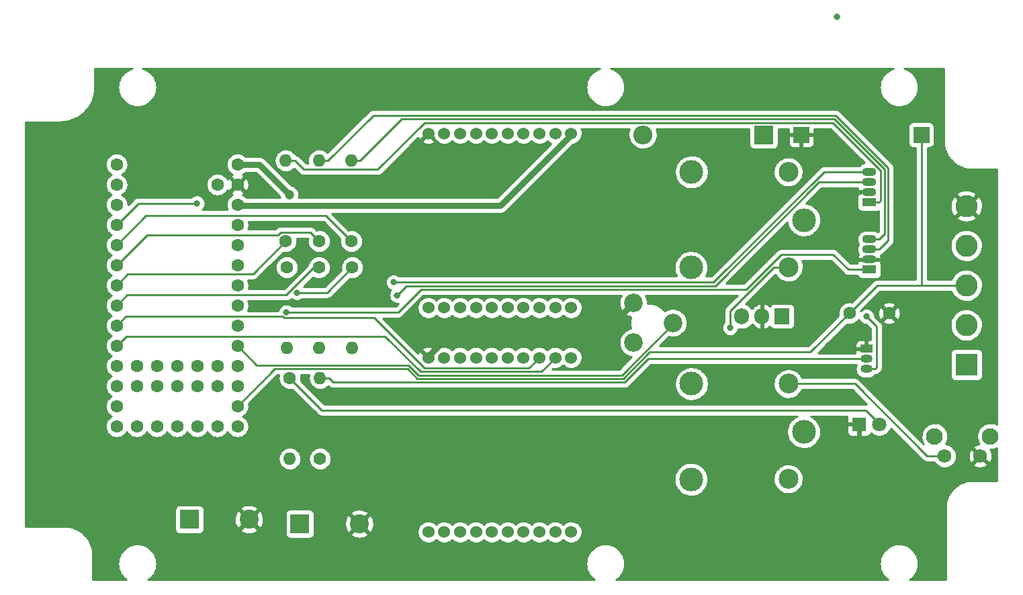
<source format=gbr>
G04 #@! TF.GenerationSoftware,KiCad,Pcbnew,5.99.0-unknown-50e22de3ba~95~ubuntu20.04.1*
G04 #@! TF.CreationDate,2021-01-21T20:42:24+09:00*
G04 #@! TF.ProjectId,Hyperwiper 2020 production prototype,48797065-7277-4697-9065-722032303230,rev?*
G04 #@! TF.SameCoordinates,Original*
G04 #@! TF.FileFunction,Copper,L1,Top*
G04 #@! TF.FilePolarity,Positive*
%FSLAX46Y46*%
G04 Gerber Fmt 4.6, Leading zero omitted, Abs format (unit mm)*
G04 Created by KiCad (PCBNEW 5.99.0-unknown-50e22de3ba~95~ubuntu20.04.1) date 2021-01-21 20:42:24*
%MOMM*%
%LPD*%
G01*
G04 APERTURE LIST*
G04 #@! TA.AperFunction,ComponentPad*
%ADD10R,1.800000X1.070000*%
G04 #@! TD*
G04 #@! TA.AperFunction,ComponentPad*
%ADD11O,1.800000X1.070000*%
G04 #@! TD*
G04 #@! TA.AperFunction,ComponentPad*
%ADD12C,1.600000*%
G04 #@! TD*
G04 #@! TA.AperFunction,ComponentPad*
%ADD13O,1.600000X1.600000*%
G04 #@! TD*
G04 #@! TA.AperFunction,ComponentPad*
%ADD14R,1.500000X1.050000*%
G04 #@! TD*
G04 #@! TA.AperFunction,ComponentPad*
%ADD15O,1.500000X1.050000*%
G04 #@! TD*
G04 #@! TA.AperFunction,ComponentPad*
%ADD16R,2.800000X2.800000*%
G04 #@! TD*
G04 #@! TA.AperFunction,ComponentPad*
%ADD17C,2.800000*%
G04 #@! TD*
G04 #@! TA.AperFunction,SMDPad,CuDef*
%ADD18R,2.000000X2.000000*%
G04 #@! TD*
G04 #@! TA.AperFunction,ComponentPad*
%ADD19C,3.000000*%
G04 #@! TD*
G04 #@! TA.AperFunction,ComponentPad*
%ADD20C,2.500000*%
G04 #@! TD*
G04 #@! TA.AperFunction,ComponentPad*
%ADD21R,2.400000X2.400000*%
G04 #@! TD*
G04 #@! TA.AperFunction,ComponentPad*
%ADD22C,2.400000*%
G04 #@! TD*
G04 #@! TA.AperFunction,ComponentPad*
%ADD23C,1.524000*%
G04 #@! TD*
G04 #@! TA.AperFunction,ComponentPad*
%ADD24O,2.400000X2.400000*%
G04 #@! TD*
G04 #@! TA.AperFunction,ComponentPad*
%ADD25R,1.905000X2.000000*%
G04 #@! TD*
G04 #@! TA.AperFunction,ComponentPad*
%ADD26O,1.905000X2.000000*%
G04 #@! TD*
G04 #@! TA.AperFunction,ComponentPad*
%ADD27C,2.100000*%
G04 #@! TD*
G04 #@! TA.AperFunction,ComponentPad*
%ADD28C,1.750000*%
G04 #@! TD*
G04 #@! TA.AperFunction,ComponentPad*
%ADD29R,1.800000X1.800000*%
G04 #@! TD*
G04 #@! TA.AperFunction,ComponentPad*
%ADD30C,1.800000*%
G04 #@! TD*
G04 #@! TA.AperFunction,ComponentPad*
%ADD31C,2.340000*%
G04 #@! TD*
G04 #@! TA.AperFunction,ViaPad*
%ADD32C,0.800000*%
G04 #@! TD*
G04 #@! TA.AperFunction,ViaPad*
%ADD33C,1.200000*%
G04 #@! TD*
G04 #@! TA.AperFunction,Conductor*
%ADD34C,0.750000*%
G04 #@! TD*
G04 #@! TA.AperFunction,Conductor*
%ADD35C,0.250000*%
G04 #@! TD*
G04 #@! TA.AperFunction,Conductor*
%ADD36C,0.254000*%
G04 #@! TD*
G04 APERTURE END LIST*
D10*
G04 #@! TO.P,D2,1,RA*
G04 #@! TO.N,Net-(D2-Pad1)*
X182000000Y-78250000D03*
D11*
G04 #@! TO.P,D2,2,K*
G04 #@! TO.N,GND*
X182000000Y-76980000D03*
G04 #@! TO.P,D2,3,BA*
G04 #@! TO.N,Net-(D2-Pad3)*
X182000000Y-75710000D03*
G04 #@! TO.P,D2,4,GA*
G04 #@! TO.N,Net-(D2-Pad4)*
X182000000Y-74440000D03*
G04 #@! TD*
D12*
G04 #@! TO.P,R5,1*
G04 #@! TO.N,/M_LED_g*
X112635000Y-77978000D03*
D13*
G04 #@! TO.P,R5,2*
G04 #@! TO.N,Net-(D1-Pad4)*
X112635000Y-88138000D03*
G04 #@! TD*
D12*
G04 #@! TO.P,R3,1*
G04 #@! TO.N,Net-(D3-Pad2)*
X108966000Y-91948000D03*
D13*
G04 #@! TO.P,R3,2*
G04 #@! TO.N,/5V*
X108966000Y-102108000D03*
G04 #@! TD*
D12*
G04 #@! TO.P,R4,1*
G04 #@! TO.N,/M_LED_b*
X116840000Y-77978000D03*
D13*
G04 #@! TO.P,R4,2*
G04 #@! TO.N,Net-(D1-Pad3)*
X116840000Y-88138000D03*
G04 #@! TD*
D14*
G04 #@! TO.P,Q1,1,E*
G04 #@! TO.N,GND*
X181640000Y-88250000D03*
D15*
G04 #@! TO.P,Q1,2,B*
G04 #@! TO.N,Net-(Q1-Pad2)*
X181640000Y-89520000D03*
G04 #@! TO.P,Q1,3,C*
G04 #@! TO.N,Net-(K2-Pad2)*
X181640000Y-90790000D03*
G04 #@! TD*
D16*
G04 #@! TO.P,J1,1,Pin_1*
G04 #@! TO.N,Net-(J1-Pad1)*
X194250000Y-90250000D03*
D17*
G04 #@! TO.P,J1,2,Pin_2*
G04 #@! TO.N,Net-(J1-Pad2)*
X194250000Y-85250000D03*
G04 #@! TO.P,J1,3,Pin_3*
G04 #@! TO.N,/reed*
X194250000Y-80250000D03*
G04 #@! TO.P,J1,4,Pin_4*
G04 #@! TO.N,Net-(J1-Pad4)*
X194250000Y-75250000D03*
G04 #@! TO.P,J1,5,Pin_5*
G04 #@! TO.N,GND*
X194250000Y-70250000D03*
G04 #@! TD*
D18*
G04 #@! TO.P,SW2,1,1*
G04 #@! TO.N,/reed*
X188560000Y-61250000D03*
G04 #@! TO.P,SW2,2,2*
G04 #@! TO.N,GND*
X173440000Y-61250000D03*
G04 #@! TD*
D19*
G04 #@! TO.P,K2,1*
G04 #@! TO.N,Net-(J1-Pad1)*
X173750000Y-72000000D03*
D20*
G04 #@! TO.P,K2,2*
G04 #@! TO.N,Net-(K2-Pad2)*
X171800000Y-65950000D03*
D19*
G04 #@! TO.P,K2,3*
G04 #@! TO.N,Net-(J1-Pad2)*
X159600000Y-65950000D03*
G04 #@! TO.P,K2,4*
G04 #@! TO.N,Net-(K2-Pad4)*
X159550000Y-78000000D03*
D20*
G04 #@! TO.P,K2,5*
G04 #@! TO.N,Net-(D4-Pad1)*
X171800000Y-77950000D03*
G04 #@! TD*
D12*
G04 #@! TO.P,C1,1*
G04 #@! TO.N,/reed*
X179500000Y-83750000D03*
G04 #@! TO.P,C1,2*
G04 #@! TO.N,GND*
X184500000Y-83750000D03*
G04 #@! TD*
D19*
G04 #@! TO.P,K1,1*
G04 #@! TO.N,Net-(J1-Pad1)*
X173750000Y-98700000D03*
D20*
G04 #@! TO.P,K1,2*
G04 #@! TO.N,Net-(K1-Pad2)*
X171800000Y-92650000D03*
D19*
G04 #@! TO.P,K1,3*
G04 #@! TO.N,Net-(D4-Pad1)*
X159600000Y-92650000D03*
G04 #@! TO.P,K1,4*
G04 #@! TO.N,Net-(J1-Pad2)*
X159550000Y-104700000D03*
D20*
G04 #@! TO.P,K1,5*
G04 #@! TO.N,Net-(J1-Pad1)*
X171800000Y-104650000D03*
G04 #@! TD*
D21*
G04 #@! TO.P,C2,1*
G04 #@! TO.N,+3V3*
X96325000Y-109750000D03*
D22*
G04 #@! TO.P,C2,2*
G04 #@! TO.N,GND*
X103825000Y-109750000D03*
G04 #@! TD*
D12*
G04 #@! TO.P,R7,1*
G04 #@! TO.N,/B_LED_b*
X112663000Y-74676000D03*
D13*
G04 #@! TO.P,R7,2*
G04 #@! TO.N,Net-(D2-Pad3)*
X112663000Y-64516000D03*
G04 #@! TD*
D12*
G04 #@! TO.P,R9,1*
G04 #@! TO.N,/B_LED_r*
X108585000Y-77978000D03*
D13*
G04 #@! TO.P,R9,2*
G04 #@! TO.N,Net-(D2-Pad1)*
X108585000Y-88138000D03*
G04 #@! TD*
D12*
G04 #@! TO.P,R8,1*
G04 #@! TO.N,/B_LED_g*
X116713000Y-74676000D03*
D13*
G04 #@! TO.P,R8,2*
G04 #@! TO.N,Net-(D2-Pad4)*
X116713000Y-64516000D03*
G04 #@! TD*
D12*
G04 #@! TO.P,U1,1,GND*
G04 #@! TO.N,Net-(U1-Pad1)*
X87130000Y-64990000D03*
G04 #@! TO.P,U1,2,0_RX1_CRX2_CS1*
G04 #@! TO.N,Net-(U1-Pad2)*
X87130000Y-67530000D03*
G04 #@! TO.P,U1,3,1_TX1_CTX2_MISO1*
G04 #@! TO.N,Net-(U1-Pad3)*
X87130000Y-70070000D03*
G04 #@! TO.P,U1,4,2_OUT2*
G04 #@! TO.N,/B_LED_r*
X87130000Y-72610000D03*
G04 #@! TO.P,U1,5,3_LRCLK2*
G04 #@! TO.N,/B_LED_g*
X87130000Y-75150000D03*
G04 #@! TO.P,U1,6,4_BCLK2*
G04 #@! TO.N,/B_LED_b*
X87130000Y-77690000D03*
G04 #@! TO.P,U1,7,5_IN2*
G04 #@! TO.N,/M_LED_r*
X87130000Y-80230000D03*
G04 #@! TO.P,U1,8,6_OUT1D*
G04 #@! TO.N,/M_LED_g*
X87130000Y-82770000D03*
G04 #@! TO.P,U1,9,7_RX2_OUT1A*
G04 #@! TO.N,RX-2*
X87130000Y-85310000D03*
G04 #@! TO.P,U1,10,8_TX2_IN1*
G04 #@! TO.N,TX-2*
X87130000Y-87850000D03*
G04 #@! TO.P,U1,11,9_OUT1C*
G04 #@! TO.N,/M_LED_b*
X87130000Y-90390000D03*
G04 #@! TO.P,U1,12,10_CS_MQSR*
G04 #@! TO.N,Net-(U1-Pad12)*
X87130000Y-92930000D03*
G04 #@! TO.P,U1,13,11_MOSI_CTX1*
G04 #@! TO.N,Net-(U1-Pad13)*
X87130000Y-95470000D03*
G04 #@! TO.P,U1,14,12_MISO_MQSL*
G04 #@! TO.N,Net-(U1-Pad14)*
X87130000Y-98010000D03*
G04 #@! TO.P,U1,15,VBAT*
G04 #@! TO.N,Net-(U1-Pad15)*
X89670000Y-98010000D03*
G04 #@! TO.P,U1,16,3V3*
G04 #@! TO.N,Net-(U1-Pad16)*
X92210000Y-98010000D03*
G04 #@! TO.P,U1,17,GND*
G04 #@! TO.N,Net-(U1-Pad17)*
X94750000Y-98010000D03*
G04 #@! TO.P,U1,18,PROGRAM*
G04 #@! TO.N,Net-(U1-Pad18)*
X97290000Y-98010000D03*
G04 #@! TO.P,U1,19,ON_OFF*
G04 #@! TO.N,Net-(U1-Pad19)*
X99830000Y-98010000D03*
G04 #@! TO.P,U1,20,13_SCK_CRX1_LED*
G04 #@! TO.N,Net-(U1-Pad20)*
X102370000Y-98010000D03*
G04 #@! TO.P,U1,21,14_A0_TX3_SPDIF_OUT*
G04 #@! TO.N,/reed*
X102370000Y-95470000D03*
G04 #@! TO.P,U1,22,15_A1_RX3_SPDIF_IN*
G04 #@! TO.N,Net-(U1-Pad22)*
X102370000Y-92930000D03*
G04 #@! TO.P,U1,23,16_A2_RX4_SCL1*
G04 #@! TO.N,/motor_start*
X102370000Y-90390000D03*
G04 #@! TO.P,U1,24,17_A3_TX4_SDA1*
G04 #@! TO.N,/Pot*
X102370000Y-87850000D03*
G04 #@! TO.P,U1,25,18_A4_SDA0*
G04 #@! TO.N,Net-(U1-Pad25)*
X102370000Y-85310000D03*
G04 #@! TO.P,U1,26,19_A5_SCL0*
G04 #@! TO.N,Net-(U1-Pad26)*
X102370000Y-82770000D03*
G04 #@! TO.P,U1,27,20_A6_TX5_LRCLK1*
G04 #@! TO.N,Net-(U1-Pad27)*
X102370000Y-80230000D03*
G04 #@! TO.P,U1,28,21_A7_RX5_BCLK1*
G04 #@! TO.N,Net-(U1-Pad28)*
X102370000Y-77690000D03*
G04 #@! TO.P,U1,29,22_A8_CTX1*
G04 #@! TO.N,Net-(U1-Pad29)*
X102370000Y-75150000D03*
G04 #@! TO.P,U1,30,23_A9_CRX1_MCLK1*
G04 #@! TO.N,Net-(U1-Pad30)*
X102370000Y-72610000D03*
G04 #@! TO.P,U1,31,3V3*
G04 #@! TO.N,+3V3*
X102370000Y-70070000D03*
G04 #@! TO.P,U1,32,GND*
G04 #@! TO.N,GND*
X102370000Y-67530000D03*
G04 #@! TO.P,U1,33,VIN*
G04 #@! TO.N,/5V*
X102370000Y-64990000D03*
G04 #@! TO.P,U1,34,VUSB*
G04 #@! TO.N,Net-(U1-Pad34)*
X99830000Y-67530000D03*
G04 #@! TO.P,U1,35,24_A10_TX6_SCL2*
G04 #@! TO.N,Net-(U1-Pad35)*
X99830000Y-92930000D03*
G04 #@! TO.P,U1,36,25_A11_RX6_SDA2*
G04 #@! TO.N,Net-(U1-Pad36)*
X99830000Y-90390000D03*
G04 #@! TO.P,U1,37,26_A12_MOSI1*
G04 #@! TO.N,Net-(U1-Pad37)*
X97290000Y-92930000D03*
G04 #@! TO.P,U1,38,27_A13_SCK1*
G04 #@! TO.N,Net-(U1-Pad38)*
X97290000Y-90390000D03*
G04 #@! TO.P,U1,39,28_RX7*
G04 #@! TO.N,TX-1*
X94750000Y-92930000D03*
G04 #@! TO.P,U1,40,29_TX7*
G04 #@! TO.N,RX-1*
X94750000Y-90390000D03*
G04 #@! TO.P,U1,41,30_CRX3*
G04 #@! TO.N,Net-(U1-Pad41)*
X92210000Y-92930000D03*
G04 #@! TO.P,U1,42,31_CTX3*
G04 #@! TO.N,Net-(U1-Pad42)*
X92210000Y-90390000D03*
G04 #@! TO.P,U1,43,32_OUT1B*
G04 #@! TO.N,Net-(U1-Pad43)*
X89670000Y-92930000D03*
G04 #@! TO.P,U1,44,33_MCLK2*
G04 #@! TO.N,Net-(U1-Pad44)*
X89670000Y-90390000D03*
G04 #@! TD*
D23*
G04 #@! TO.P,JP1,1,VDD*
G04 #@! TO.N,+3V3*
X144424960Y-61076800D03*
G04 #@! TO.P,JP1,2,DOUT*
G04 #@! TO.N,TX-1*
X142423440Y-61076800D03*
G04 #@! TO.P,JP1,3,DIN*
G04 #@! TO.N,RX-1*
X140424460Y-61076800D03*
G04 #@! TO.P,JP1,4,DIO12*
G04 #@! TO.N,Net-(JP1-Pad4)*
X138422940Y-61076800D03*
G04 #@! TO.P,JP1,5,RESET*
G04 #@! TO.N,Net-(JP1-Pad5)*
X136423960Y-61076800D03*
G04 #@! TO.P,JP1,6,RSSI*
G04 #@! TO.N,Net-(JP1-Pad6)*
X134424980Y-61076800D03*
G04 #@! TO.P,JP1,7,DIO11*
G04 #@! TO.N,Net-(JP1-Pad7)*
X132423460Y-61076800D03*
G04 #@! TO.P,JP1,8,RES*
G04 #@! TO.N,Net-(JP1-Pad8)*
X130424480Y-61076800D03*
G04 #@! TO.P,JP1,9,DTR*
G04 #@! TO.N,Net-(JP1-Pad9)*
X128422960Y-61076800D03*
G04 #@! TO.P,JP1,10,GND*
G04 #@! TO.N,GND*
X126423980Y-61076800D03*
G04 #@! TO.P,JP1,11,DIO4*
G04 #@! TO.N,Net-(JP1-Pad11)*
X126423980Y-83073200D03*
G04 #@! TO.P,JP1,12,CTS*
G04 #@! TO.N,Net-(JP1-Pad12)*
X128422960Y-83073200D03*
G04 #@! TO.P,JP1,13,DIO9*
G04 #@! TO.N,Net-(JP1-Pad13)*
X130424480Y-83073200D03*
G04 #@! TO.P,JP1,14,RES*
G04 #@! TO.N,Net-(JP1-Pad14)*
X132423460Y-83073200D03*
G04 #@! TO.P,JP1,15,DIO5*
G04 #@! TO.N,Net-(JP1-Pad15)*
X134424980Y-83073200D03*
G04 #@! TO.P,JP1,16,RTS*
G04 #@! TO.N,Net-(JP1-Pad16)*
X136423960Y-83073200D03*
G04 #@! TO.P,JP1,17,DIO3*
G04 #@! TO.N,Net-(JP1-Pad17)*
X138422940Y-83073200D03*
G04 #@! TO.P,JP1,18,DIO2*
G04 #@! TO.N,Net-(JP1-Pad18)*
X140424460Y-83073200D03*
G04 #@! TO.P,JP1,19,DIO1*
G04 #@! TO.N,Net-(JP1-Pad19)*
X142423440Y-83073200D03*
G04 #@! TO.P,JP1,20,DIO0*
G04 #@! TO.N,Net-(JP1-Pad20)*
X144424960Y-83073200D03*
G04 #@! TD*
D21*
G04 #@! TO.P,D4,1,K*
G04 #@! TO.N,Net-(D4-Pad1)*
X168700000Y-61250000D03*
D24*
G04 #@! TO.P,D4,2,A*
G04 #@! TO.N,Net-(D4-Pad2)*
X153460000Y-61250000D03*
G04 #@! TD*
D12*
G04 #@! TO.P,R6,1*
G04 #@! TO.N,/M_LED_r*
X108458000Y-74676000D03*
D13*
G04 #@! TO.P,R6,2*
G04 #@! TO.N,Net-(D1-Pad1)*
X108458000Y-64516000D03*
G04 #@! TD*
D25*
G04 #@! TO.P,U3,1,IN*
G04 #@! TO.N,Net-(D4-Pad2)*
X171025000Y-84150000D03*
D26*
G04 #@! TO.P,U3,2,GND*
G04 #@! TO.N,GND*
X168485000Y-84150000D03*
G04 #@! TO.P,U3,3,OUT*
G04 #@! TO.N,/5V*
X165945000Y-84150000D03*
G04 #@! TD*
D21*
G04 #@! TO.P,C3,1*
G04 #@! TO.N,/5V*
X110225000Y-110300000D03*
D22*
G04 #@! TO.P,C3,2*
G04 #@! TO.N,GND*
X117725000Y-110300000D03*
G04 #@! TD*
D12*
G04 #@! TO.P,R1,1*
G04 #@! TO.N,/motor_start*
X112776000Y-102108000D03*
D13*
G04 #@! TO.P,R1,2*
G04 #@! TO.N,Net-(Q1-Pad2)*
X112776000Y-91948000D03*
G04 #@! TD*
D27*
G04 #@! TO.P,SW1,*
G04 #@! TO.N,*
X197250000Y-99260000D03*
X190240000Y-99260000D03*
D28*
G04 #@! TO.P,SW1,1,A*
G04 #@! TO.N,GND*
X196000000Y-101750000D03*
G04 #@! TO.P,SW1,2,B*
G04 #@! TO.N,Net-(K1-Pad2)*
X191500000Y-101750000D03*
G04 #@! TD*
D29*
G04 #@! TO.P,D3,1,K*
G04 #@! TO.N,GND*
X180725000Y-97750000D03*
D30*
G04 #@! TO.P,D3,2,A*
G04 #@! TO.N,Net-(D3-Pad2)*
X183265000Y-97750000D03*
G04 #@! TD*
D10*
G04 #@! TO.P,D1,1,RA*
G04 #@! TO.N,Net-(D1-Pad1)*
X182000000Y-69750000D03*
D11*
G04 #@! TO.P,D1,2,K*
G04 #@! TO.N,GND*
X182000000Y-68480000D03*
G04 #@! TO.P,D1,3,BA*
G04 #@! TO.N,Net-(D1-Pad3)*
X182000000Y-67210000D03*
G04 #@! TO.P,D1,4,GA*
G04 #@! TO.N,Net-(D1-Pad4)*
X182000000Y-65940000D03*
G04 #@! TD*
D23*
G04 #@! TO.P,JP2,1,VDD*
G04 #@! TO.N,+3V3*
X144424960Y-89351800D03*
G04 #@! TO.P,JP2,2,DOUT*
G04 #@! TO.N,TX-2*
X142423440Y-89351800D03*
G04 #@! TO.P,JP2,3,DIN*
G04 #@! TO.N,RX-2*
X140424460Y-89351800D03*
G04 #@! TO.P,JP2,4,DIO12*
G04 #@! TO.N,Net-(JP2-Pad4)*
X138422940Y-89351800D03*
G04 #@! TO.P,JP2,5,RESET*
G04 #@! TO.N,Net-(JP2-Pad5)*
X136423960Y-89351800D03*
G04 #@! TO.P,JP2,6,RSSI*
G04 #@! TO.N,Net-(JP2-Pad6)*
X134424980Y-89351800D03*
G04 #@! TO.P,JP2,7,DIO11*
G04 #@! TO.N,Net-(JP2-Pad7)*
X132423460Y-89351800D03*
G04 #@! TO.P,JP2,8,RES*
G04 #@! TO.N,Net-(JP2-Pad8)*
X130424480Y-89351800D03*
G04 #@! TO.P,JP2,9,DTR*
G04 #@! TO.N,Net-(JP2-Pad9)*
X128422960Y-89351800D03*
G04 #@! TO.P,JP2,10,GND*
G04 #@! TO.N,GND*
X126423980Y-89351800D03*
G04 #@! TO.P,JP2,11,DIO4*
G04 #@! TO.N,Net-(JP2-Pad11)*
X126423980Y-111348200D03*
G04 #@! TO.P,JP2,12,CTS*
G04 #@! TO.N,Net-(JP2-Pad12)*
X128422960Y-111348200D03*
G04 #@! TO.P,JP2,13,DIO9*
G04 #@! TO.N,Net-(JP2-Pad13)*
X130424480Y-111348200D03*
G04 #@! TO.P,JP2,14,RES*
G04 #@! TO.N,Net-(JP2-Pad14)*
X132423460Y-111348200D03*
G04 #@! TO.P,JP2,15,DIO5*
G04 #@! TO.N,Net-(JP2-Pad15)*
X134424980Y-111348200D03*
G04 #@! TO.P,JP2,16,RTS*
G04 #@! TO.N,Net-(JP2-Pad16)*
X136423960Y-111348200D03*
G04 #@! TO.P,JP2,17,DIO3*
G04 #@! TO.N,Net-(JP2-Pad17)*
X138422940Y-111348200D03*
G04 #@! TO.P,JP2,18,DIO2*
G04 #@! TO.N,Net-(JP2-Pad18)*
X140424460Y-111348200D03*
G04 #@! TO.P,JP2,19,DIO1*
G04 #@! TO.N,Net-(JP2-Pad19)*
X142423440Y-111348200D03*
G04 #@! TO.P,JP2,20,DIO0*
G04 #@! TO.N,Net-(JP2-Pad20)*
X144424960Y-111348200D03*
G04 #@! TD*
D31*
G04 #@! TO.P,RV1,1,1*
G04 #@! TO.N,GND*
X152268000Y-82460000D03*
G04 #@! TO.P,RV1,2,2*
G04 #@! TO.N,/Pot*
X157268000Y-84960000D03*
G04 #@! TO.P,RV1,3,3*
G04 #@! TO.N,+3V3*
X152268000Y-87460000D03*
G04 #@! TD*
D32*
G04 #@! TO.N,*
X177925000Y-46400000D03*
D33*
G04 #@! TO.N,/5V*
X108886400Y-68800000D03*
D32*
G04 #@! TO.N,Net-(D4-Pad1)*
X164458800Y-85595500D03*
G04 #@! TO.N,Net-(K2-Pad2)*
X181656600Y-84162000D03*
G04 #@! TO.N,GND*
X165775000Y-61350000D03*
G04 #@! TO.N,Net-(D1-Pad4)*
X122043200Y-79855100D03*
G04 #@! TO.N,Net-(D1-Pad3)*
X122514400Y-81481100D03*
G04 #@! TO.N,Net-(D2-Pad1)*
X108542200Y-83622000D03*
G04 #@! TO.N,/M_LED_b*
X109863100Y-81149500D03*
G04 #@! TO.N,/B_LED_r*
X97270400Y-69890600D03*
G04 #@! TD*
D34*
G04 #@! TO.N,/5V*
X102370000Y-64990000D02*
X105076400Y-64990000D01*
X105076400Y-64990000D02*
X108886400Y-68800000D01*
D35*
G04 #@! TO.N,Net-(D4-Pad1)*
X164458800Y-83492800D02*
X164458800Y-85595500D01*
X170001600Y-77950000D02*
X164458800Y-83492800D01*
X171800000Y-77950000D02*
X170001600Y-77950000D01*
G04 #@! TO.N,Net-(K2-Pad2)*
X181640000Y-90790000D02*
X182715300Y-90790000D01*
X182915400Y-90589900D02*
X182715300Y-90790000D01*
X181656600Y-84162000D02*
X182915400Y-85420800D01*
X182915400Y-85420800D02*
X182915400Y-90589900D01*
D34*
G04 #@! TO.N,GND*
X129385100Y-86212500D02*
X148515500Y-86212500D01*
X126424000Y-89173600D02*
X129385100Y-86212500D01*
X126424000Y-89351800D02*
X126424000Y-89173600D01*
X148515500Y-86212500D02*
X152268000Y-82460000D01*
D35*
G04 #@! TO.N,Net-(Q1-Pad2)*
X154135800Y-89520000D02*
X181640000Y-89520000D01*
X151179300Y-92476500D02*
X154135800Y-89520000D01*
X114429800Y-92476500D02*
X151179300Y-92476500D01*
X112776000Y-91948000D02*
X113901300Y-91948000D01*
X113901300Y-91948000D02*
X114429800Y-92476500D01*
G04 #@! TO.N,Net-(D1-Pad4)*
X176308800Y-65940000D02*
X162393700Y-79855100D01*
X162393700Y-79855100D02*
X122043200Y-79855100D01*
X182000000Y-65940000D02*
X176308800Y-65940000D01*
G04 #@! TO.N,Net-(D1-Pad3)*
X123690100Y-80305400D02*
X122514400Y-81481100D01*
X162580300Y-80305400D02*
X123690100Y-80305400D01*
X175675700Y-67210000D02*
X162580300Y-80305400D01*
X182000000Y-67210000D02*
X175675700Y-67210000D01*
G04 #@! TO.N,Net-(D2-Pad4)*
X183913800Y-73751500D02*
X183913800Y-65607900D01*
X183913800Y-65607900D02*
X177577300Y-59271400D01*
X182000000Y-74440000D02*
X183225300Y-74440000D01*
X123082900Y-59271400D02*
X117838300Y-64516000D01*
X116713000Y-64516000D02*
X117838300Y-64516000D01*
X183225300Y-74440000D02*
X183913800Y-73751500D01*
X177577300Y-59271400D02*
X123082900Y-59271400D01*
G04 #@! TO.N,Net-(D2-Pad3)*
X119483200Y-58821100D02*
X113788300Y-64516000D01*
X177763900Y-58821100D02*
X119483200Y-58821100D01*
X184364100Y-74571200D02*
X184364100Y-65421300D01*
X182000000Y-75710000D02*
X183225300Y-75710000D01*
X183225300Y-75710000D02*
X184364100Y-74571200D01*
X184364100Y-65421300D02*
X177763900Y-58821100D01*
X112663000Y-64516000D02*
X113788300Y-64516000D01*
G04 #@! TO.N,Net-(D2-Pad1)*
X179351300Y-78250000D02*
X182000000Y-78250000D01*
X166513000Y-80755800D02*
X170910400Y-76358400D01*
X122622700Y-83622000D02*
X125488900Y-80755800D01*
X108542200Y-83622000D02*
X122622700Y-83622000D01*
X170910400Y-76358400D02*
X177459700Y-76358400D01*
X177459700Y-76358400D02*
X179351300Y-78250000D01*
X125488900Y-80755800D02*
X166513000Y-80755800D01*
G04 #@! TO.N,Net-(D3-Pad2)*
X183265000Y-97660600D02*
X183265000Y-97750000D01*
X108966000Y-91948000D02*
X112994500Y-95976500D01*
X112994500Y-95976500D02*
X181580900Y-95976500D01*
X181580900Y-95976500D02*
X183265000Y-97660600D01*
G04 #@! TO.N,/reed*
X154349400Y-88669500D02*
X174580500Y-88669500D01*
X188560000Y-61250000D02*
X188560000Y-80250000D01*
X183000000Y-80250000D02*
X188560000Y-80250000D01*
X150992700Y-92026200D02*
X154349400Y-88669500D01*
X174580500Y-88669500D02*
X179500000Y-83750000D01*
X123788800Y-90787800D02*
X125027200Y-92026200D01*
X102370000Y-95470000D02*
X107052200Y-90787800D01*
X125027200Y-92026200D02*
X150992700Y-92026200D01*
X107052200Y-90787800D02*
X123788800Y-90787800D01*
X179500000Y-83750000D02*
X183000000Y-80250000D01*
X188560000Y-80250000D02*
X194250000Y-80250000D01*
G04 #@! TO.N,Net-(K1-Pad2)*
X191500000Y-101750000D02*
X189299700Y-101750000D01*
X189299700Y-101750000D02*
X180199700Y-92650000D01*
X180199700Y-92650000D02*
X171800000Y-92650000D01*
G04 #@! TO.N,/M_LED_b*
X109863100Y-81149500D02*
X113668500Y-81149500D01*
X113668500Y-81149500D02*
X116840000Y-77978000D01*
G04 #@! TO.N,/M_LED_g*
X112635000Y-77978000D02*
X112008900Y-77978000D01*
X112008900Y-77978000D02*
X108524300Y-81462600D01*
X108524300Y-81462600D02*
X88437400Y-81462600D01*
X88437400Y-81462600D02*
X87130000Y-82770000D01*
G04 #@! TO.N,/M_LED_r*
X108458000Y-74676000D02*
X104318600Y-78815400D01*
X104318600Y-78815400D02*
X88544600Y-78815400D01*
X88544600Y-78815400D02*
X87130000Y-80230000D01*
G04 #@! TO.N,/B_LED_b*
X87130000Y-77690000D02*
X90940000Y-73880000D01*
X107453800Y-73880000D02*
X107791300Y-73542500D01*
X107791300Y-73542500D02*
X111529500Y-73542500D01*
X111529500Y-73542500D02*
X112663000Y-74676000D01*
X90940000Y-73880000D02*
X107453800Y-73880000D01*
G04 #@! TO.N,/B_LED_g*
X90798600Y-71481400D02*
X113518400Y-71481400D01*
X113518400Y-71481400D02*
X116713000Y-74676000D01*
X87130000Y-75150000D02*
X90798600Y-71481400D01*
G04 #@! TO.N,/B_LED_r*
X87130000Y-72610000D02*
X89849400Y-69890600D01*
X89849400Y-69890600D02*
X97270400Y-69890600D01*
G04 #@! TO.N,/Pot*
X150806100Y-91575900D02*
X157268000Y-85114000D01*
X104810800Y-90290800D02*
X123928700Y-90290800D01*
X123928700Y-90290800D02*
X125213800Y-91575900D01*
X102370000Y-87850000D02*
X104810800Y-90290800D01*
X125213800Y-91575900D02*
X150806100Y-91575900D01*
X157268000Y-85114000D02*
X157268000Y-84960000D01*
G04 #@! TO.N,TX-2*
X125454800Y-91125600D02*
X140649600Y-91125600D01*
X120988600Y-86659400D02*
X125454800Y-91125600D01*
X88320600Y-86659400D02*
X120988600Y-86659400D01*
X140649600Y-91125600D02*
X142423400Y-89351800D01*
X87130000Y-87850000D02*
X88320600Y-86659400D01*
G04 #@! TO.N,RX-2*
X108079100Y-84184600D02*
X108241800Y-84347300D01*
X88255400Y-84184600D02*
X108079100Y-84184600D01*
X125905400Y-90675300D02*
X139101000Y-90675300D01*
X139101000Y-90675300D02*
X140424500Y-89351800D01*
X108241800Y-84347300D02*
X119577400Y-84347300D01*
X87130000Y-85310000D02*
X88255400Y-84184600D01*
X119577400Y-84347300D02*
X125905400Y-90675300D01*
G04 #@! TO.N,Net-(D1-Pad1)*
X120012600Y-65641300D02*
X110708600Y-65641300D01*
X177390700Y-59721700D02*
X125932200Y-59721700D01*
X183463500Y-69511800D02*
X183463500Y-65794500D01*
X182000000Y-69750000D02*
X183225300Y-69750000D01*
X110708600Y-65641300D02*
X109583300Y-64516000D01*
X183463500Y-65794500D02*
X177390700Y-59721700D01*
X108458000Y-64516000D02*
X109583300Y-64516000D01*
X183225300Y-69750000D02*
X183463500Y-69511800D01*
X125932200Y-59721700D02*
X120012600Y-65641300D01*
D34*
G04 #@! TO.N,+3V3*
X144425000Y-61274200D02*
X144425000Y-61076800D01*
X102475300Y-70175300D02*
X135523900Y-70175300D01*
X102370000Y-70070000D02*
X102475300Y-70175300D01*
X135523900Y-70175300D02*
X144425000Y-61274200D01*
G04 #@! TD*
G04 #@! TO.N,GND*
D36*
X88816688Y-52975251D02*
X88801461Y-52981558D01*
X88527759Y-53116533D01*
X88513485Y-53124774D01*
X88259741Y-53294320D01*
X88246665Y-53304353D01*
X88017223Y-53505569D01*
X88005569Y-53517223D01*
X87804353Y-53746665D01*
X87794320Y-53759741D01*
X87624774Y-54013485D01*
X87616533Y-54027759D01*
X87481558Y-54301461D01*
X87475251Y-54316688D01*
X87377156Y-54605667D01*
X87372890Y-54621586D01*
X87313353Y-54920897D01*
X87311202Y-54937238D01*
X87291243Y-55241759D01*
X87291243Y-55258241D01*
X87311202Y-55562762D01*
X87313353Y-55579103D01*
X87372890Y-55878414D01*
X87377156Y-55894333D01*
X87475251Y-56183312D01*
X87481558Y-56198539D01*
X87616533Y-56472241D01*
X87624774Y-56486515D01*
X87794320Y-56740259D01*
X87804353Y-56753335D01*
X88005569Y-56982777D01*
X88017223Y-56994431D01*
X88246665Y-57195647D01*
X88259741Y-57205680D01*
X88513484Y-57375226D01*
X88527758Y-57383467D01*
X88801461Y-57518442D01*
X88816688Y-57524749D01*
X89105667Y-57622844D01*
X89121586Y-57627110D01*
X89420897Y-57686647D01*
X89437238Y-57688798D01*
X89741759Y-57708757D01*
X89758241Y-57708757D01*
X90062762Y-57688798D01*
X90079103Y-57686647D01*
X90378414Y-57627110D01*
X90394333Y-57622844D01*
X90683312Y-57524749D01*
X90698539Y-57518442D01*
X90972242Y-57383467D01*
X90986516Y-57375226D01*
X91240259Y-57205680D01*
X91253335Y-57195647D01*
X91482777Y-56994431D01*
X91494431Y-56982777D01*
X91695647Y-56753335D01*
X91705680Y-56740259D01*
X91875226Y-56486515D01*
X91883467Y-56472241D01*
X92018442Y-56198539D01*
X92024749Y-56183312D01*
X92122844Y-55894333D01*
X92127110Y-55878414D01*
X92186647Y-55579103D01*
X92188798Y-55562762D01*
X92208757Y-55258241D01*
X92208757Y-55241759D01*
X92188798Y-54937238D01*
X92186647Y-54920897D01*
X92127110Y-54621586D01*
X92122844Y-54605667D01*
X92024749Y-54316688D01*
X92018442Y-54301461D01*
X91883467Y-54027759D01*
X91875226Y-54013485D01*
X91705680Y-53759741D01*
X91695647Y-53746665D01*
X91494431Y-53517223D01*
X91482777Y-53505569D01*
X91253335Y-53304353D01*
X91240259Y-53294320D01*
X90986516Y-53124774D01*
X90972242Y-53116533D01*
X90698539Y-52981558D01*
X90683312Y-52975251D01*
X90414495Y-52884000D01*
X148085505Y-52884000D01*
X147816688Y-52975251D01*
X147801461Y-52981558D01*
X147527759Y-53116533D01*
X147513485Y-53124774D01*
X147259741Y-53294320D01*
X147246665Y-53304353D01*
X147017223Y-53505569D01*
X147005569Y-53517223D01*
X146804353Y-53746665D01*
X146794320Y-53759741D01*
X146624774Y-54013485D01*
X146616533Y-54027759D01*
X146481558Y-54301461D01*
X146475251Y-54316688D01*
X146377156Y-54605667D01*
X146372890Y-54621586D01*
X146313353Y-54920897D01*
X146311202Y-54937238D01*
X146291243Y-55241759D01*
X146291243Y-55258241D01*
X146311202Y-55562762D01*
X146313353Y-55579103D01*
X146372890Y-55878414D01*
X146377156Y-55894333D01*
X146475251Y-56183312D01*
X146481558Y-56198539D01*
X146616533Y-56472241D01*
X146624774Y-56486515D01*
X146794320Y-56740259D01*
X146804353Y-56753335D01*
X147005569Y-56982777D01*
X147017223Y-56994431D01*
X147246665Y-57195647D01*
X147259741Y-57205680D01*
X147513484Y-57375226D01*
X147527758Y-57383467D01*
X147801461Y-57518442D01*
X147816688Y-57524749D01*
X148105667Y-57622844D01*
X148121586Y-57627110D01*
X148420897Y-57686647D01*
X148437238Y-57688798D01*
X148741759Y-57708757D01*
X148758241Y-57708757D01*
X149062762Y-57688798D01*
X149079103Y-57686647D01*
X149378414Y-57627110D01*
X149394333Y-57622844D01*
X149683312Y-57524749D01*
X149698539Y-57518442D01*
X149972242Y-57383467D01*
X149986516Y-57375226D01*
X150240259Y-57205680D01*
X150253335Y-57195647D01*
X150482777Y-56994431D01*
X150494431Y-56982777D01*
X150695647Y-56753335D01*
X150705680Y-56740259D01*
X150875226Y-56486515D01*
X150883467Y-56472241D01*
X151018442Y-56198539D01*
X151024749Y-56183312D01*
X151122844Y-55894333D01*
X151127110Y-55878414D01*
X151186647Y-55579103D01*
X151188798Y-55562762D01*
X151208757Y-55258241D01*
X151208757Y-55241759D01*
X151188798Y-54937238D01*
X151186647Y-54920897D01*
X151127110Y-54621586D01*
X151122844Y-54605667D01*
X151024749Y-54316688D01*
X151018442Y-54301461D01*
X150883467Y-54027759D01*
X150875226Y-54013485D01*
X150705680Y-53759741D01*
X150695647Y-53746665D01*
X150494431Y-53517223D01*
X150482777Y-53505569D01*
X150253335Y-53304353D01*
X150240259Y-53294320D01*
X149986516Y-53124774D01*
X149972242Y-53116533D01*
X149698539Y-52981558D01*
X149683312Y-52975251D01*
X149414495Y-52884000D01*
X185085505Y-52884000D01*
X184816688Y-52975251D01*
X184801461Y-52981558D01*
X184527759Y-53116533D01*
X184513485Y-53124774D01*
X184259741Y-53294320D01*
X184246665Y-53304353D01*
X184017223Y-53505569D01*
X184005569Y-53517223D01*
X183804353Y-53746665D01*
X183794320Y-53759741D01*
X183624774Y-54013485D01*
X183616533Y-54027759D01*
X183481558Y-54301461D01*
X183475251Y-54316688D01*
X183377156Y-54605667D01*
X183372890Y-54621586D01*
X183313353Y-54920897D01*
X183311202Y-54937238D01*
X183291243Y-55241759D01*
X183291243Y-55258241D01*
X183311202Y-55562762D01*
X183313353Y-55579103D01*
X183372890Y-55878414D01*
X183377156Y-55894333D01*
X183475251Y-56183312D01*
X183481558Y-56198539D01*
X183616533Y-56472241D01*
X183624774Y-56486515D01*
X183794320Y-56740259D01*
X183804353Y-56753335D01*
X184005569Y-56982777D01*
X184017223Y-56994431D01*
X184246665Y-57195647D01*
X184259741Y-57205680D01*
X184513484Y-57375226D01*
X184527758Y-57383467D01*
X184801461Y-57518442D01*
X184816688Y-57524749D01*
X185105667Y-57622844D01*
X185121586Y-57627110D01*
X185420897Y-57686647D01*
X185437238Y-57688798D01*
X185741759Y-57708757D01*
X185758241Y-57708757D01*
X186062762Y-57688798D01*
X186079103Y-57686647D01*
X186378414Y-57627110D01*
X186394333Y-57622844D01*
X186683312Y-57524749D01*
X186698539Y-57518442D01*
X186972242Y-57383467D01*
X186986516Y-57375226D01*
X187240259Y-57205680D01*
X187253335Y-57195647D01*
X187482777Y-56994431D01*
X187494431Y-56982777D01*
X187695647Y-56753335D01*
X187705680Y-56740259D01*
X187875226Y-56486515D01*
X187883467Y-56472241D01*
X188018442Y-56198539D01*
X188024749Y-56183312D01*
X188122844Y-55894333D01*
X188127110Y-55878414D01*
X188186647Y-55579103D01*
X188188798Y-55562762D01*
X188208757Y-55258241D01*
X188208757Y-55241759D01*
X188188798Y-54937238D01*
X188186647Y-54920897D01*
X188127110Y-54621586D01*
X188122844Y-54605667D01*
X188024749Y-54316688D01*
X188018442Y-54301461D01*
X187883467Y-54027759D01*
X187875226Y-54013485D01*
X187705680Y-53759741D01*
X187695647Y-53746665D01*
X187494431Y-53517223D01*
X187482777Y-53505569D01*
X187253335Y-53304353D01*
X187240259Y-53294320D01*
X186986516Y-53124774D01*
X186972242Y-53116533D01*
X186698539Y-52981558D01*
X186683312Y-52975251D01*
X186414495Y-52884000D01*
X191366000Y-52884000D01*
X191366000Y-61921279D01*
X191361795Y-61950850D01*
X191360551Y-61970254D01*
X191363101Y-62163246D01*
X191362286Y-62182516D01*
X191362966Y-62201941D01*
X191363698Y-62208437D01*
X191363741Y-62211709D01*
X191365249Y-62229546D01*
X191368190Y-62248313D01*
X191404043Y-62566529D01*
X191405594Y-62588663D01*
X191408445Y-62607893D01*
X191409325Y-62611749D01*
X191412112Y-62626780D01*
X191417366Y-62646984D01*
X191490082Y-62965567D01*
X191494104Y-62987407D01*
X191499091Y-63006201D01*
X191500409Y-63009967D01*
X191504851Y-63024559D01*
X191512331Y-63044038D01*
X191620262Y-63352485D01*
X191626704Y-63373735D01*
X191633766Y-63391857D01*
X191635500Y-63395457D01*
X191641543Y-63409450D01*
X191651163Y-63427980D01*
X191792944Y-63722394D01*
X191801724Y-63742787D01*
X191810765Y-63759995D01*
X191812884Y-63763368D01*
X191820466Y-63776613D01*
X191832103Y-63793954D01*
X192005957Y-64070640D01*
X192016964Y-64089920D01*
X192027878Y-64106012D01*
X192030358Y-64109122D01*
X192039379Y-64121439D01*
X192052879Y-64137361D01*
X192256613Y-64392837D01*
X192269718Y-64410775D01*
X192282364Y-64425541D01*
X192285183Y-64428360D01*
X192295519Y-64439583D01*
X192310720Y-64453897D01*
X192541777Y-64684954D01*
X192556806Y-64701310D01*
X192571027Y-64714569D01*
X192574144Y-64717055D01*
X192585671Y-64727049D01*
X192602351Y-64739550D01*
X192857867Y-64943317D01*
X192874619Y-64957875D01*
X192890236Y-64969459D01*
X192893609Y-64971579D01*
X192906185Y-64980221D01*
X192924179Y-64990787D01*
X193200866Y-65164641D01*
X193219157Y-65177243D01*
X193235976Y-65187008D01*
X193239572Y-65188740D01*
X193253029Y-65195916D01*
X193272084Y-65204397D01*
X193566519Y-65346190D01*
X193586098Y-65356659D01*
X193603894Y-65364474D01*
X193607650Y-65365788D01*
X193621843Y-65371419D01*
X193641747Y-65377719D01*
X193950169Y-65485641D01*
X193970812Y-65493859D01*
X193989375Y-65499635D01*
X193993288Y-65500528D01*
X194007989Y-65504525D01*
X194028426Y-65508548D01*
X194347048Y-65581271D01*
X194368473Y-65587124D01*
X194387563Y-65590784D01*
X194391520Y-65591230D01*
X194406607Y-65593560D01*
X194427376Y-65595270D01*
X194746642Y-65631242D01*
X194765658Y-65634460D01*
X194785019Y-65636216D01*
X194791565Y-65636303D01*
X194794800Y-65636667D01*
X194812690Y-65637402D01*
X194831659Y-65636832D01*
X195026470Y-65639405D01*
X195044347Y-65638369D01*
X195078019Y-65634000D01*
X198116000Y-65634000D01*
X198116000Y-97815033D01*
X197988946Y-97741086D01*
X197970720Y-97732354D01*
X197736595Y-97642482D01*
X197717208Y-97636776D01*
X197471726Y-97585492D01*
X197451675Y-97582959D01*
X197201151Y-97571582D01*
X197180953Y-97572287D01*
X196931833Y-97601112D01*
X196912008Y-97605038D01*
X196670701Y-97673321D01*
X196651758Y-97680365D01*
X196424472Y-97786350D01*
X196406900Y-97796333D01*
X196199483Y-97937293D01*
X196183732Y-97949957D01*
X196001520Y-98122266D01*
X195987997Y-98137285D01*
X195835678Y-98336510D01*
X195824730Y-98353498D01*
X195706223Y-98574513D01*
X195698132Y-98593032D01*
X195616485Y-98830151D01*
X195611459Y-98849727D01*
X195568774Y-99096850D01*
X195566942Y-99116977D01*
X195564316Y-99367745D01*
X195565726Y-99387905D01*
X195603226Y-99635868D01*
X195607841Y-99655545D01*
X195684504Y-99894322D01*
X195692205Y-99913007D01*
X195806058Y-100136455D01*
X195816648Y-100153668D01*
X195882981Y-100244300D01*
X195826118Y-100246435D01*
X195804971Y-100249031D01*
X195575270Y-100297227D01*
X195554863Y-100303350D01*
X195336565Y-100389560D01*
X195317481Y-100399033D01*
X195151386Y-100499822D01*
X195103525Y-100552261D01*
X195091613Y-100622251D01*
X195119431Y-100687571D01*
X195127656Y-100696636D01*
X197051886Y-102620866D01*
X197114198Y-102654892D01*
X197185013Y-102649827D01*
X197244131Y-102604132D01*
X197302763Y-102520553D01*
X197313480Y-102502139D01*
X197413968Y-102290035D01*
X197421430Y-102270078D01*
X197484744Y-102044075D01*
X197488736Y-102023146D01*
X197513065Y-101789707D01*
X197513738Y-101777856D01*
X197513994Y-101751210D01*
X197513549Y-101739347D01*
X197493705Y-101505484D01*
X197490115Y-101484483D01*
X197431152Y-101257306D01*
X197424075Y-101237210D01*
X197327678Y-101023216D01*
X197317316Y-101004599D01*
X197276729Y-100944313D01*
X197416508Y-100940897D01*
X197436608Y-100938785D01*
X197683111Y-100892653D01*
X197702614Y-100887354D01*
X197938570Y-100802405D01*
X197956975Y-100794056D01*
X198116000Y-100705907D01*
X198116000Y-104866000D01*
X195078568Y-104866000D01*
X195047895Y-104861700D01*
X195028491Y-104860495D01*
X194834971Y-104863431D01*
X194814120Y-104862730D01*
X194794695Y-104863578D01*
X194790331Y-104864108D01*
X194789205Y-104864125D01*
X194771363Y-104865669D01*
X194751464Y-104868828D01*
X194430678Y-104907778D01*
X194407184Y-104909832D01*
X194388002Y-104913015D01*
X194383238Y-104914189D01*
X194374588Y-104915870D01*
X194354824Y-104921193D01*
X194031910Y-105000784D01*
X194008897Y-105005642D01*
X193990234Y-105011116D01*
X193985689Y-105012840D01*
X193977264Y-105015564D01*
X193958220Y-105023256D01*
X193647332Y-105141160D01*
X193625058Y-105148761D01*
X193607196Y-105156442D01*
X193602884Y-105158705D01*
X193594852Y-105162424D01*
X193576912Y-105172335D01*
X193282488Y-105326860D01*
X193261268Y-105337103D01*
X193244460Y-105346882D01*
X193240419Y-105349672D01*
X193232927Y-105354310D01*
X193216307Y-105366316D01*
X192942653Y-105555205D01*
X192922836Y-105567922D01*
X192907337Y-105579649D01*
X192903677Y-105582891D01*
X192896776Y-105588419D01*
X192881723Y-105602342D01*
X192632862Y-105822814D01*
X192614692Y-105837851D01*
X192600718Y-105851363D01*
X192597476Y-105855022D01*
X192591294Y-105861339D01*
X192578046Y-105876954D01*
X192357534Y-106125860D01*
X192341330Y-106142957D01*
X192329082Y-106158061D01*
X192326307Y-106162082D01*
X192320933Y-106169094D01*
X192309646Y-106186220D01*
X192120750Y-106459882D01*
X192106741Y-106478786D01*
X192096405Y-106495251D01*
X192094143Y-106499562D01*
X192089642Y-106507190D01*
X192080479Y-106525597D01*
X191925982Y-106819964D01*
X191914337Y-106840448D01*
X191906065Y-106858032D01*
X191904337Y-106862587D01*
X191900789Y-106870702D01*
X191893915Y-106890068D01*
X191776029Y-107200911D01*
X191766935Y-107222654D01*
X191760837Y-107241127D01*
X191759668Y-107245871D01*
X191757131Y-107254329D01*
X191752656Y-107274318D01*
X191673075Y-107597191D01*
X191666674Y-107619851D01*
X191662849Y-107638910D01*
X191662260Y-107643760D01*
X191660760Y-107652469D01*
X191658720Y-107672915D01*
X191619490Y-107996011D01*
X191615969Y-108016567D01*
X191614176Y-108035924D01*
X191614109Y-108040325D01*
X191613973Y-108041446D01*
X191613083Y-108059331D01*
X191613515Y-108079488D01*
X191610544Y-108275213D01*
X191611545Y-108293093D01*
X191616000Y-108327963D01*
X191616000Y-117366000D01*
X187105126Y-117366000D01*
X187240259Y-117275707D01*
X187253335Y-117265674D01*
X187482777Y-117064458D01*
X187494431Y-117052804D01*
X187695647Y-116823362D01*
X187705680Y-116810286D01*
X187875226Y-116556542D01*
X187883467Y-116542268D01*
X188018442Y-116268566D01*
X188024749Y-116253339D01*
X188122844Y-115964360D01*
X188127110Y-115948441D01*
X188186647Y-115649130D01*
X188188798Y-115632789D01*
X188208757Y-115328268D01*
X188208757Y-115311786D01*
X188188798Y-115007265D01*
X188186647Y-114990924D01*
X188127110Y-114691613D01*
X188122844Y-114675694D01*
X188024749Y-114386715D01*
X188018442Y-114371488D01*
X187883467Y-114097786D01*
X187875226Y-114083512D01*
X187705680Y-113829768D01*
X187695647Y-113816692D01*
X187494431Y-113587250D01*
X187482777Y-113575596D01*
X187253335Y-113374380D01*
X187240259Y-113364347D01*
X186986516Y-113194801D01*
X186972242Y-113186560D01*
X186698539Y-113051585D01*
X186683312Y-113045278D01*
X186394333Y-112947183D01*
X186378414Y-112942917D01*
X186079103Y-112883380D01*
X186062762Y-112881229D01*
X185758241Y-112861270D01*
X185741759Y-112861270D01*
X185437238Y-112881229D01*
X185420897Y-112883380D01*
X185121586Y-112942917D01*
X185105667Y-112947183D01*
X184816688Y-113045278D01*
X184801461Y-113051585D01*
X184527759Y-113186560D01*
X184513485Y-113194801D01*
X184259741Y-113364347D01*
X184246665Y-113374380D01*
X184017223Y-113575596D01*
X184005569Y-113587250D01*
X183804353Y-113816692D01*
X183794320Y-113829768D01*
X183624774Y-114083512D01*
X183616533Y-114097786D01*
X183481558Y-114371488D01*
X183475251Y-114386715D01*
X183377156Y-114675694D01*
X183372890Y-114691613D01*
X183313353Y-114990924D01*
X183311202Y-115007265D01*
X183291243Y-115311786D01*
X183291243Y-115328268D01*
X183311202Y-115632789D01*
X183313353Y-115649130D01*
X183372890Y-115948441D01*
X183377156Y-115964360D01*
X183475251Y-116253339D01*
X183481558Y-116268566D01*
X183616533Y-116542268D01*
X183624774Y-116556542D01*
X183794320Y-116810286D01*
X183804353Y-116823362D01*
X184005569Y-117052804D01*
X184017223Y-117064458D01*
X184246665Y-117265674D01*
X184259741Y-117275707D01*
X184394874Y-117366000D01*
X150105126Y-117366000D01*
X150240259Y-117275707D01*
X150253335Y-117265674D01*
X150482777Y-117064458D01*
X150494431Y-117052804D01*
X150695647Y-116823362D01*
X150705680Y-116810286D01*
X150875226Y-116556542D01*
X150883467Y-116542268D01*
X151018442Y-116268566D01*
X151024749Y-116253339D01*
X151122844Y-115964360D01*
X151127110Y-115948441D01*
X151186647Y-115649130D01*
X151188798Y-115632789D01*
X151208757Y-115328268D01*
X151208757Y-115311786D01*
X151188798Y-115007265D01*
X151186647Y-114990924D01*
X151127110Y-114691613D01*
X151122844Y-114675694D01*
X151024749Y-114386715D01*
X151018442Y-114371488D01*
X150883467Y-114097786D01*
X150875226Y-114083512D01*
X150705680Y-113829768D01*
X150695647Y-113816692D01*
X150494431Y-113587250D01*
X150482777Y-113575596D01*
X150253335Y-113374380D01*
X150240259Y-113364347D01*
X149986516Y-113194801D01*
X149972242Y-113186560D01*
X149698539Y-113051585D01*
X149683312Y-113045278D01*
X149394333Y-112947183D01*
X149378414Y-112942917D01*
X149079103Y-112883380D01*
X149062762Y-112881229D01*
X148758241Y-112861270D01*
X148741759Y-112861270D01*
X148437238Y-112881229D01*
X148420897Y-112883380D01*
X148121586Y-112942917D01*
X148105667Y-112947183D01*
X147816688Y-113045278D01*
X147801461Y-113051585D01*
X147527759Y-113186560D01*
X147513485Y-113194801D01*
X147259741Y-113364347D01*
X147246665Y-113374380D01*
X147017223Y-113575596D01*
X147005569Y-113587250D01*
X146804353Y-113816692D01*
X146794320Y-113829768D01*
X146624774Y-114083512D01*
X146616533Y-114097786D01*
X146481558Y-114371488D01*
X146475251Y-114386715D01*
X146377156Y-114675694D01*
X146372890Y-114691613D01*
X146313353Y-114990924D01*
X146311202Y-115007265D01*
X146291243Y-115311786D01*
X146291243Y-115328268D01*
X146311202Y-115632789D01*
X146313353Y-115649130D01*
X146372890Y-115948441D01*
X146377156Y-115964360D01*
X146475251Y-116253339D01*
X146481558Y-116268566D01*
X146616533Y-116542268D01*
X146624774Y-116556542D01*
X146794320Y-116810286D01*
X146804353Y-116823362D01*
X147005569Y-117052804D01*
X147017223Y-117064458D01*
X147246665Y-117265674D01*
X147259741Y-117275707D01*
X147394874Y-117366000D01*
X91105126Y-117366000D01*
X91240259Y-117275707D01*
X91253335Y-117265674D01*
X91482777Y-117064458D01*
X91494431Y-117052804D01*
X91695647Y-116823362D01*
X91705680Y-116810286D01*
X91875226Y-116556542D01*
X91883467Y-116542268D01*
X92018442Y-116268566D01*
X92024749Y-116253339D01*
X92122844Y-115964360D01*
X92127110Y-115948441D01*
X92186647Y-115649130D01*
X92188798Y-115632789D01*
X92208757Y-115328268D01*
X92208757Y-115311786D01*
X92188798Y-115007265D01*
X92186647Y-114990924D01*
X92127110Y-114691613D01*
X92122844Y-114675694D01*
X92024749Y-114386715D01*
X92018442Y-114371488D01*
X91883467Y-114097786D01*
X91875226Y-114083512D01*
X91705680Y-113829768D01*
X91695647Y-113816692D01*
X91494431Y-113587250D01*
X91482777Y-113575596D01*
X91253335Y-113374380D01*
X91240259Y-113364347D01*
X90986516Y-113194801D01*
X90972242Y-113186560D01*
X90698539Y-113051585D01*
X90683312Y-113045278D01*
X90394333Y-112947183D01*
X90378414Y-112942917D01*
X90079103Y-112883380D01*
X90062762Y-112881229D01*
X89758241Y-112861270D01*
X89741759Y-112861270D01*
X89437238Y-112881229D01*
X89420897Y-112883380D01*
X89121586Y-112942917D01*
X89105667Y-112947183D01*
X88816688Y-113045278D01*
X88801461Y-113051585D01*
X88527759Y-113186560D01*
X88513485Y-113194801D01*
X88259741Y-113364347D01*
X88246665Y-113374380D01*
X88017223Y-113575596D01*
X88005569Y-113587250D01*
X87804353Y-113816692D01*
X87794320Y-113829768D01*
X87624774Y-114083512D01*
X87616533Y-114097786D01*
X87481558Y-114371488D01*
X87475251Y-114386715D01*
X87377156Y-114675694D01*
X87372890Y-114691613D01*
X87313353Y-114990924D01*
X87311202Y-115007265D01*
X87291243Y-115311786D01*
X87291243Y-115328268D01*
X87311202Y-115632789D01*
X87313353Y-115649130D01*
X87372890Y-115948441D01*
X87377156Y-115964360D01*
X87475251Y-116253339D01*
X87481558Y-116268566D01*
X87616533Y-116542268D01*
X87624774Y-116556542D01*
X87794320Y-116810286D01*
X87804353Y-116823362D01*
X88005569Y-117052804D01*
X88017223Y-117064458D01*
X88246665Y-117265674D01*
X88259741Y-117275707D01*
X88394874Y-117366000D01*
X84134000Y-117366000D01*
X84134000Y-114328722D01*
X84138205Y-114299151D01*
X84139449Y-114279748D01*
X84136899Y-114086755D01*
X84137714Y-114067484D01*
X84137034Y-114048059D01*
X84136302Y-114041563D01*
X84136259Y-114038292D01*
X84134750Y-114020453D01*
X84131812Y-114001704D01*
X84095957Y-113683471D01*
X84094406Y-113661337D01*
X84091555Y-113642107D01*
X84090675Y-113638251D01*
X84087888Y-113623220D01*
X84082634Y-113603016D01*
X84009916Y-113284425D01*
X84005896Y-113262595D01*
X84000910Y-113243803D01*
X83999591Y-113240033D01*
X83995148Y-113225440D01*
X83987671Y-113205970D01*
X83879736Y-112897510D01*
X83873296Y-112876266D01*
X83866236Y-112858147D01*
X83864507Y-112854557D01*
X83858459Y-112840553D01*
X83848840Y-112822024D01*
X83707055Y-112527604D01*
X83698276Y-112507213D01*
X83689235Y-112490005D01*
X83687116Y-112486632D01*
X83679534Y-112473387D01*
X83667897Y-112456046D01*
X83494048Y-112179368D01*
X83483036Y-112160079D01*
X83472118Y-112143982D01*
X83469624Y-112140855D01*
X83460621Y-112128561D01*
X83447147Y-112112669D01*
X83243369Y-111857139D01*
X83230282Y-111839226D01*
X83217636Y-111824459D01*
X83214817Y-111821640D01*
X83204481Y-111810417D01*
X83189280Y-111796103D01*
X82958223Y-111565046D01*
X82943194Y-111548690D01*
X82928973Y-111535431D01*
X82925856Y-111532945D01*
X82914329Y-111522951D01*
X82897650Y-111510450D01*
X82642142Y-111306690D01*
X82625382Y-111292125D01*
X82609770Y-111280544D01*
X82606382Y-111278415D01*
X82593814Y-111269778D01*
X82575823Y-111259214D01*
X82299138Y-111085361D01*
X82280842Y-111072756D01*
X82264024Y-111062992D01*
X82260428Y-111061260D01*
X82246971Y-111054084D01*
X82227903Y-111045597D01*
X81933492Y-110903816D01*
X81913904Y-110893342D01*
X81896106Y-110885525D01*
X81892341Y-110884207D01*
X81878160Y-110878582D01*
X81858267Y-110872285D01*
X81549816Y-110764353D01*
X81529187Y-110756141D01*
X81510621Y-110750365D01*
X81506734Y-110749478D01*
X81492015Y-110745476D01*
X81471582Y-110741454D01*
X81152952Y-110668729D01*
X81131527Y-110662876D01*
X81112437Y-110659216D01*
X81108480Y-110658770D01*
X81093393Y-110656440D01*
X81072624Y-110654730D01*
X80753358Y-110618758D01*
X80734342Y-110615540D01*
X80714981Y-110613784D01*
X80708435Y-110613697D01*
X80705200Y-110613333D01*
X80687310Y-110612598D01*
X80668341Y-110613168D01*
X80473530Y-110610595D01*
X80455653Y-110611631D01*
X80421981Y-110616000D01*
X75634000Y-110616000D01*
X75634000Y-108550000D01*
X94485500Y-108550000D01*
X94485500Y-110950000D01*
X94485821Y-110958989D01*
X94491048Y-111032068D01*
X94495831Y-111058577D01*
X94537008Y-111198814D01*
X94551906Y-111231437D01*
X94630925Y-111354392D01*
X94654410Y-111381495D01*
X94764868Y-111477208D01*
X94795039Y-111496598D01*
X94927988Y-111557314D01*
X94962399Y-111567418D01*
X95107069Y-111588218D01*
X95125000Y-111589500D01*
X97525000Y-111589500D01*
X97533989Y-111589179D01*
X97607068Y-111583952D01*
X97633577Y-111579169D01*
X97773814Y-111537992D01*
X97806437Y-111523094D01*
X97929392Y-111444075D01*
X97956495Y-111420590D01*
X98052208Y-111310132D01*
X98071598Y-111279961D01*
X98132314Y-111147012D01*
X98142418Y-111112601D01*
X98144396Y-111098843D01*
X102685463Y-111098843D01*
X102690528Y-111169658D01*
X102728524Y-111222921D01*
X102759956Y-111248785D01*
X102775593Y-111259775D01*
X102998917Y-111392639D01*
X103016038Y-111401138D01*
X103256889Y-111498693D01*
X103275098Y-111504504D01*
X103527935Y-111564505D01*
X103546813Y-111567495D01*
X103805816Y-111588562D01*
X103824930Y-111588662D01*
X104084139Y-111570309D01*
X104103048Y-111567517D01*
X104356499Y-111510166D01*
X104374768Y-111504546D01*
X104616628Y-111409519D01*
X104633836Y-111401200D01*
X104858539Y-111270682D01*
X104874292Y-111259856D01*
X104919856Y-111223156D01*
X104960361Y-111164847D01*
X104962911Y-111093896D01*
X104929913Y-111035933D01*
X103914095Y-110020115D01*
X103851783Y-109986089D01*
X103780968Y-109991154D01*
X103735905Y-110020115D01*
X102719489Y-111036531D01*
X102685463Y-111098843D01*
X98144396Y-111098843D01*
X98163218Y-110967931D01*
X98164500Y-110950000D01*
X98164500Y-109827065D01*
X101987954Y-109827065D01*
X101988855Y-109846157D01*
X102020748Y-110104051D01*
X102024526Y-110122789D01*
X102095063Y-110372891D01*
X102101631Y-110390840D01*
X102209186Y-110627395D01*
X102218395Y-110644145D01*
X102343504Y-110835695D01*
X102397501Y-110881791D01*
X102467848Y-110891376D01*
X102532209Y-110861407D01*
X102538091Y-110855889D01*
X103554885Y-109839095D01*
X103588911Y-109776783D01*
X103585080Y-109723217D01*
X104061089Y-109723217D01*
X104066154Y-109794032D01*
X104095115Y-109839095D01*
X105111231Y-110855211D01*
X105173543Y-110889237D01*
X105244358Y-110884172D01*
X105305091Y-110836118D01*
X105422154Y-110660920D01*
X105431537Y-110644268D01*
X105541564Y-110408852D01*
X105548321Y-110390972D01*
X105621472Y-110141623D01*
X105625446Y-110122926D01*
X105660039Y-109865380D01*
X105661108Y-109852234D01*
X105663948Y-109753627D01*
X105663637Y-109740443D01*
X105643927Y-109481333D01*
X105641036Y-109462439D01*
X105582360Y-109209292D01*
X105576644Y-109191053D01*
X105540317Y-109100000D01*
X108385500Y-109100000D01*
X108385500Y-111500000D01*
X108385821Y-111508989D01*
X108391048Y-111582068D01*
X108395831Y-111608577D01*
X108437008Y-111748814D01*
X108451906Y-111781437D01*
X108530925Y-111904392D01*
X108554410Y-111931495D01*
X108664868Y-112027208D01*
X108695039Y-112046598D01*
X108827988Y-112107314D01*
X108862399Y-112117418D01*
X109007069Y-112138218D01*
X109025000Y-112139500D01*
X111425000Y-112139500D01*
X111433989Y-112139179D01*
X111507068Y-112133952D01*
X111533577Y-112129169D01*
X111673814Y-112087992D01*
X111706437Y-112073094D01*
X111829392Y-111994075D01*
X111856495Y-111970590D01*
X111952208Y-111860132D01*
X111971598Y-111829961D01*
X112032314Y-111697012D01*
X112042418Y-111662601D01*
X112044396Y-111648843D01*
X116585463Y-111648843D01*
X116590528Y-111719658D01*
X116628524Y-111772921D01*
X116659956Y-111798785D01*
X116675593Y-111809775D01*
X116898917Y-111942639D01*
X116916038Y-111951138D01*
X117156889Y-112048693D01*
X117175098Y-112054504D01*
X117427935Y-112114505D01*
X117446813Y-112117495D01*
X117705816Y-112138562D01*
X117724930Y-112138662D01*
X117984139Y-112120309D01*
X118003048Y-112117517D01*
X118256499Y-112060166D01*
X118274768Y-112054546D01*
X118516628Y-111959519D01*
X118533836Y-111951200D01*
X118758539Y-111820682D01*
X118774292Y-111809856D01*
X118819856Y-111773156D01*
X118860361Y-111714847D01*
X118862911Y-111643896D01*
X118829913Y-111585933D01*
X117814095Y-110570115D01*
X117751783Y-110536089D01*
X117680968Y-110541154D01*
X117635905Y-110570115D01*
X116619489Y-111586531D01*
X116585463Y-111648843D01*
X112044396Y-111648843D01*
X112063218Y-111517931D01*
X112064500Y-111500000D01*
X112064500Y-110377065D01*
X115887954Y-110377065D01*
X115888855Y-110396157D01*
X115920748Y-110654051D01*
X115924526Y-110672789D01*
X115995063Y-110922891D01*
X116001631Y-110940840D01*
X116109186Y-111177395D01*
X116118395Y-111194145D01*
X116243504Y-111385695D01*
X116297501Y-111431791D01*
X116367848Y-111441376D01*
X116432209Y-111411407D01*
X116438091Y-111405889D01*
X117454885Y-110389095D01*
X117488911Y-110326783D01*
X117485080Y-110273217D01*
X117961089Y-110273217D01*
X117966154Y-110344032D01*
X117995115Y-110389095D01*
X119011231Y-111405211D01*
X119073543Y-111439237D01*
X119144358Y-111434172D01*
X119155961Y-111424991D01*
X125025040Y-111424991D01*
X125026447Y-111447348D01*
X125060748Y-111671508D01*
X125066091Y-111693263D01*
X125139546Y-111907807D01*
X125148658Y-111928271D01*
X125258944Y-112126415D01*
X125271535Y-112144943D01*
X125415166Y-112320427D01*
X125430840Y-112336432D01*
X125603277Y-112483707D01*
X125621537Y-112496684D01*
X125817329Y-112611095D01*
X125837598Y-112620633D01*
X126050555Y-112698564D01*
X126072193Y-112704362D01*
X126295586Y-112743351D01*
X126317909Y-112745225D01*
X126544675Y-112744037D01*
X126566976Y-112741929D01*
X126789948Y-112700604D01*
X126811525Y-112694580D01*
X127023655Y-112614423D01*
X127043823Y-112604673D01*
X127238406Y-112488217D01*
X127256529Y-112475050D01*
X127423190Y-112329662D01*
X127429820Y-112336432D01*
X127602257Y-112483707D01*
X127620517Y-112496684D01*
X127816309Y-112611095D01*
X127836578Y-112620633D01*
X128049535Y-112698564D01*
X128071173Y-112704362D01*
X128294566Y-112743351D01*
X128316889Y-112745225D01*
X128543655Y-112744037D01*
X128565956Y-112741929D01*
X128788928Y-112700604D01*
X128810505Y-112694580D01*
X129022635Y-112614423D01*
X129042803Y-112604673D01*
X129237386Y-112488217D01*
X129255509Y-112475050D01*
X129423540Y-112328468D01*
X129431340Y-112336432D01*
X129603777Y-112483707D01*
X129622037Y-112496684D01*
X129817829Y-112611095D01*
X129838098Y-112620633D01*
X130051055Y-112698564D01*
X130072693Y-112704362D01*
X130296086Y-112743351D01*
X130318409Y-112745225D01*
X130545175Y-112744037D01*
X130567476Y-112741929D01*
X130790448Y-112700604D01*
X130812025Y-112694580D01*
X131024155Y-112614423D01*
X131044323Y-112604673D01*
X131238906Y-112488217D01*
X131257029Y-112475050D01*
X131423690Y-112329662D01*
X131430320Y-112336432D01*
X131602757Y-112483707D01*
X131621017Y-112496684D01*
X131816809Y-112611095D01*
X131837078Y-112620633D01*
X132050035Y-112698564D01*
X132071673Y-112704362D01*
X132295066Y-112743351D01*
X132317389Y-112745225D01*
X132544155Y-112744037D01*
X132566456Y-112741929D01*
X132789428Y-112700604D01*
X132811005Y-112694580D01*
X133023135Y-112614423D01*
X133043303Y-112604673D01*
X133237886Y-112488217D01*
X133256009Y-112475050D01*
X133424040Y-112328468D01*
X133431840Y-112336432D01*
X133604277Y-112483707D01*
X133622537Y-112496684D01*
X133818329Y-112611095D01*
X133838598Y-112620633D01*
X134051555Y-112698564D01*
X134073193Y-112704362D01*
X134296586Y-112743351D01*
X134318909Y-112745225D01*
X134545675Y-112744037D01*
X134567976Y-112741929D01*
X134790948Y-112700604D01*
X134812525Y-112694580D01*
X135024655Y-112614423D01*
X135044823Y-112604673D01*
X135239406Y-112488217D01*
X135257529Y-112475050D01*
X135424190Y-112329662D01*
X135430820Y-112336432D01*
X135603257Y-112483707D01*
X135621517Y-112496684D01*
X135817309Y-112611095D01*
X135837578Y-112620633D01*
X136050535Y-112698564D01*
X136072173Y-112704362D01*
X136295566Y-112743351D01*
X136317889Y-112745225D01*
X136544655Y-112744037D01*
X136566956Y-112741929D01*
X136789928Y-112700604D01*
X136811505Y-112694580D01*
X137023635Y-112614423D01*
X137043803Y-112604673D01*
X137238386Y-112488217D01*
X137256509Y-112475050D01*
X137423170Y-112329662D01*
X137429800Y-112336432D01*
X137602237Y-112483707D01*
X137620497Y-112496684D01*
X137816289Y-112611095D01*
X137836558Y-112620633D01*
X138049515Y-112698564D01*
X138071153Y-112704362D01*
X138294546Y-112743351D01*
X138316869Y-112745225D01*
X138543635Y-112744037D01*
X138565936Y-112741929D01*
X138788908Y-112700604D01*
X138810485Y-112694580D01*
X139022615Y-112614423D01*
X139042783Y-112604673D01*
X139237366Y-112488217D01*
X139255489Y-112475050D01*
X139423520Y-112328468D01*
X139431320Y-112336432D01*
X139603757Y-112483707D01*
X139622017Y-112496684D01*
X139817809Y-112611095D01*
X139838078Y-112620633D01*
X140051035Y-112698564D01*
X140072673Y-112704362D01*
X140296066Y-112743351D01*
X140318389Y-112745225D01*
X140545155Y-112744037D01*
X140567456Y-112741929D01*
X140790428Y-112700604D01*
X140812005Y-112694580D01*
X141024135Y-112614423D01*
X141044303Y-112604673D01*
X141238886Y-112488217D01*
X141257009Y-112475050D01*
X141423670Y-112329662D01*
X141430300Y-112336432D01*
X141602737Y-112483707D01*
X141620997Y-112496684D01*
X141816789Y-112611095D01*
X141837058Y-112620633D01*
X142050015Y-112698564D01*
X142071653Y-112704362D01*
X142295046Y-112743351D01*
X142317369Y-112745225D01*
X142544135Y-112744037D01*
X142566436Y-112741929D01*
X142789408Y-112700604D01*
X142810985Y-112694580D01*
X143023115Y-112614423D01*
X143043283Y-112604673D01*
X143237866Y-112488217D01*
X143255989Y-112475050D01*
X143424020Y-112328468D01*
X143431820Y-112336432D01*
X143604257Y-112483707D01*
X143622517Y-112496684D01*
X143818309Y-112611095D01*
X143838578Y-112620633D01*
X144051535Y-112698564D01*
X144073173Y-112704362D01*
X144296566Y-112743351D01*
X144318889Y-112745225D01*
X144545655Y-112744037D01*
X144567956Y-112741929D01*
X144790928Y-112700604D01*
X144812505Y-112694580D01*
X145024635Y-112614423D01*
X145044803Y-112604673D01*
X145239386Y-112488217D01*
X145257509Y-112475050D01*
X145428394Y-112325978D01*
X145443899Y-112309810D01*
X145585685Y-112132832D01*
X145598082Y-112114173D01*
X145706287Y-111914884D01*
X145715184Y-111894325D01*
X145786388Y-111679025D01*
X145791503Y-111657216D01*
X145823455Y-111432709D01*
X145824669Y-111418253D01*
X145826417Y-111351498D01*
X145825961Y-111336999D01*
X145805802Y-111111127D01*
X145801835Y-111089080D01*
X145741997Y-110870348D01*
X145734189Y-110849351D01*
X145636562Y-110644673D01*
X145625159Y-110625392D01*
X145492830Y-110441236D01*
X145478192Y-110424278D01*
X145315343Y-110266466D01*
X145297934Y-110252368D01*
X145109713Y-110125889D01*
X145090083Y-110115098D01*
X144882439Y-110023948D01*
X144861207Y-110016802D01*
X144640703Y-109963864D01*
X144618542Y-109960592D01*
X144392149Y-109947538D01*
X144369758Y-109948242D01*
X144144631Y-109975486D01*
X144122720Y-109980143D01*
X143905975Y-110046822D01*
X143885234Y-110055286D01*
X143683723Y-110159294D01*
X143664809Y-110171297D01*
X143484901Y-110309345D01*
X143468412Y-110324508D01*
X143424039Y-110373273D01*
X143313823Y-110266466D01*
X143296414Y-110252368D01*
X143108193Y-110125889D01*
X143088563Y-110115098D01*
X142880919Y-110023948D01*
X142859687Y-110016802D01*
X142639183Y-109963864D01*
X142617022Y-109960592D01*
X142390629Y-109947538D01*
X142368238Y-109948242D01*
X142143111Y-109975486D01*
X142121200Y-109980143D01*
X141904455Y-110046822D01*
X141883714Y-110055286D01*
X141682203Y-110159294D01*
X141663289Y-110171297D01*
X141483381Y-110309345D01*
X141466891Y-110324508D01*
X141423709Y-110371965D01*
X141314843Y-110266466D01*
X141297434Y-110252368D01*
X141109213Y-110125889D01*
X141089583Y-110115098D01*
X140881939Y-110023948D01*
X140860707Y-110016802D01*
X140640203Y-109963864D01*
X140618042Y-109960592D01*
X140391649Y-109947538D01*
X140369258Y-109948242D01*
X140144131Y-109975486D01*
X140122220Y-109980143D01*
X139905475Y-110046822D01*
X139884734Y-110055286D01*
X139683223Y-110159294D01*
X139664309Y-110171297D01*
X139484401Y-110309345D01*
X139467912Y-110324508D01*
X139423539Y-110373273D01*
X139313323Y-110266466D01*
X139295914Y-110252368D01*
X139107693Y-110125889D01*
X139088063Y-110115098D01*
X138880419Y-110023948D01*
X138859187Y-110016802D01*
X138638683Y-109963864D01*
X138616522Y-109960592D01*
X138390129Y-109947538D01*
X138367738Y-109948242D01*
X138142611Y-109975486D01*
X138120700Y-109980143D01*
X137903955Y-110046822D01*
X137883214Y-110055286D01*
X137681703Y-110159294D01*
X137662789Y-110171297D01*
X137482881Y-110309345D01*
X137466391Y-110324508D01*
X137423209Y-110371965D01*
X137314343Y-110266466D01*
X137296934Y-110252368D01*
X137108713Y-110125889D01*
X137089083Y-110115098D01*
X136881439Y-110023948D01*
X136860207Y-110016802D01*
X136639703Y-109963864D01*
X136617542Y-109960592D01*
X136391149Y-109947538D01*
X136368758Y-109948242D01*
X136143631Y-109975486D01*
X136121720Y-109980143D01*
X135904975Y-110046822D01*
X135884234Y-110055286D01*
X135682723Y-110159294D01*
X135663809Y-110171297D01*
X135483901Y-110309345D01*
X135467411Y-110324508D01*
X135424229Y-110371965D01*
X135315363Y-110266466D01*
X135297954Y-110252368D01*
X135109733Y-110125889D01*
X135090103Y-110115098D01*
X134882459Y-110023948D01*
X134861227Y-110016802D01*
X134640723Y-109963864D01*
X134618562Y-109960592D01*
X134392169Y-109947538D01*
X134369778Y-109948242D01*
X134144651Y-109975486D01*
X134122740Y-109980143D01*
X133905995Y-110046822D01*
X133885254Y-110055286D01*
X133683743Y-110159294D01*
X133664829Y-110171297D01*
X133484921Y-110309345D01*
X133468432Y-110324508D01*
X133424059Y-110373273D01*
X133313843Y-110266466D01*
X133296434Y-110252368D01*
X133108213Y-110125889D01*
X133088583Y-110115098D01*
X132880939Y-110023948D01*
X132859707Y-110016802D01*
X132639203Y-109963864D01*
X132617042Y-109960592D01*
X132390649Y-109947538D01*
X132368258Y-109948242D01*
X132143131Y-109975486D01*
X132121220Y-109980143D01*
X131904475Y-110046822D01*
X131883734Y-110055286D01*
X131682223Y-110159294D01*
X131663309Y-110171297D01*
X131483401Y-110309345D01*
X131466911Y-110324508D01*
X131423729Y-110371965D01*
X131314863Y-110266466D01*
X131297454Y-110252368D01*
X131109233Y-110125889D01*
X131089603Y-110115098D01*
X130881959Y-110023948D01*
X130860727Y-110016802D01*
X130640223Y-109963864D01*
X130618062Y-109960592D01*
X130391669Y-109947538D01*
X130369278Y-109948242D01*
X130144151Y-109975486D01*
X130122240Y-109980143D01*
X129905495Y-110046822D01*
X129884754Y-110055286D01*
X129683243Y-110159294D01*
X129664329Y-110171297D01*
X129484421Y-110309345D01*
X129467932Y-110324508D01*
X129423559Y-110373273D01*
X129313343Y-110266466D01*
X129295934Y-110252368D01*
X129107713Y-110125889D01*
X129088083Y-110115098D01*
X128880439Y-110023948D01*
X128859207Y-110016802D01*
X128638703Y-109963864D01*
X128616542Y-109960592D01*
X128390149Y-109947538D01*
X128367758Y-109948242D01*
X128142631Y-109975486D01*
X128120720Y-109980143D01*
X127903975Y-110046822D01*
X127883234Y-110055286D01*
X127681723Y-110159294D01*
X127662809Y-110171297D01*
X127482901Y-110309345D01*
X127466411Y-110324508D01*
X127423229Y-110371965D01*
X127314363Y-110266466D01*
X127296954Y-110252368D01*
X127108733Y-110125889D01*
X127089103Y-110115098D01*
X126881459Y-110023948D01*
X126860227Y-110016802D01*
X126639723Y-109963864D01*
X126617562Y-109960592D01*
X126391169Y-109947538D01*
X126368778Y-109948242D01*
X126143651Y-109975486D01*
X126121740Y-109980143D01*
X125904995Y-110046822D01*
X125884254Y-110055286D01*
X125682743Y-110159294D01*
X125663829Y-110171297D01*
X125483921Y-110309345D01*
X125467432Y-110324508D01*
X125314813Y-110492234D01*
X125301269Y-110510078D01*
X125180764Y-110702179D01*
X125170594Y-110722139D01*
X125086012Y-110932544D01*
X125079537Y-110953989D01*
X125033551Y-111176047D01*
X125030976Y-111198300D01*
X125025040Y-111424991D01*
X119155961Y-111424991D01*
X119205091Y-111386118D01*
X119322154Y-111210920D01*
X119331537Y-111194268D01*
X119441564Y-110958852D01*
X119448321Y-110940972D01*
X119521472Y-110691623D01*
X119525446Y-110672926D01*
X119560039Y-110415380D01*
X119561108Y-110402234D01*
X119563948Y-110303627D01*
X119563637Y-110290443D01*
X119543927Y-110031333D01*
X119541036Y-110012439D01*
X119482360Y-109759292D01*
X119476644Y-109741053D01*
X119380351Y-109499694D01*
X119371942Y-109482529D01*
X119240250Y-109258513D01*
X119229342Y-109242819D01*
X119198024Y-109204350D01*
X119139505Y-109164150D01*
X119068542Y-109161970D01*
X119011216Y-109194804D01*
X117995115Y-110210905D01*
X117961089Y-110273217D01*
X117485080Y-110273217D01*
X117483846Y-110255968D01*
X117454885Y-110210905D01*
X116440134Y-109196154D01*
X116377822Y-109162128D01*
X116307007Y-109167193D01*
X116249688Y-109210390D01*
X116172529Y-109314855D01*
X116162372Y-109331047D01*
X116041378Y-109561019D01*
X116033787Y-109578560D01*
X115948971Y-109824187D01*
X115944120Y-109842676D01*
X115897434Y-110098306D01*
X115895436Y-110117315D01*
X115887954Y-110377065D01*
X112064500Y-110377065D01*
X112064500Y-109100000D01*
X112064179Y-109091011D01*
X112058952Y-109017932D01*
X112054169Y-108991423D01*
X112042408Y-108951369D01*
X116586809Y-108951369D01*
X116621138Y-109015118D01*
X117635905Y-110029885D01*
X117698217Y-110063911D01*
X117769032Y-110058846D01*
X117814095Y-110029885D01*
X118830533Y-109013447D01*
X118864559Y-108951135D01*
X118859494Y-108880320D01*
X118816947Y-108823484D01*
X118810891Y-108819222D01*
X118627546Y-108698098D01*
X118610844Y-108688802D01*
X118374855Y-108580010D01*
X118356940Y-108573347D01*
X118107211Y-108501502D01*
X118088494Y-108497626D01*
X117830770Y-108464383D01*
X117811683Y-108463383D01*
X117551897Y-108469505D01*
X117532877Y-108471403D01*
X117277006Y-108516750D01*
X117258492Y-108521504D01*
X117012425Y-108605033D01*
X116994844Y-108612532D01*
X116764242Y-108732320D01*
X116747997Y-108742392D01*
X116635905Y-108824281D01*
X116592699Y-108880617D01*
X116586809Y-108951369D01*
X112042408Y-108951369D01*
X112012992Y-108851186D01*
X111998094Y-108818563D01*
X111919075Y-108695608D01*
X111895590Y-108668505D01*
X111785132Y-108572792D01*
X111754961Y-108553402D01*
X111622012Y-108492686D01*
X111587601Y-108482582D01*
X111442931Y-108461782D01*
X111425000Y-108460500D01*
X109025000Y-108460500D01*
X109016011Y-108460821D01*
X108942932Y-108466048D01*
X108916423Y-108470831D01*
X108776186Y-108512008D01*
X108743563Y-108526906D01*
X108620608Y-108605925D01*
X108593505Y-108629410D01*
X108497792Y-108739868D01*
X108478402Y-108770039D01*
X108417686Y-108902988D01*
X108407582Y-108937399D01*
X108386782Y-109082069D01*
X108385500Y-109100000D01*
X105540317Y-109100000D01*
X105480351Y-108949694D01*
X105471942Y-108932529D01*
X105340250Y-108708513D01*
X105329342Y-108692819D01*
X105298024Y-108654350D01*
X105239505Y-108614150D01*
X105168542Y-108611970D01*
X105111216Y-108644804D01*
X104095115Y-109660905D01*
X104061089Y-109723217D01*
X103585080Y-109723217D01*
X103583846Y-109705968D01*
X103554885Y-109660905D01*
X102540134Y-108646154D01*
X102477822Y-108612128D01*
X102407007Y-108617193D01*
X102349688Y-108660390D01*
X102272529Y-108764855D01*
X102262372Y-108781047D01*
X102141378Y-109011019D01*
X102133787Y-109028560D01*
X102048971Y-109274187D01*
X102044120Y-109292676D01*
X101997434Y-109548306D01*
X101995436Y-109567315D01*
X101987954Y-109827065D01*
X98164500Y-109827065D01*
X98164500Y-108550000D01*
X98164179Y-108541011D01*
X98158952Y-108467932D01*
X98154169Y-108441423D01*
X98142408Y-108401369D01*
X102686809Y-108401369D01*
X102721138Y-108465118D01*
X103735905Y-109479885D01*
X103798217Y-109513911D01*
X103869032Y-109508846D01*
X103914095Y-109479885D01*
X104930533Y-108463447D01*
X104964559Y-108401135D01*
X104959494Y-108330320D01*
X104916947Y-108273484D01*
X104910891Y-108269222D01*
X104727546Y-108148098D01*
X104710844Y-108138802D01*
X104474855Y-108030010D01*
X104456940Y-108023347D01*
X104207211Y-107951502D01*
X104188494Y-107947626D01*
X103930770Y-107914383D01*
X103911683Y-107913383D01*
X103651897Y-107919505D01*
X103632877Y-107921403D01*
X103377006Y-107966750D01*
X103358492Y-107971504D01*
X103112425Y-108055033D01*
X103094844Y-108062532D01*
X102864242Y-108182320D01*
X102847997Y-108192392D01*
X102735905Y-108274281D01*
X102692699Y-108330617D01*
X102686809Y-108401369D01*
X98142408Y-108401369D01*
X98112992Y-108301186D01*
X98098094Y-108268563D01*
X98019075Y-108145608D01*
X97995590Y-108118505D01*
X97885132Y-108022792D01*
X97854961Y-108003402D01*
X97722012Y-107942686D01*
X97687601Y-107932582D01*
X97542931Y-107911782D01*
X97525000Y-107910500D01*
X95125000Y-107910500D01*
X95116011Y-107910821D01*
X95042932Y-107916048D01*
X95016423Y-107920831D01*
X94876186Y-107962008D01*
X94843563Y-107976906D01*
X94720608Y-108055925D01*
X94693505Y-108079410D01*
X94597792Y-108189868D01*
X94578402Y-108220039D01*
X94517686Y-108352988D01*
X94507582Y-108387399D01*
X94486782Y-108532069D01*
X94485500Y-108550000D01*
X75634000Y-108550000D01*
X75634000Y-104559545D01*
X157415405Y-104559545D01*
X157415405Y-104840455D01*
X157416631Y-104857991D01*
X157455726Y-105136166D01*
X157459381Y-105153360D01*
X157536810Y-105423388D01*
X157542822Y-105439907D01*
X157657078Y-105696530D01*
X157665331Y-105712051D01*
X157814190Y-105950276D01*
X157824522Y-105964497D01*
X158005087Y-106179686D01*
X158017299Y-106192331D01*
X158226056Y-106380296D01*
X158239908Y-106391119D01*
X158472792Y-106548201D01*
X158488015Y-106556990D01*
X158740495Y-106680133D01*
X158756794Y-106686718D01*
X159023954Y-106773523D01*
X159041010Y-106777776D01*
X159317652Y-106826556D01*
X159335135Y-106828393D01*
X159615873Y-106838196D01*
X159633441Y-106837583D01*
X159912812Y-106808220D01*
X159930123Y-106805167D01*
X160202688Y-106737209D01*
X160219406Y-106731777D01*
X160479860Y-106626547D01*
X160495660Y-106618841D01*
X160738935Y-106478386D01*
X160753508Y-106468556D01*
X160974867Y-106295611D01*
X160987931Y-106283849D01*
X161183067Y-106081780D01*
X161194366Y-106068314D01*
X161359481Y-105841053D01*
X161368796Y-105826145D01*
X161500675Y-105578117D01*
X161507825Y-105562058D01*
X161603901Y-105298090D01*
X161608747Y-105281193D01*
X161667152Y-105006422D01*
X161669598Y-104989014D01*
X161689193Y-104708789D01*
X161689193Y-104691211D01*
X161683506Y-104609882D01*
X169911249Y-104609882D01*
X169923790Y-104870962D01*
X169926066Y-104889498D01*
X169977059Y-105145856D01*
X169982050Y-105163853D01*
X170070375Y-105409858D01*
X170077971Y-105426918D01*
X170201687Y-105657166D01*
X170211721Y-105672917D01*
X170368112Y-105882349D01*
X170380364Y-105896443D01*
X170565992Y-106080459D01*
X170580193Y-106092588D01*
X170790982Y-106247145D01*
X170806820Y-106257042D01*
X171038139Y-106378744D01*
X171055265Y-106386190D01*
X171302032Y-106472365D01*
X171320071Y-106477199D01*
X171576864Y-106525953D01*
X171595419Y-106528067D01*
X171856598Y-106538329D01*
X171875262Y-106537677D01*
X172135089Y-106509221D01*
X172153452Y-106505818D01*
X172406219Y-106439270D01*
X172423876Y-106433190D01*
X172664031Y-106330012D01*
X172680597Y-106321388D01*
X172902862Y-106183845D01*
X172917971Y-106172868D01*
X173117465Y-106003984D01*
X173130785Y-105990895D01*
X173303126Y-105794379D01*
X173314365Y-105779464D01*
X173455765Y-105559632D01*
X173464676Y-105543220D01*
X173572030Y-105304904D01*
X173578417Y-105287354D01*
X173649366Y-105035786D01*
X173653090Y-105017486D01*
X173686076Y-104758195D01*
X173687040Y-104745593D01*
X173689457Y-104653299D01*
X173689154Y-104640662D01*
X173669783Y-104380000D01*
X173667022Y-104361530D01*
X173609336Y-104106594D01*
X173603876Y-104088735D01*
X173509142Y-103845127D01*
X173501102Y-103828271D01*
X173371401Y-103601340D01*
X173360958Y-103585857D01*
X173199139Y-103380591D01*
X173186522Y-103366822D01*
X172996140Y-103187728D01*
X172981626Y-103175975D01*
X172766863Y-103026989D01*
X172750773Y-103017511D01*
X172516348Y-102901905D01*
X172499032Y-102894909D01*
X172250094Y-102815224D01*
X172231935Y-102810864D01*
X171973953Y-102768849D01*
X171955349Y-102767222D01*
X171693991Y-102763800D01*
X171675349Y-102764940D01*
X171416356Y-102800188D01*
X171398090Y-102804071D01*
X171147151Y-102877213D01*
X171129658Y-102883753D01*
X170892287Y-102993182D01*
X170875953Y-103002236D01*
X170657364Y-103145549D01*
X170642548Y-103156918D01*
X170447543Y-103330967D01*
X170434570Y-103344401D01*
X170267433Y-103545361D01*
X170256588Y-103560565D01*
X170120991Y-103784023D01*
X170112513Y-103800662D01*
X170011434Y-104041707D01*
X170005508Y-104059418D01*
X169941169Y-104312756D01*
X169937926Y-104331147D01*
X169911738Y-104591213D01*
X169911249Y-104609882D01*
X161683506Y-104609882D01*
X161669598Y-104410986D01*
X161667152Y-104393578D01*
X161608747Y-104118807D01*
X161603901Y-104101910D01*
X161507825Y-103837942D01*
X161500675Y-103821883D01*
X161368796Y-103573855D01*
X161359481Y-103558947D01*
X161194366Y-103331686D01*
X161183067Y-103318220D01*
X160987931Y-103116151D01*
X160974867Y-103104389D01*
X160753508Y-102931444D01*
X160738935Y-102921614D01*
X160495660Y-102781159D01*
X160479860Y-102773453D01*
X160219406Y-102668223D01*
X160202688Y-102662791D01*
X159930123Y-102594833D01*
X159912812Y-102591780D01*
X159633441Y-102562417D01*
X159615873Y-102561804D01*
X159335135Y-102571607D01*
X159317652Y-102573444D01*
X159041010Y-102622224D01*
X159023954Y-102626477D01*
X158756794Y-102713282D01*
X158740495Y-102719867D01*
X158488015Y-102843010D01*
X158472792Y-102851799D01*
X158239908Y-103008881D01*
X158226056Y-103019704D01*
X158017299Y-103207669D01*
X158005087Y-103220314D01*
X157824522Y-103435503D01*
X157814190Y-103449724D01*
X157665331Y-103687949D01*
X157657078Y-103703470D01*
X157542822Y-103960093D01*
X157536810Y-103976612D01*
X157459381Y-104246640D01*
X157455726Y-104263834D01*
X157416631Y-104542009D01*
X157415405Y-104559545D01*
X75634000Y-104559545D01*
X75634000Y-102097018D01*
X107526979Y-102097018D01*
X107526979Y-102118982D01*
X107546934Y-102347069D01*
X107550748Y-102368698D01*
X107610007Y-102589854D01*
X107617519Y-102610493D01*
X107714281Y-102818000D01*
X107725263Y-102837021D01*
X107856588Y-103024573D01*
X107870706Y-103041397D01*
X108032603Y-103203294D01*
X108049427Y-103217412D01*
X108236979Y-103348737D01*
X108256000Y-103359719D01*
X108463507Y-103456481D01*
X108484146Y-103463993D01*
X108705302Y-103523252D01*
X108726931Y-103527066D01*
X108955018Y-103547021D01*
X108976982Y-103547021D01*
X109205069Y-103527066D01*
X109226698Y-103523252D01*
X109447854Y-103463993D01*
X109468493Y-103456481D01*
X109676000Y-103359719D01*
X109695021Y-103348737D01*
X109882573Y-103217412D01*
X109899397Y-103203294D01*
X110061294Y-103041397D01*
X110075412Y-103024573D01*
X110206737Y-102837021D01*
X110217719Y-102818000D01*
X110314481Y-102610493D01*
X110321993Y-102589854D01*
X110381252Y-102368698D01*
X110385066Y-102347069D01*
X110405021Y-102118982D01*
X110405021Y-102097018D01*
X111336979Y-102097018D01*
X111336979Y-102118982D01*
X111356934Y-102347069D01*
X111360748Y-102368698D01*
X111420007Y-102589854D01*
X111427519Y-102610493D01*
X111524281Y-102818000D01*
X111535263Y-102837021D01*
X111666588Y-103024573D01*
X111680706Y-103041397D01*
X111842603Y-103203294D01*
X111859427Y-103217412D01*
X112046979Y-103348737D01*
X112066000Y-103359719D01*
X112273507Y-103456481D01*
X112294146Y-103463993D01*
X112515302Y-103523252D01*
X112536931Y-103527066D01*
X112765018Y-103547021D01*
X112786982Y-103547021D01*
X113015069Y-103527066D01*
X113036698Y-103523252D01*
X113257854Y-103463993D01*
X113278493Y-103456481D01*
X113486000Y-103359719D01*
X113505021Y-103348737D01*
X113692573Y-103217412D01*
X113709397Y-103203294D01*
X113871294Y-103041397D01*
X113885412Y-103024573D01*
X114016737Y-102837021D01*
X114027719Y-102818000D01*
X114124481Y-102610493D01*
X114131993Y-102589854D01*
X114191252Y-102368698D01*
X114195066Y-102347069D01*
X114215021Y-102118982D01*
X114215021Y-102097018D01*
X114195066Y-101868931D01*
X114191252Y-101847302D01*
X114131993Y-101626146D01*
X114124481Y-101605507D01*
X114027719Y-101398000D01*
X114016737Y-101378979D01*
X113885412Y-101191427D01*
X113871294Y-101174603D01*
X113709397Y-101012706D01*
X113692573Y-100998588D01*
X113505021Y-100867263D01*
X113486000Y-100856281D01*
X113278493Y-100759519D01*
X113257854Y-100752007D01*
X113036698Y-100692748D01*
X113015069Y-100688934D01*
X112786982Y-100668979D01*
X112765018Y-100668979D01*
X112536931Y-100688934D01*
X112515302Y-100692748D01*
X112294146Y-100752007D01*
X112273507Y-100759519D01*
X112066000Y-100856281D01*
X112046979Y-100867263D01*
X111859427Y-100998588D01*
X111842603Y-101012706D01*
X111680706Y-101174603D01*
X111666588Y-101191427D01*
X111535263Y-101378979D01*
X111524281Y-101398000D01*
X111427519Y-101605507D01*
X111420007Y-101626146D01*
X111360748Y-101847302D01*
X111356934Y-101868931D01*
X111336979Y-102097018D01*
X110405021Y-102097018D01*
X110385066Y-101868931D01*
X110381252Y-101847302D01*
X110321993Y-101626146D01*
X110314481Y-101605507D01*
X110217719Y-101398000D01*
X110206737Y-101378979D01*
X110075412Y-101191427D01*
X110061294Y-101174603D01*
X109899397Y-101012706D01*
X109882573Y-100998588D01*
X109695021Y-100867263D01*
X109676000Y-100856281D01*
X109468493Y-100759519D01*
X109447854Y-100752007D01*
X109226698Y-100692748D01*
X109205069Y-100688934D01*
X108976982Y-100668979D01*
X108955018Y-100668979D01*
X108726931Y-100688934D01*
X108705302Y-100692748D01*
X108484146Y-100752007D01*
X108463507Y-100759519D01*
X108256000Y-100856281D01*
X108236979Y-100867263D01*
X108049427Y-100998588D01*
X108032603Y-101012706D01*
X107870706Y-101174603D01*
X107856588Y-101191427D01*
X107725263Y-101378979D01*
X107714281Y-101398000D01*
X107617519Y-101605507D01*
X107610007Y-101626146D01*
X107550748Y-101847302D01*
X107546934Y-101868931D01*
X107526979Y-102097018D01*
X75634000Y-102097018D01*
X75634000Y-64979018D01*
X85690979Y-64979018D01*
X85690979Y-65000982D01*
X85710934Y-65229069D01*
X85714748Y-65250698D01*
X85774007Y-65471854D01*
X85781519Y-65492493D01*
X85878281Y-65700000D01*
X85889263Y-65719021D01*
X86020588Y-65906573D01*
X86034706Y-65923397D01*
X86196603Y-66085294D01*
X86213427Y-66099412D01*
X86400979Y-66230737D01*
X86420000Y-66241719D01*
X86459204Y-66260000D01*
X86420000Y-66278281D01*
X86400979Y-66289263D01*
X86213427Y-66420588D01*
X86196603Y-66434706D01*
X86034706Y-66596603D01*
X86020588Y-66613427D01*
X85889263Y-66800979D01*
X85878281Y-66820000D01*
X85781519Y-67027507D01*
X85774007Y-67048146D01*
X85714748Y-67269302D01*
X85710934Y-67290931D01*
X85690979Y-67519018D01*
X85690979Y-67540982D01*
X85710934Y-67769069D01*
X85714748Y-67790698D01*
X85774007Y-68011854D01*
X85781519Y-68032493D01*
X85878281Y-68240000D01*
X85889263Y-68259021D01*
X86020588Y-68446573D01*
X86034706Y-68463397D01*
X86196603Y-68625294D01*
X86213427Y-68639412D01*
X86400979Y-68770737D01*
X86420000Y-68781719D01*
X86459204Y-68800000D01*
X86420000Y-68818281D01*
X86400979Y-68829263D01*
X86213427Y-68960588D01*
X86196603Y-68974706D01*
X86034706Y-69136603D01*
X86020588Y-69153427D01*
X85889263Y-69340979D01*
X85878281Y-69360000D01*
X85781519Y-69567507D01*
X85774007Y-69588146D01*
X85714748Y-69809302D01*
X85710934Y-69830931D01*
X85690979Y-70059018D01*
X85690979Y-70080982D01*
X85710934Y-70309069D01*
X85714748Y-70330698D01*
X85774007Y-70551854D01*
X85781519Y-70572493D01*
X85878281Y-70780000D01*
X85889263Y-70799021D01*
X86020588Y-70986573D01*
X86034706Y-71003397D01*
X86196603Y-71165294D01*
X86213427Y-71179412D01*
X86400979Y-71310737D01*
X86420000Y-71321719D01*
X86459204Y-71340000D01*
X86420000Y-71358281D01*
X86400979Y-71369263D01*
X86213427Y-71500588D01*
X86196603Y-71514706D01*
X86034706Y-71676603D01*
X86020588Y-71693427D01*
X85889263Y-71880979D01*
X85878281Y-71900000D01*
X85781519Y-72107507D01*
X85774007Y-72128146D01*
X85714748Y-72349302D01*
X85710934Y-72370931D01*
X85690979Y-72599018D01*
X85690979Y-72620982D01*
X85710934Y-72849069D01*
X85714748Y-72870698D01*
X85774007Y-73091854D01*
X85781519Y-73112493D01*
X85878281Y-73320000D01*
X85889263Y-73339021D01*
X86020588Y-73526573D01*
X86034706Y-73543397D01*
X86196603Y-73705294D01*
X86213427Y-73719412D01*
X86400979Y-73850737D01*
X86420000Y-73861719D01*
X86459204Y-73880000D01*
X86420000Y-73898281D01*
X86400979Y-73909263D01*
X86213427Y-74040588D01*
X86196603Y-74054706D01*
X86034706Y-74216603D01*
X86020588Y-74233427D01*
X85889263Y-74420979D01*
X85878281Y-74440000D01*
X85781519Y-74647507D01*
X85774007Y-74668146D01*
X85714748Y-74889302D01*
X85710934Y-74910931D01*
X85690979Y-75139018D01*
X85690979Y-75160982D01*
X85710934Y-75389069D01*
X85714748Y-75410698D01*
X85774007Y-75631854D01*
X85781519Y-75652493D01*
X85878281Y-75860000D01*
X85889263Y-75879021D01*
X86020588Y-76066573D01*
X86034706Y-76083397D01*
X86196603Y-76245294D01*
X86213427Y-76259412D01*
X86400979Y-76390737D01*
X86420000Y-76401719D01*
X86459204Y-76420000D01*
X86420000Y-76438281D01*
X86400979Y-76449263D01*
X86213427Y-76580588D01*
X86196603Y-76594706D01*
X86034706Y-76756603D01*
X86020588Y-76773427D01*
X85889263Y-76960979D01*
X85878281Y-76980000D01*
X85781519Y-77187507D01*
X85774007Y-77208146D01*
X85714748Y-77429302D01*
X85710934Y-77450931D01*
X85690979Y-77679018D01*
X85690979Y-77700982D01*
X85710934Y-77929069D01*
X85714748Y-77950698D01*
X85774007Y-78171854D01*
X85781519Y-78192493D01*
X85878281Y-78400000D01*
X85889263Y-78419021D01*
X86020588Y-78606573D01*
X86034706Y-78623397D01*
X86196603Y-78785294D01*
X86213427Y-78799412D01*
X86400979Y-78930737D01*
X86420000Y-78941719D01*
X86459204Y-78960000D01*
X86420000Y-78978281D01*
X86400979Y-78989263D01*
X86213427Y-79120588D01*
X86196603Y-79134706D01*
X86034706Y-79296603D01*
X86020588Y-79313427D01*
X85889263Y-79500979D01*
X85878281Y-79520000D01*
X85781519Y-79727507D01*
X85774007Y-79748146D01*
X85714748Y-79969302D01*
X85710934Y-79990931D01*
X85690979Y-80219018D01*
X85690979Y-80240982D01*
X85710934Y-80469069D01*
X85714748Y-80490698D01*
X85774007Y-80711854D01*
X85781519Y-80732493D01*
X85878281Y-80940000D01*
X85889263Y-80959021D01*
X86020588Y-81146573D01*
X86034706Y-81163397D01*
X86196603Y-81325294D01*
X86213427Y-81339412D01*
X86400979Y-81470737D01*
X86420000Y-81481719D01*
X86459204Y-81500000D01*
X86420000Y-81518281D01*
X86400979Y-81529263D01*
X86213427Y-81660588D01*
X86196603Y-81674706D01*
X86034706Y-81836603D01*
X86020588Y-81853427D01*
X85889263Y-82040979D01*
X85878281Y-82060000D01*
X85781519Y-82267507D01*
X85774007Y-82288146D01*
X85714748Y-82509302D01*
X85710934Y-82530931D01*
X85690979Y-82759018D01*
X85690979Y-82780982D01*
X85710934Y-83009069D01*
X85714748Y-83030698D01*
X85774007Y-83251854D01*
X85781519Y-83272493D01*
X85878281Y-83480000D01*
X85889263Y-83499021D01*
X86020588Y-83686573D01*
X86034706Y-83703397D01*
X86196603Y-83865294D01*
X86213427Y-83879412D01*
X86400979Y-84010737D01*
X86420000Y-84021719D01*
X86459204Y-84040000D01*
X86420000Y-84058281D01*
X86400979Y-84069263D01*
X86213427Y-84200588D01*
X86196603Y-84214706D01*
X86034706Y-84376603D01*
X86020588Y-84393427D01*
X85889263Y-84580979D01*
X85878281Y-84600000D01*
X85781519Y-84807507D01*
X85774007Y-84828146D01*
X85714748Y-85049302D01*
X85710934Y-85070931D01*
X85690979Y-85299018D01*
X85690979Y-85320982D01*
X85710934Y-85549069D01*
X85714748Y-85570698D01*
X85774007Y-85791854D01*
X85781519Y-85812493D01*
X85878281Y-86020000D01*
X85889263Y-86039021D01*
X86020588Y-86226573D01*
X86034706Y-86243397D01*
X86196603Y-86405294D01*
X86213427Y-86419412D01*
X86400979Y-86550737D01*
X86420000Y-86561719D01*
X86459204Y-86580000D01*
X86420000Y-86598281D01*
X86400979Y-86609263D01*
X86213427Y-86740588D01*
X86196603Y-86754706D01*
X86034706Y-86916603D01*
X86020588Y-86933427D01*
X85889263Y-87120979D01*
X85878281Y-87140000D01*
X85781519Y-87347507D01*
X85774007Y-87368146D01*
X85714748Y-87589302D01*
X85710934Y-87610931D01*
X85690979Y-87839018D01*
X85690979Y-87860982D01*
X85710934Y-88089069D01*
X85714748Y-88110698D01*
X85774007Y-88331854D01*
X85781519Y-88352493D01*
X85878281Y-88560000D01*
X85889263Y-88579021D01*
X86020588Y-88766573D01*
X86034706Y-88783397D01*
X86196603Y-88945294D01*
X86213427Y-88959412D01*
X86400979Y-89090737D01*
X86420000Y-89101719D01*
X86459204Y-89120000D01*
X86420000Y-89138281D01*
X86400979Y-89149263D01*
X86213427Y-89280588D01*
X86196603Y-89294706D01*
X86034706Y-89456603D01*
X86020588Y-89473427D01*
X85889263Y-89660979D01*
X85878281Y-89680000D01*
X85781519Y-89887507D01*
X85774007Y-89908146D01*
X85714748Y-90129302D01*
X85710934Y-90150931D01*
X85690979Y-90379018D01*
X85690979Y-90400982D01*
X85710934Y-90629069D01*
X85714748Y-90650698D01*
X85774007Y-90871854D01*
X85781519Y-90892493D01*
X85878281Y-91100000D01*
X85889263Y-91119021D01*
X86020588Y-91306573D01*
X86034706Y-91323397D01*
X86196603Y-91485294D01*
X86213427Y-91499412D01*
X86400979Y-91630737D01*
X86420000Y-91641719D01*
X86459204Y-91660000D01*
X86420000Y-91678281D01*
X86400979Y-91689263D01*
X86213427Y-91820588D01*
X86196603Y-91834706D01*
X86034706Y-91996603D01*
X86020588Y-92013427D01*
X85889263Y-92200979D01*
X85878281Y-92220000D01*
X85781519Y-92427507D01*
X85774007Y-92448146D01*
X85714748Y-92669302D01*
X85710934Y-92690931D01*
X85690979Y-92919018D01*
X85690979Y-92940982D01*
X85710934Y-93169069D01*
X85714748Y-93190698D01*
X85774007Y-93411854D01*
X85781519Y-93432493D01*
X85878281Y-93640000D01*
X85889263Y-93659021D01*
X86020588Y-93846573D01*
X86034706Y-93863397D01*
X86196603Y-94025294D01*
X86213427Y-94039412D01*
X86400979Y-94170737D01*
X86420000Y-94181719D01*
X86459204Y-94200000D01*
X86420000Y-94218281D01*
X86400979Y-94229263D01*
X86213427Y-94360588D01*
X86196603Y-94374706D01*
X86034706Y-94536603D01*
X86020588Y-94553427D01*
X85889263Y-94740979D01*
X85878281Y-94760000D01*
X85781519Y-94967507D01*
X85774007Y-94988146D01*
X85714748Y-95209302D01*
X85710934Y-95230931D01*
X85690979Y-95459018D01*
X85690979Y-95480982D01*
X85710934Y-95709069D01*
X85714748Y-95730698D01*
X85774007Y-95951854D01*
X85781519Y-95972493D01*
X85878281Y-96180000D01*
X85889263Y-96199021D01*
X86020588Y-96386573D01*
X86034706Y-96403397D01*
X86196603Y-96565294D01*
X86213427Y-96579412D01*
X86400979Y-96710737D01*
X86420000Y-96721719D01*
X86459204Y-96740000D01*
X86420000Y-96758281D01*
X86400979Y-96769263D01*
X86213427Y-96900588D01*
X86196603Y-96914706D01*
X86034706Y-97076603D01*
X86020588Y-97093427D01*
X85889263Y-97280979D01*
X85878281Y-97300000D01*
X85781519Y-97507507D01*
X85774007Y-97528146D01*
X85714748Y-97749302D01*
X85710934Y-97770931D01*
X85690979Y-97999018D01*
X85690979Y-98020982D01*
X85710934Y-98249069D01*
X85714748Y-98270698D01*
X85774007Y-98491854D01*
X85781519Y-98512493D01*
X85878281Y-98720000D01*
X85889263Y-98739021D01*
X86020588Y-98926573D01*
X86034706Y-98943397D01*
X86196603Y-99105294D01*
X86213427Y-99119412D01*
X86400979Y-99250737D01*
X86420000Y-99261719D01*
X86627507Y-99358481D01*
X86648146Y-99365993D01*
X86869302Y-99425252D01*
X86890931Y-99429066D01*
X87119018Y-99449021D01*
X87140982Y-99449021D01*
X87369069Y-99429066D01*
X87390698Y-99425252D01*
X87611854Y-99365993D01*
X87632493Y-99358481D01*
X87840000Y-99261719D01*
X87859021Y-99250737D01*
X88046573Y-99119412D01*
X88063397Y-99105294D01*
X88225294Y-98943397D01*
X88239412Y-98926573D01*
X88370737Y-98739021D01*
X88381719Y-98720000D01*
X88400000Y-98680796D01*
X88418281Y-98720000D01*
X88429263Y-98739021D01*
X88560588Y-98926573D01*
X88574706Y-98943397D01*
X88736603Y-99105294D01*
X88753427Y-99119412D01*
X88940979Y-99250737D01*
X88960000Y-99261719D01*
X89167507Y-99358481D01*
X89188146Y-99365993D01*
X89409302Y-99425252D01*
X89430931Y-99429066D01*
X89659018Y-99449021D01*
X89680982Y-99449021D01*
X89909069Y-99429066D01*
X89930698Y-99425252D01*
X90151854Y-99365993D01*
X90172493Y-99358481D01*
X90380000Y-99261719D01*
X90399021Y-99250737D01*
X90586573Y-99119412D01*
X90603397Y-99105294D01*
X90765294Y-98943397D01*
X90779412Y-98926573D01*
X90910737Y-98739021D01*
X90921719Y-98720000D01*
X90940000Y-98680796D01*
X90958281Y-98720000D01*
X90969263Y-98739021D01*
X91100588Y-98926573D01*
X91114706Y-98943397D01*
X91276603Y-99105294D01*
X91293427Y-99119412D01*
X91480979Y-99250737D01*
X91500000Y-99261719D01*
X91707507Y-99358481D01*
X91728146Y-99365993D01*
X91949302Y-99425252D01*
X91970931Y-99429066D01*
X92199018Y-99449021D01*
X92220982Y-99449021D01*
X92449069Y-99429066D01*
X92470698Y-99425252D01*
X92691854Y-99365993D01*
X92712493Y-99358481D01*
X92920000Y-99261719D01*
X92939021Y-99250737D01*
X93126573Y-99119412D01*
X93143397Y-99105294D01*
X93305294Y-98943397D01*
X93319412Y-98926573D01*
X93450737Y-98739021D01*
X93461719Y-98720000D01*
X93480000Y-98680796D01*
X93498281Y-98720000D01*
X93509263Y-98739021D01*
X93640588Y-98926573D01*
X93654706Y-98943397D01*
X93816603Y-99105294D01*
X93833427Y-99119412D01*
X94020979Y-99250737D01*
X94040000Y-99261719D01*
X94247507Y-99358481D01*
X94268146Y-99365993D01*
X94489302Y-99425252D01*
X94510931Y-99429066D01*
X94739018Y-99449021D01*
X94760982Y-99449021D01*
X94989069Y-99429066D01*
X95010698Y-99425252D01*
X95231854Y-99365993D01*
X95252493Y-99358481D01*
X95460000Y-99261719D01*
X95479021Y-99250737D01*
X95666573Y-99119412D01*
X95683397Y-99105294D01*
X95845294Y-98943397D01*
X95859412Y-98926573D01*
X95990737Y-98739021D01*
X96001719Y-98720000D01*
X96020000Y-98680796D01*
X96038281Y-98720000D01*
X96049263Y-98739021D01*
X96180588Y-98926573D01*
X96194706Y-98943397D01*
X96356603Y-99105294D01*
X96373427Y-99119412D01*
X96560979Y-99250737D01*
X96580000Y-99261719D01*
X96787507Y-99358481D01*
X96808146Y-99365993D01*
X97029302Y-99425252D01*
X97050931Y-99429066D01*
X97279018Y-99449021D01*
X97300982Y-99449021D01*
X97529069Y-99429066D01*
X97550698Y-99425252D01*
X97771854Y-99365993D01*
X97792493Y-99358481D01*
X98000000Y-99261719D01*
X98019021Y-99250737D01*
X98206573Y-99119412D01*
X98223397Y-99105294D01*
X98385294Y-98943397D01*
X98399412Y-98926573D01*
X98530737Y-98739021D01*
X98541719Y-98720000D01*
X98560000Y-98680796D01*
X98578281Y-98720000D01*
X98589263Y-98739021D01*
X98720588Y-98926573D01*
X98734706Y-98943397D01*
X98896603Y-99105294D01*
X98913427Y-99119412D01*
X99100979Y-99250737D01*
X99120000Y-99261719D01*
X99327507Y-99358481D01*
X99348146Y-99365993D01*
X99569302Y-99425252D01*
X99590931Y-99429066D01*
X99819018Y-99449021D01*
X99840982Y-99449021D01*
X100069069Y-99429066D01*
X100090698Y-99425252D01*
X100311854Y-99365993D01*
X100332493Y-99358481D01*
X100540000Y-99261719D01*
X100559021Y-99250737D01*
X100746573Y-99119412D01*
X100763397Y-99105294D01*
X100925294Y-98943397D01*
X100939412Y-98926573D01*
X101070737Y-98739021D01*
X101081719Y-98720000D01*
X101100000Y-98680796D01*
X101118281Y-98720000D01*
X101129263Y-98739021D01*
X101260588Y-98926573D01*
X101274706Y-98943397D01*
X101436603Y-99105294D01*
X101453427Y-99119412D01*
X101640979Y-99250737D01*
X101660000Y-99261719D01*
X101867507Y-99358481D01*
X101888146Y-99365993D01*
X102109302Y-99425252D01*
X102130931Y-99429066D01*
X102359018Y-99449021D01*
X102380982Y-99449021D01*
X102609069Y-99429066D01*
X102630698Y-99425252D01*
X102851854Y-99365993D01*
X102872493Y-99358481D01*
X103080000Y-99261719D01*
X103099021Y-99250737D01*
X103286573Y-99119412D01*
X103303397Y-99105294D01*
X103465294Y-98943397D01*
X103479412Y-98926573D01*
X103610737Y-98739021D01*
X103621719Y-98720000D01*
X103718481Y-98512493D01*
X103725993Y-98491854D01*
X103785252Y-98270698D01*
X103789066Y-98249069D01*
X103809021Y-98020982D01*
X103809021Y-97999018D01*
X103789066Y-97770931D01*
X103785252Y-97749302D01*
X103725993Y-97528146D01*
X103718481Y-97507507D01*
X103621719Y-97300000D01*
X103610737Y-97280979D01*
X103479412Y-97093427D01*
X103465294Y-97076603D01*
X103303397Y-96914706D01*
X103286573Y-96900588D01*
X103099021Y-96769263D01*
X103080000Y-96758281D01*
X103040796Y-96740000D01*
X103080000Y-96721719D01*
X103099021Y-96710737D01*
X103286573Y-96579412D01*
X103303397Y-96565294D01*
X103465294Y-96403397D01*
X103479412Y-96386573D01*
X103610737Y-96199021D01*
X103621719Y-96180000D01*
X103718481Y-95972493D01*
X103725993Y-95951854D01*
X103785252Y-95730698D01*
X103789066Y-95709069D01*
X103809021Y-95480982D01*
X103809021Y-95459018D01*
X103789066Y-95230931D01*
X103785252Y-95209302D01*
X103768249Y-95145845D01*
X107366794Y-91547300D01*
X107588262Y-91547300D01*
X107550748Y-91687302D01*
X107546934Y-91708931D01*
X107526979Y-91937018D01*
X107526979Y-91958982D01*
X107546934Y-92187069D01*
X107550748Y-92208698D01*
X107610007Y-92429854D01*
X107617519Y-92450493D01*
X107714281Y-92658000D01*
X107725263Y-92677021D01*
X107856588Y-92864573D01*
X107870706Y-92881397D01*
X108032603Y-93043294D01*
X108049427Y-93057412D01*
X108236979Y-93188737D01*
X108256000Y-93199719D01*
X108463507Y-93296481D01*
X108484146Y-93303993D01*
X108705302Y-93363252D01*
X108726931Y-93367066D01*
X108955018Y-93387021D01*
X108976982Y-93387021D01*
X109205069Y-93367066D01*
X109226698Y-93363252D01*
X109290155Y-93346249D01*
X112402023Y-96458118D01*
X112416274Y-96475345D01*
X112465109Y-96521204D01*
X112485438Y-96541533D01*
X112497313Y-96552002D01*
X112500722Y-96554646D01*
X112532945Y-96584906D01*
X112558500Y-96603473D01*
X112576250Y-96613231D01*
X112592250Y-96625642D01*
X112619436Y-96641720D01*
X112660009Y-96659278D01*
X112698750Y-96680576D01*
X112728119Y-96692204D01*
X112747732Y-96697240D01*
X112766321Y-96705284D01*
X112796653Y-96714097D01*
X112840323Y-96721014D01*
X112883141Y-96732007D01*
X112906559Y-96735716D01*
X112907115Y-96735751D01*
X112915031Y-96736000D01*
X112934952Y-96736000D01*
X112954734Y-96739133D01*
X112986302Y-96740125D01*
X113029940Y-96736000D01*
X172907418Y-96736000D01*
X172688015Y-96843010D01*
X172672792Y-96851799D01*
X172439908Y-97008881D01*
X172426056Y-97019704D01*
X172217299Y-97207669D01*
X172205087Y-97220314D01*
X172024522Y-97435503D01*
X172014190Y-97449724D01*
X171865331Y-97687949D01*
X171857078Y-97703470D01*
X171742822Y-97960093D01*
X171736810Y-97976612D01*
X171659381Y-98246640D01*
X171655726Y-98263834D01*
X171616631Y-98542009D01*
X171615405Y-98559545D01*
X171615405Y-98840455D01*
X171616631Y-98857991D01*
X171655726Y-99136166D01*
X171659381Y-99153360D01*
X171736810Y-99423388D01*
X171742822Y-99439907D01*
X171857078Y-99696530D01*
X171865331Y-99712051D01*
X172014190Y-99950276D01*
X172024522Y-99964497D01*
X172205087Y-100179686D01*
X172217299Y-100192331D01*
X172426056Y-100380296D01*
X172439908Y-100391119D01*
X172672792Y-100548201D01*
X172688015Y-100556990D01*
X172940495Y-100680133D01*
X172956794Y-100686718D01*
X173223954Y-100773523D01*
X173241010Y-100777776D01*
X173517652Y-100826556D01*
X173535135Y-100828393D01*
X173815873Y-100838196D01*
X173833441Y-100837583D01*
X174112812Y-100808220D01*
X174130123Y-100805167D01*
X174402688Y-100737209D01*
X174419406Y-100731777D01*
X174679860Y-100626547D01*
X174695660Y-100618841D01*
X174938935Y-100478386D01*
X174953508Y-100468556D01*
X175174867Y-100295611D01*
X175187931Y-100283849D01*
X175383067Y-100081780D01*
X175394366Y-100068314D01*
X175559481Y-99841053D01*
X175568796Y-99826145D01*
X175700675Y-99578117D01*
X175707825Y-99562058D01*
X175803901Y-99298090D01*
X175808747Y-99281193D01*
X175867152Y-99006422D01*
X175869598Y-98989014D01*
X175889193Y-98708789D01*
X175889193Y-98691211D01*
X175869598Y-98410986D01*
X175867152Y-98393578D01*
X175808747Y-98118807D01*
X175803901Y-98101910D01*
X175768265Y-98004000D01*
X179186000Y-98004000D01*
X179186000Y-98650000D01*
X179186321Y-98658989D01*
X179191543Y-98731997D01*
X179196326Y-98758506D01*
X179237463Y-98898606D01*
X179252361Y-98931228D01*
X179331302Y-99054064D01*
X179354788Y-99081169D01*
X179465139Y-99176788D01*
X179495309Y-99196177D01*
X179628129Y-99256834D01*
X179662539Y-99266938D01*
X179807068Y-99287718D01*
X179825000Y-99289000D01*
X180471000Y-99289000D01*
X180539121Y-99268998D01*
X180585614Y-99215342D01*
X180597000Y-99163000D01*
X180597000Y-98004000D01*
X180576998Y-97935879D01*
X180523342Y-97889386D01*
X180471000Y-97878000D01*
X179312000Y-97878000D01*
X179243879Y-97898002D01*
X179197386Y-97951658D01*
X179186000Y-98004000D01*
X175768265Y-98004000D01*
X175707825Y-97837942D01*
X175700675Y-97821883D01*
X175568796Y-97573855D01*
X175559481Y-97558947D01*
X175394366Y-97331686D01*
X175383067Y-97318220D01*
X175187931Y-97116151D01*
X175174867Y-97104389D01*
X174953508Y-96931444D01*
X174938935Y-96921614D01*
X174695660Y-96781159D01*
X174679860Y-96773453D01*
X174587160Y-96736000D01*
X179201094Y-96736000D01*
X179187282Y-96832068D01*
X179186000Y-96850000D01*
X179186000Y-97496000D01*
X179206002Y-97564121D01*
X179259658Y-97610614D01*
X179312000Y-97622000D01*
X180853000Y-97622000D01*
X180853000Y-99163000D01*
X180873002Y-99231121D01*
X180926658Y-99277614D01*
X180979000Y-99289000D01*
X181625000Y-99289000D01*
X181633989Y-99288679D01*
X181706997Y-99283457D01*
X181733506Y-99278674D01*
X181873606Y-99237537D01*
X181906228Y-99222639D01*
X182029064Y-99143698D01*
X182056169Y-99120212D01*
X182151788Y-99009861D01*
X182171177Y-98979691D01*
X182219658Y-98873532D01*
X182326007Y-98969457D01*
X182342978Y-98982339D01*
X182544897Y-99110234D01*
X182563795Y-99120072D01*
X182784377Y-99212117D01*
X182804664Y-99218630D01*
X183037600Y-99272193D01*
X183058692Y-99275195D01*
X183297323Y-99288746D01*
X183318621Y-99288151D01*
X183556124Y-99261301D01*
X183577017Y-99257127D01*
X183806600Y-99190644D01*
X183826491Y-99183008D01*
X184041590Y-99078793D01*
X184059910Y-99067916D01*
X184254375Y-98928949D01*
X184270600Y-98915140D01*
X184438871Y-98745395D01*
X184452538Y-98729050D01*
X184589802Y-98533380D01*
X184600519Y-98514966D01*
X184702853Y-98298965D01*
X184710315Y-98279008D01*
X184720009Y-98244404D01*
X188707223Y-102231618D01*
X188721474Y-102248845D01*
X188770309Y-102294704D01*
X188790638Y-102315033D01*
X188802513Y-102325502D01*
X188805922Y-102328146D01*
X188838145Y-102358406D01*
X188863700Y-102376973D01*
X188881450Y-102386731D01*
X188897450Y-102399142D01*
X188924636Y-102415220D01*
X188965209Y-102432778D01*
X189003950Y-102454076D01*
X189033319Y-102465704D01*
X189052932Y-102470740D01*
X189071521Y-102478784D01*
X189101853Y-102487597D01*
X189145523Y-102494514D01*
X189188341Y-102505507D01*
X189211759Y-102509216D01*
X189212315Y-102509251D01*
X189220231Y-102509500D01*
X189240152Y-102509500D01*
X189259934Y-102512633D01*
X189291502Y-102513625D01*
X189335140Y-102509500D01*
X190194737Y-102509500D01*
X190230136Y-102574562D01*
X190241864Y-102592349D01*
X190387220Y-102776732D01*
X190401778Y-102792289D01*
X190576122Y-102949545D01*
X190593093Y-102962426D01*
X190791441Y-103088059D01*
X190810339Y-103097897D01*
X191027019Y-103188314D01*
X191047305Y-103194827D01*
X191276122Y-103247443D01*
X191297216Y-103250445D01*
X191531626Y-103263756D01*
X191552924Y-103263161D01*
X191786226Y-103236785D01*
X191807118Y-103232611D01*
X192032641Y-103167304D01*
X192052532Y-103159668D01*
X192263827Y-103057297D01*
X192282147Y-103046420D01*
X192473172Y-102909911D01*
X192489397Y-102896102D01*
X192520436Y-102864791D01*
X195094515Y-102864791D01*
X195099580Y-102935606D01*
X195142127Y-102992442D01*
X195150215Y-102998019D01*
X195291672Y-103087616D01*
X195310570Y-103097453D01*
X195527172Y-103187838D01*
X195547458Y-103194351D01*
X195776192Y-103246948D01*
X195797286Y-103249950D01*
X196031612Y-103263256D01*
X196052910Y-103262661D01*
X196286128Y-103236295D01*
X196307020Y-103232121D01*
X196532462Y-103166838D01*
X196552353Y-103159202D01*
X196763572Y-103056867D01*
X196781892Y-103045990D01*
X196855163Y-102993630D01*
X196898957Y-102937750D01*
X196905588Y-102867064D01*
X196871000Y-102802020D01*
X196089095Y-102020115D01*
X196026783Y-101986089D01*
X195955968Y-101991154D01*
X195910905Y-102020115D01*
X195128541Y-102802479D01*
X195094515Y-102864791D01*
X192520436Y-102864791D01*
X192654692Y-102729359D01*
X192668359Y-102713014D01*
X192803196Y-102520804D01*
X192813914Y-102502389D01*
X192914437Y-102290209D01*
X192921898Y-102270253D01*
X192985235Y-102044169D01*
X192989227Y-102023240D01*
X193006984Y-101852860D01*
X194489913Y-101852860D01*
X194491510Y-101874107D01*
X194528833Y-102105825D01*
X194533988Y-102126497D01*
X194609818Y-102348613D01*
X194618382Y-102368123D01*
X194730553Y-102574286D01*
X194742283Y-102592075D01*
X194757929Y-102611921D01*
X194815811Y-102653033D01*
X194886731Y-102656325D01*
X194945972Y-102623008D01*
X195729885Y-101839095D01*
X195763911Y-101776783D01*
X195758846Y-101705968D01*
X195729885Y-101660905D01*
X194944666Y-100875686D01*
X194882354Y-100841660D01*
X194811539Y-100846725D01*
X194754703Y-100889272D01*
X194746069Y-100902449D01*
X194630503Y-101105469D01*
X194621566Y-101124810D01*
X194541485Y-101345429D01*
X194535935Y-101365999D01*
X194494171Y-101596957D01*
X194492166Y-101618168D01*
X194489913Y-101852860D01*
X193006984Y-101852860D01*
X193013565Y-101789717D01*
X193014238Y-101777866D01*
X193014494Y-101751210D01*
X193014049Y-101739347D01*
X192994198Y-101505399D01*
X192990608Y-101484398D01*
X192931624Y-101257140D01*
X192924547Y-101237043D01*
X192828115Y-101022972D01*
X192817753Y-101004356D01*
X192686631Y-100809594D01*
X192673281Y-100792989D01*
X192511218Y-100623103D01*
X192495261Y-100608986D01*
X192306891Y-100468835D01*
X192288783Y-100457607D01*
X192079492Y-100351198D01*
X192059751Y-100343182D01*
X191835524Y-100273558D01*
X191814716Y-100268983D01*
X191610257Y-100241883D01*
X191715296Y-100082582D01*
X191725032Y-100064873D01*
X191827834Y-99836130D01*
X191834614Y-99817090D01*
X191899521Y-99574853D01*
X191903169Y-99554975D01*
X191928512Y-99305476D01*
X191929150Y-99294063D01*
X191929493Y-99261320D01*
X191929094Y-99249895D01*
X191908982Y-98999921D01*
X191905751Y-98979971D01*
X191845931Y-98736428D01*
X191839551Y-98717251D01*
X191741562Y-98486405D01*
X191732199Y-98468495D01*
X191598563Y-98256285D01*
X191586457Y-98240102D01*
X191420612Y-98051987D01*
X191406074Y-98037948D01*
X191212287Y-97878769D01*
X191195691Y-97867234D01*
X190978946Y-97741086D01*
X190960720Y-97732354D01*
X190726595Y-97642482D01*
X190707208Y-97636776D01*
X190461726Y-97585492D01*
X190441675Y-97582959D01*
X190191151Y-97571582D01*
X190170953Y-97572287D01*
X189921833Y-97601112D01*
X189902008Y-97605038D01*
X189660701Y-97673321D01*
X189641758Y-97680365D01*
X189414472Y-97786350D01*
X189396900Y-97796333D01*
X189189483Y-97937293D01*
X189173732Y-97949957D01*
X188991520Y-98122266D01*
X188977997Y-98137285D01*
X188825678Y-98336510D01*
X188814730Y-98353498D01*
X188696223Y-98574513D01*
X188688132Y-98593032D01*
X188606485Y-98830151D01*
X188601459Y-98849727D01*
X188558774Y-99096850D01*
X188556942Y-99116977D01*
X188554316Y-99367745D01*
X188555726Y-99387905D01*
X188593226Y-99635868D01*
X188597841Y-99655545D01*
X188674504Y-99894322D01*
X188682205Y-99913007D01*
X188796058Y-100136455D01*
X188806648Y-100153668D01*
X188886320Y-100262526D01*
X180792186Y-92168392D01*
X180777926Y-92151155D01*
X180729075Y-92105281D01*
X180708761Y-92084967D01*
X180696891Y-92074502D01*
X180693486Y-92071861D01*
X180661254Y-92041593D01*
X180635702Y-92023028D01*
X180617949Y-92013268D01*
X180601950Y-92000858D01*
X180574764Y-91984780D01*
X180534191Y-91967222D01*
X180495450Y-91945924D01*
X180466081Y-91934296D01*
X180446468Y-91929260D01*
X180427879Y-91921216D01*
X180397547Y-91912403D01*
X180353877Y-91905486D01*
X180311059Y-91894493D01*
X180287641Y-91890784D01*
X180287085Y-91890749D01*
X180279169Y-91890500D01*
X180259248Y-91890500D01*
X180239466Y-91887367D01*
X180207898Y-91886375D01*
X180164260Y-91890500D01*
X173526786Y-91890500D01*
X173509142Y-91845127D01*
X173501102Y-91828271D01*
X173371401Y-91601340D01*
X173360958Y-91585857D01*
X173199139Y-91380591D01*
X173186522Y-91366822D01*
X172996140Y-91187728D01*
X172981626Y-91175975D01*
X172766863Y-91026989D01*
X172750773Y-91017511D01*
X172516348Y-90901905D01*
X172499032Y-90894909D01*
X172250094Y-90815224D01*
X172231935Y-90810864D01*
X171973953Y-90768849D01*
X171955349Y-90767222D01*
X171693991Y-90763800D01*
X171675349Y-90764940D01*
X171416356Y-90800188D01*
X171398090Y-90804071D01*
X171147151Y-90877213D01*
X171129658Y-90883753D01*
X170892287Y-90993182D01*
X170875953Y-91002236D01*
X170657364Y-91145549D01*
X170642548Y-91156918D01*
X170447543Y-91330967D01*
X170434570Y-91344401D01*
X170267433Y-91545361D01*
X170256588Y-91560565D01*
X170120991Y-91784023D01*
X170112513Y-91800662D01*
X170011434Y-92041707D01*
X170005508Y-92059418D01*
X169941169Y-92312756D01*
X169937926Y-92331147D01*
X169911738Y-92591213D01*
X169911249Y-92609882D01*
X169923790Y-92870962D01*
X169926066Y-92889498D01*
X169977059Y-93145856D01*
X169982050Y-93163853D01*
X170070375Y-93409858D01*
X170077971Y-93426918D01*
X170201687Y-93657166D01*
X170211721Y-93672917D01*
X170368112Y-93882349D01*
X170380364Y-93896443D01*
X170565992Y-94080459D01*
X170580193Y-94092588D01*
X170790982Y-94247145D01*
X170806820Y-94257042D01*
X171038139Y-94378744D01*
X171055265Y-94386190D01*
X171302032Y-94472365D01*
X171320071Y-94477199D01*
X171576864Y-94525953D01*
X171595419Y-94528067D01*
X171856598Y-94538329D01*
X171875262Y-94537677D01*
X172135089Y-94509221D01*
X172153452Y-94505818D01*
X172406219Y-94439270D01*
X172423876Y-94433190D01*
X172664031Y-94330012D01*
X172680597Y-94321388D01*
X172902862Y-94183845D01*
X172917971Y-94172868D01*
X173117465Y-94003984D01*
X173130785Y-93990895D01*
X173303126Y-93794379D01*
X173314365Y-93779464D01*
X173455765Y-93559632D01*
X173464676Y-93543220D01*
X173524913Y-93409500D01*
X179885106Y-93409500D01*
X181698097Y-95222492D01*
X181692259Y-95220993D01*
X181668841Y-95217284D01*
X181668285Y-95217249D01*
X181660369Y-95217000D01*
X181640448Y-95217000D01*
X181620666Y-95213867D01*
X181589098Y-95212875D01*
X181545460Y-95217000D01*
X113309094Y-95217000D01*
X110364249Y-92272155D01*
X110381252Y-92208698D01*
X110385066Y-92187069D01*
X110405021Y-91958982D01*
X110405021Y-91937018D01*
X110385066Y-91708931D01*
X110381252Y-91687302D01*
X110343738Y-91547300D01*
X111398262Y-91547300D01*
X111360748Y-91687302D01*
X111356934Y-91708931D01*
X111336979Y-91937018D01*
X111336979Y-91958982D01*
X111356934Y-92187069D01*
X111360748Y-92208698D01*
X111420007Y-92429854D01*
X111427519Y-92450493D01*
X111524281Y-92658000D01*
X111535263Y-92677021D01*
X111666588Y-92864573D01*
X111680706Y-92881397D01*
X111842603Y-93043294D01*
X111859427Y-93057412D01*
X112046979Y-93188737D01*
X112066000Y-93199719D01*
X112273507Y-93296481D01*
X112294146Y-93303993D01*
X112515302Y-93363252D01*
X112536931Y-93367066D01*
X112765018Y-93387021D01*
X112786982Y-93387021D01*
X113015069Y-93367066D01*
X113036698Y-93363252D01*
X113257854Y-93303993D01*
X113278493Y-93296481D01*
X113486000Y-93199719D01*
X113505021Y-93188737D01*
X113692573Y-93057412D01*
X113709397Y-93043294D01*
X113815949Y-92936743D01*
X113837314Y-92958108D01*
X113851574Y-92975345D01*
X113900425Y-93021219D01*
X113920739Y-93041533D01*
X113932609Y-93051998D01*
X113936014Y-93054639D01*
X113968246Y-93084907D01*
X113993798Y-93103472D01*
X114011551Y-93113232D01*
X114027550Y-93125642D01*
X114054736Y-93141720D01*
X114095309Y-93159278D01*
X114134050Y-93180576D01*
X114163419Y-93192204D01*
X114183032Y-93197240D01*
X114201621Y-93205284D01*
X114231953Y-93214097D01*
X114275623Y-93221014D01*
X114318441Y-93232007D01*
X114341859Y-93235716D01*
X114342415Y-93235751D01*
X114350331Y-93236000D01*
X114370252Y-93236000D01*
X114390034Y-93239133D01*
X114421602Y-93240125D01*
X114465240Y-93236000D01*
X151100916Y-93236000D01*
X151123168Y-93238104D01*
X151190123Y-93236000D01*
X151218878Y-93236000D01*
X151234673Y-93235006D01*
X151238951Y-93234465D01*
X151283140Y-93233077D01*
X151314337Y-93228136D01*
X151333787Y-93222485D01*
X151353879Y-93219947D01*
X151384472Y-93212092D01*
X151425584Y-93195815D01*
X151468030Y-93183483D01*
X151497016Y-93170940D01*
X151514447Y-93160632D01*
X151533283Y-93153174D01*
X151560962Y-93137957D01*
X151596729Y-93111970D01*
X151634779Y-93089468D01*
X151654028Y-93075474D01*
X151654446Y-93075105D01*
X151660154Y-93069740D01*
X151674237Y-93055657D01*
X151690445Y-93043881D01*
X151713468Y-93022261D01*
X151741414Y-92988480D01*
X152220349Y-92509545D01*
X157465405Y-92509545D01*
X157465405Y-92790455D01*
X157466631Y-92807991D01*
X157505726Y-93086166D01*
X157509381Y-93103360D01*
X157586810Y-93373388D01*
X157592822Y-93389907D01*
X157707078Y-93646530D01*
X157715331Y-93662051D01*
X157864190Y-93900276D01*
X157874522Y-93914497D01*
X158055087Y-94129686D01*
X158067299Y-94142331D01*
X158276056Y-94330296D01*
X158289908Y-94341119D01*
X158522792Y-94498201D01*
X158538015Y-94506990D01*
X158790495Y-94630133D01*
X158806794Y-94636718D01*
X159073954Y-94723523D01*
X159091010Y-94727776D01*
X159367652Y-94776556D01*
X159385135Y-94778393D01*
X159665873Y-94788196D01*
X159683441Y-94787583D01*
X159962812Y-94758220D01*
X159980123Y-94755167D01*
X160252688Y-94687209D01*
X160269406Y-94681777D01*
X160529860Y-94576547D01*
X160545660Y-94568841D01*
X160788935Y-94428386D01*
X160803508Y-94418556D01*
X161024867Y-94245611D01*
X161037931Y-94233849D01*
X161233067Y-94031780D01*
X161244366Y-94018314D01*
X161409481Y-93791053D01*
X161418796Y-93776145D01*
X161550675Y-93528117D01*
X161557825Y-93512058D01*
X161653901Y-93248090D01*
X161658747Y-93231193D01*
X161717152Y-92956422D01*
X161719598Y-92939014D01*
X161739193Y-92658789D01*
X161739193Y-92641211D01*
X161719598Y-92360986D01*
X161717152Y-92343578D01*
X161658747Y-92068807D01*
X161653901Y-92051910D01*
X161557825Y-91787942D01*
X161550675Y-91771883D01*
X161418796Y-91523855D01*
X161409481Y-91508947D01*
X161244366Y-91281686D01*
X161233067Y-91268220D01*
X161037931Y-91066151D01*
X161024867Y-91054389D01*
X160803508Y-90881444D01*
X160788935Y-90871614D01*
X160545660Y-90731159D01*
X160529860Y-90723453D01*
X160269406Y-90618223D01*
X160252688Y-90612791D01*
X159980123Y-90544833D01*
X159962812Y-90541780D01*
X159683441Y-90512417D01*
X159665873Y-90511804D01*
X159385135Y-90521607D01*
X159367652Y-90523444D01*
X159091010Y-90572224D01*
X159073954Y-90576477D01*
X158806794Y-90663282D01*
X158790495Y-90669867D01*
X158538015Y-90793010D01*
X158522792Y-90801799D01*
X158289908Y-90958881D01*
X158276056Y-90969704D01*
X158067299Y-91157669D01*
X158055087Y-91170314D01*
X157874522Y-91385503D01*
X157864190Y-91399724D01*
X157715331Y-91637949D01*
X157707078Y-91653470D01*
X157592822Y-91910093D01*
X157586810Y-91926612D01*
X157509381Y-92196640D01*
X157505726Y-92213834D01*
X157466631Y-92492009D01*
X157465405Y-92509545D01*
X152220349Y-92509545D01*
X154450395Y-90279500D01*
X180372836Y-90279500D01*
X180346809Y-90327637D01*
X180337280Y-90350306D01*
X180277346Y-90543922D01*
X180272401Y-90568010D01*
X180251215Y-90769579D01*
X180251044Y-90794170D01*
X180269414Y-90996015D01*
X180274021Y-91020170D01*
X180331246Y-91214604D01*
X180340458Y-91237404D01*
X180434358Y-91417019D01*
X180447823Y-91437596D01*
X180574823Y-91595552D01*
X180592029Y-91613122D01*
X180747291Y-91743402D01*
X180767581Y-91757294D01*
X180945190Y-91854936D01*
X180967793Y-91864624D01*
X181160986Y-91925908D01*
X181185039Y-91931021D01*
X181342781Y-91948715D01*
X181356826Y-91949500D01*
X181915994Y-91949500D01*
X181928289Y-91948899D01*
X182079007Y-91934121D01*
X182103130Y-91929344D01*
X182297160Y-91870763D01*
X182319895Y-91861392D01*
X182498850Y-91766240D01*
X182519333Y-91752632D01*
X182676399Y-91624532D01*
X182693848Y-91607204D01*
X182741585Y-91549500D01*
X182754878Y-91549500D01*
X182770673Y-91548506D01*
X182774951Y-91547965D01*
X182819140Y-91546577D01*
X182850337Y-91541636D01*
X182869787Y-91535985D01*
X182889879Y-91533447D01*
X182920472Y-91525592D01*
X182961584Y-91509315D01*
X183004030Y-91496983D01*
X183033016Y-91484440D01*
X183050447Y-91474132D01*
X183069283Y-91466674D01*
X183096962Y-91451457D01*
X183132729Y-91425470D01*
X183170779Y-91402968D01*
X183190028Y-91388974D01*
X183190446Y-91388605D01*
X183196154Y-91383240D01*
X183210237Y-91369157D01*
X183226445Y-91357381D01*
X183249467Y-91335762D01*
X183277414Y-91301980D01*
X183397008Y-91182386D01*
X183414245Y-91168126D01*
X183460119Y-91119275D01*
X183480433Y-91098961D01*
X183490898Y-91087091D01*
X183493539Y-91083686D01*
X183523807Y-91051454D01*
X183542372Y-91025902D01*
X183552132Y-91008149D01*
X183564542Y-90992150D01*
X183580620Y-90964964D01*
X183598178Y-90924391D01*
X183619476Y-90885650D01*
X183631104Y-90856281D01*
X183636140Y-90836668D01*
X183644184Y-90818079D01*
X183652997Y-90787747D01*
X183659914Y-90744077D01*
X183670907Y-90701259D01*
X183674616Y-90677841D01*
X183674651Y-90677285D01*
X183674900Y-90669369D01*
X183674900Y-90649448D01*
X183678033Y-90629666D01*
X183679025Y-90598098D01*
X183674900Y-90554460D01*
X183674900Y-88850000D01*
X192210500Y-88850000D01*
X192210500Y-91650000D01*
X192210821Y-91658989D01*
X192216048Y-91732068D01*
X192220831Y-91758577D01*
X192262008Y-91898814D01*
X192276906Y-91931437D01*
X192355925Y-92054392D01*
X192379410Y-92081495D01*
X192489868Y-92177208D01*
X192520039Y-92196598D01*
X192652988Y-92257314D01*
X192687399Y-92267418D01*
X192832069Y-92288218D01*
X192850000Y-92289500D01*
X195650000Y-92289500D01*
X195658989Y-92289179D01*
X195732068Y-92283952D01*
X195758577Y-92279169D01*
X195898814Y-92237992D01*
X195931437Y-92223094D01*
X196054392Y-92144075D01*
X196081495Y-92120590D01*
X196177208Y-92010132D01*
X196196598Y-91979961D01*
X196257314Y-91847012D01*
X196267418Y-91812601D01*
X196288218Y-91667931D01*
X196289500Y-91650000D01*
X196289500Y-88850000D01*
X196289179Y-88841011D01*
X196283952Y-88767932D01*
X196279169Y-88741423D01*
X196237992Y-88601186D01*
X196223094Y-88568563D01*
X196144075Y-88445608D01*
X196120590Y-88418505D01*
X196010132Y-88322792D01*
X195979961Y-88303402D01*
X195847012Y-88242686D01*
X195812601Y-88232582D01*
X195667931Y-88211782D01*
X195650000Y-88210500D01*
X192850000Y-88210500D01*
X192841011Y-88210821D01*
X192767932Y-88216048D01*
X192741423Y-88220831D01*
X192601186Y-88262008D01*
X192568563Y-88276906D01*
X192445608Y-88355925D01*
X192418505Y-88379410D01*
X192322792Y-88489868D01*
X192303402Y-88520039D01*
X192242686Y-88652988D01*
X192232582Y-88687399D01*
X192211782Y-88832069D01*
X192210500Y-88850000D01*
X183674900Y-88850000D01*
X183674900Y-85499183D01*
X183677004Y-85476930D01*
X183674900Y-85409976D01*
X183674900Y-85381222D01*
X183673906Y-85365427D01*
X183673365Y-85361149D01*
X183672493Y-85333394D01*
X192212516Y-85333394D01*
X192213343Y-85351612D01*
X192245895Y-85626644D01*
X192249344Y-85644551D01*
X192321258Y-85912003D01*
X192327255Y-85929226D01*
X192437024Y-86183496D01*
X192445445Y-86199672D01*
X192590769Y-86435433D01*
X192601437Y-86450224D01*
X192779273Y-86662536D01*
X192791964Y-86675632D01*
X192998586Y-86860049D01*
X193013035Y-86871176D01*
X193244115Y-87023835D01*
X193260018Y-87032760D01*
X193510714Y-87150461D01*
X193527740Y-87156996D01*
X193792801Y-87237275D01*
X193810591Y-87241285D01*
X194084465Y-87282460D01*
X194102648Y-87283859D01*
X194379597Y-87285068D01*
X194397792Y-87283827D01*
X194672015Y-87245043D01*
X194689839Y-87241190D01*
X194955591Y-87163227D01*
X194972673Y-87156840D01*
X195224387Y-87041331D01*
X195240368Y-87032545D01*
X195472770Y-86881909D01*
X195487315Y-86870909D01*
X195695539Y-86688302D01*
X195708345Y-86675317D01*
X195888027Y-86464564D01*
X195898823Y-86449866D01*
X196046199Y-86215383D01*
X196054760Y-86199281D01*
X196166744Y-85945979D01*
X196172892Y-85928810D01*
X196247137Y-85661995D01*
X196250742Y-85644118D01*
X196285693Y-85369381D01*
X196286654Y-85356888D01*
X196289454Y-85253408D01*
X196289170Y-85240882D01*
X196269128Y-84964656D01*
X196266495Y-84946610D01*
X196206787Y-84676171D01*
X196201577Y-84658694D01*
X196103456Y-84399707D01*
X196095778Y-84383166D01*
X195961298Y-84141056D01*
X195951312Y-84125796D01*
X195783290Y-83905635D01*
X195771206Y-83891977D01*
X195573162Y-83698376D01*
X195559233Y-83686604D01*
X195335317Y-83523621D01*
X195319834Y-83513985D01*
X195074735Y-83385032D01*
X195058024Y-83377731D01*
X194796877Y-83285510D01*
X194779286Y-83280697D01*
X194507562Y-83227141D01*
X194489462Y-83224919D01*
X194212853Y-83211149D01*
X194194621Y-83211563D01*
X193918921Y-83237867D01*
X193900940Y-83240908D01*
X193631925Y-83306735D01*
X193614571Y-83312340D01*
X193357877Y-83416312D01*
X193341513Y-83424364D01*
X193102516Y-83564303D01*
X193087487Y-83574632D01*
X192871194Y-83747605D01*
X192857813Y-83759996D01*
X192668756Y-83962381D01*
X192657305Y-83976573D01*
X192499443Y-84204129D01*
X192490159Y-84219827D01*
X192366800Y-84467789D01*
X192359880Y-84484661D01*
X192273608Y-84747832D01*
X192269196Y-84765527D01*
X192221818Y-85038397D01*
X192220007Y-85056544D01*
X192212516Y-85333394D01*
X183672493Y-85333394D01*
X183671977Y-85316960D01*
X183667036Y-85285763D01*
X183661385Y-85266313D01*
X183658847Y-85246221D01*
X183650992Y-85215628D01*
X183634715Y-85174516D01*
X183622383Y-85132070D01*
X183609840Y-85103084D01*
X183599532Y-85085653D01*
X183592074Y-85066817D01*
X183576857Y-85039138D01*
X183550870Y-85003371D01*
X183528368Y-84965321D01*
X183514374Y-84946072D01*
X183514005Y-84945654D01*
X183508640Y-84939946D01*
X183494557Y-84925863D01*
X183482781Y-84909655D01*
X183461161Y-84886632D01*
X183427380Y-84858686D01*
X183379013Y-84810319D01*
X183648987Y-84810319D01*
X183654052Y-84881134D01*
X183699838Y-84940315D01*
X183771230Y-84990304D01*
X183790250Y-85001286D01*
X183997678Y-85098011D01*
X184018316Y-85105523D01*
X184239388Y-85164760D01*
X184261019Y-85168574D01*
X184489019Y-85188521D01*
X184510981Y-85188521D01*
X184738981Y-85168574D01*
X184760612Y-85164760D01*
X184981684Y-85105523D01*
X185002322Y-85098011D01*
X185209750Y-85001286D01*
X185228770Y-84990304D01*
X185300162Y-84940315D01*
X185344491Y-84884858D01*
X185351800Y-84814239D01*
X185316987Y-84748007D01*
X184589095Y-84020115D01*
X184526783Y-83986089D01*
X184455968Y-83991154D01*
X184410905Y-84020115D01*
X183683013Y-84748007D01*
X183648987Y-84810319D01*
X183379013Y-84810319D01*
X182692813Y-84124119D01*
X182675448Y-83958902D01*
X182669971Y-83933137D01*
X182610957Y-83751510D01*
X182605396Y-83739019D01*
X183061479Y-83739019D01*
X183061479Y-83760981D01*
X183081426Y-83988981D01*
X183085240Y-84010612D01*
X183144477Y-84231684D01*
X183151989Y-84252322D01*
X183248714Y-84459750D01*
X183259696Y-84478770D01*
X183309685Y-84550162D01*
X183365142Y-84594491D01*
X183435761Y-84601800D01*
X183501993Y-84566987D01*
X184229885Y-83839095D01*
X184263911Y-83776783D01*
X184260080Y-83723217D01*
X184736089Y-83723217D01*
X184741154Y-83794032D01*
X184770115Y-83839095D01*
X185498007Y-84566987D01*
X185560319Y-84601013D01*
X185631134Y-84595948D01*
X185690315Y-84550162D01*
X185740304Y-84478770D01*
X185751286Y-84459750D01*
X185848011Y-84252322D01*
X185855523Y-84231684D01*
X185914760Y-84010612D01*
X185918574Y-83988981D01*
X185938521Y-83760981D01*
X185938521Y-83739019D01*
X185918574Y-83511019D01*
X185914760Y-83489388D01*
X185855523Y-83268316D01*
X185848011Y-83247678D01*
X185751286Y-83040250D01*
X185740304Y-83021230D01*
X185690315Y-82949838D01*
X185634858Y-82905509D01*
X185564239Y-82898200D01*
X185498007Y-82933013D01*
X184770115Y-83660905D01*
X184736089Y-83723217D01*
X184260080Y-83723217D01*
X184258846Y-83705968D01*
X184229885Y-83660905D01*
X183501993Y-82933013D01*
X183439681Y-82898987D01*
X183368866Y-82904052D01*
X183309685Y-82949838D01*
X183259696Y-83021230D01*
X183248714Y-83040250D01*
X183151989Y-83247678D01*
X183144477Y-83268316D01*
X183085240Y-83489388D01*
X183081426Y-83511019D01*
X183061479Y-83739019D01*
X182605396Y-83739019D01*
X182600243Y-83727446D01*
X182504756Y-83562058D01*
X182489273Y-83540748D01*
X182361487Y-83398827D01*
X182341912Y-83381201D01*
X182187411Y-83268950D01*
X182164599Y-83255779D01*
X181990136Y-83178103D01*
X181965084Y-83169963D01*
X181778284Y-83130257D01*
X181752087Y-83127504D01*
X181561113Y-83127504D01*
X181534916Y-83130257D01*
X181348116Y-83169963D01*
X181323064Y-83178103D01*
X181148601Y-83255779D01*
X181125789Y-83268950D01*
X180971288Y-83381201D01*
X180951713Y-83398827D01*
X180904931Y-83450784D01*
X180898249Y-83425845D01*
X181638333Y-82685761D01*
X183648200Y-82685761D01*
X183683013Y-82751993D01*
X184410905Y-83479885D01*
X184473217Y-83513911D01*
X184544032Y-83508846D01*
X184589095Y-83479885D01*
X185316987Y-82751993D01*
X185351013Y-82689681D01*
X185345948Y-82618866D01*
X185300162Y-82559685D01*
X185228770Y-82509696D01*
X185209750Y-82498714D01*
X185002322Y-82401989D01*
X184981684Y-82394477D01*
X184760612Y-82335240D01*
X184738981Y-82331426D01*
X184510981Y-82311479D01*
X184489019Y-82311479D01*
X184261019Y-82331426D01*
X184239388Y-82335240D01*
X184018316Y-82394477D01*
X183997678Y-82401989D01*
X183790250Y-82498714D01*
X183771230Y-82509696D01*
X183699838Y-82559685D01*
X183655509Y-82615142D01*
X183648200Y-82685761D01*
X181638333Y-82685761D01*
X183314595Y-81009500D01*
X188488393Y-81009500D01*
X188496298Y-81011008D01*
X188527820Y-81012991D01*
X188583306Y-81009500D01*
X192361909Y-81009500D01*
X192437024Y-81183496D01*
X192445445Y-81199672D01*
X192590769Y-81435433D01*
X192601437Y-81450224D01*
X192779273Y-81662536D01*
X192791964Y-81675632D01*
X192998586Y-81860049D01*
X193013035Y-81871176D01*
X193244115Y-82023835D01*
X193260018Y-82032760D01*
X193510714Y-82150461D01*
X193527740Y-82156996D01*
X193792801Y-82237275D01*
X193810591Y-82241285D01*
X194084465Y-82282460D01*
X194102648Y-82283859D01*
X194379597Y-82285068D01*
X194397792Y-82283827D01*
X194672015Y-82245043D01*
X194689839Y-82241190D01*
X194955591Y-82163227D01*
X194972673Y-82156840D01*
X195224387Y-82041331D01*
X195240368Y-82032545D01*
X195472770Y-81881909D01*
X195487315Y-81870909D01*
X195695539Y-81688302D01*
X195708345Y-81675317D01*
X195888027Y-81464564D01*
X195898823Y-81449866D01*
X196046199Y-81215383D01*
X196054760Y-81199281D01*
X196166744Y-80945979D01*
X196172892Y-80928810D01*
X196247137Y-80661995D01*
X196250742Y-80644118D01*
X196285693Y-80369381D01*
X196286654Y-80356888D01*
X196289454Y-80253408D01*
X196289170Y-80240882D01*
X196269128Y-79964656D01*
X196266495Y-79946610D01*
X196206787Y-79676171D01*
X196201577Y-79658694D01*
X196103456Y-79399707D01*
X196095778Y-79383166D01*
X195961298Y-79141056D01*
X195951312Y-79125796D01*
X195783290Y-78905635D01*
X195771206Y-78891977D01*
X195573162Y-78698376D01*
X195559233Y-78686604D01*
X195335317Y-78523621D01*
X195319834Y-78513985D01*
X195074735Y-78385032D01*
X195058024Y-78377731D01*
X194796877Y-78285510D01*
X194779286Y-78280697D01*
X194507562Y-78227141D01*
X194489462Y-78224919D01*
X194212853Y-78211149D01*
X194194621Y-78211563D01*
X193918921Y-78237867D01*
X193900940Y-78240908D01*
X193631925Y-78306735D01*
X193614571Y-78312340D01*
X193357877Y-78416312D01*
X193341513Y-78424364D01*
X193102516Y-78564303D01*
X193087487Y-78574632D01*
X192871194Y-78747605D01*
X192857813Y-78759996D01*
X192668756Y-78962381D01*
X192657305Y-78976573D01*
X192499443Y-79204129D01*
X192490159Y-79219827D01*
X192366800Y-79467789D01*
X192359880Y-79484662D01*
X192357966Y-79490500D01*
X189319500Y-79490500D01*
X189319500Y-75333394D01*
X192212516Y-75333394D01*
X192213343Y-75351612D01*
X192245895Y-75626644D01*
X192249344Y-75644551D01*
X192321258Y-75912003D01*
X192327255Y-75929226D01*
X192437024Y-76183496D01*
X192445445Y-76199672D01*
X192590769Y-76435433D01*
X192601437Y-76450224D01*
X192779273Y-76662536D01*
X192791964Y-76675632D01*
X192998586Y-76860049D01*
X193013035Y-76871176D01*
X193244115Y-77023835D01*
X193260018Y-77032760D01*
X193510714Y-77150461D01*
X193527740Y-77156996D01*
X193792801Y-77237275D01*
X193810591Y-77241285D01*
X194084465Y-77282460D01*
X194102648Y-77283859D01*
X194379597Y-77285068D01*
X194397792Y-77283827D01*
X194672015Y-77245043D01*
X194689839Y-77241190D01*
X194955591Y-77163227D01*
X194972673Y-77156840D01*
X195224387Y-77041331D01*
X195240368Y-77032545D01*
X195472770Y-76881909D01*
X195487315Y-76870909D01*
X195695539Y-76688302D01*
X195708345Y-76675317D01*
X195888027Y-76464564D01*
X195898823Y-76449866D01*
X196046199Y-76215383D01*
X196054760Y-76199281D01*
X196166744Y-75945979D01*
X196172892Y-75928810D01*
X196247137Y-75661995D01*
X196250742Y-75644118D01*
X196285693Y-75369381D01*
X196286654Y-75356888D01*
X196289454Y-75253408D01*
X196289170Y-75240882D01*
X196269128Y-74964656D01*
X196266495Y-74946610D01*
X196206787Y-74676171D01*
X196201577Y-74658694D01*
X196103456Y-74399707D01*
X196095778Y-74383166D01*
X195961298Y-74141056D01*
X195951312Y-74125796D01*
X195783290Y-73905635D01*
X195771206Y-73891977D01*
X195573162Y-73698376D01*
X195559233Y-73686604D01*
X195335317Y-73523621D01*
X195319834Y-73513985D01*
X195074735Y-73385032D01*
X195058024Y-73377731D01*
X194796877Y-73285510D01*
X194779286Y-73280697D01*
X194507562Y-73227141D01*
X194489462Y-73224919D01*
X194212853Y-73211149D01*
X194194621Y-73211563D01*
X193918921Y-73237867D01*
X193900940Y-73240908D01*
X193631925Y-73306735D01*
X193614571Y-73312340D01*
X193357877Y-73416312D01*
X193341513Y-73424364D01*
X193102516Y-73564303D01*
X193087487Y-73574632D01*
X192871194Y-73747605D01*
X192857813Y-73759996D01*
X192668756Y-73962381D01*
X192657305Y-73976573D01*
X192499443Y-74204129D01*
X192490159Y-74219827D01*
X192366800Y-74467789D01*
X192359880Y-74484661D01*
X192273608Y-74747832D01*
X192269196Y-74765527D01*
X192221818Y-75038397D01*
X192220007Y-75056544D01*
X192212516Y-75333394D01*
X189319500Y-75333394D01*
X189319500Y-71743151D01*
X192966155Y-71743151D01*
X192971220Y-71813966D01*
X193013767Y-71870802D01*
X193019824Y-71875064D01*
X193244359Y-72023399D01*
X193260263Y-72032324D01*
X193510894Y-72149994D01*
X193527918Y-72156529D01*
X193792910Y-72236788D01*
X193810701Y-72240798D01*
X194084503Y-72281962D01*
X194102686Y-72283361D01*
X194379563Y-72284569D01*
X194397758Y-72283328D01*
X194671909Y-72244555D01*
X194689734Y-72240702D01*
X194955417Y-72162759D01*
X194972498Y-72156372D01*
X195224146Y-72040893D01*
X195240127Y-72032107D01*
X195472469Y-71881510D01*
X195487021Y-71870504D01*
X195493750Y-71864602D01*
X195531774Y-71804646D01*
X195531346Y-71733651D01*
X195499761Y-71680781D01*
X194339095Y-70520115D01*
X194276783Y-70486089D01*
X194205968Y-70491154D01*
X194160905Y-70520115D01*
X193000181Y-71680839D01*
X192966155Y-71743151D01*
X189319500Y-71743151D01*
X189319500Y-70333371D01*
X192213015Y-70333371D01*
X192213842Y-70351589D01*
X192246386Y-70626550D01*
X192249835Y-70644457D01*
X192321730Y-70911839D01*
X192327727Y-70929062D01*
X192437467Y-71183265D01*
X192445888Y-71199441D01*
X192591175Y-71435140D01*
X192601842Y-71449930D01*
X192635267Y-71489836D01*
X192694342Y-71529215D01*
X192765328Y-71530404D01*
X192820955Y-71498025D01*
X193979885Y-70339095D01*
X194013911Y-70276783D01*
X194010080Y-70223217D01*
X194486089Y-70223217D01*
X194491154Y-70294032D01*
X194520115Y-70339095D01*
X195679631Y-71498611D01*
X195741943Y-71532637D01*
X195812758Y-71527572D01*
X195864609Y-71491262D01*
X195887624Y-71464267D01*
X195898420Y-71449570D01*
X196045758Y-71215148D01*
X196054320Y-71199046D01*
X196166274Y-70945810D01*
X196172421Y-70928641D01*
X196246647Y-70661896D01*
X196250252Y-70644019D01*
X196285194Y-70369354D01*
X196286155Y-70356861D01*
X196288954Y-70253408D01*
X196288670Y-70240882D01*
X196268633Y-69964729D01*
X196266000Y-69946683D01*
X196206308Y-69676314D01*
X196201098Y-69658837D01*
X196103002Y-69399917D01*
X196095324Y-69383376D01*
X195960879Y-69141330D01*
X195950893Y-69126070D01*
X195866908Y-69016023D01*
X195809680Y-68974006D01*
X195738820Y-68969598D01*
X195677650Y-69003370D01*
X194520115Y-70160905D01*
X194486089Y-70223217D01*
X194010080Y-70223217D01*
X194008846Y-70205968D01*
X193979885Y-70160905D01*
X192820939Y-69001959D01*
X192758627Y-68967933D01*
X192687812Y-68972998D01*
X192628316Y-69019234D01*
X192499873Y-69204384D01*
X192490590Y-69220081D01*
X192367263Y-69467977D01*
X192360343Y-69484850D01*
X192274093Y-69747953D01*
X192269681Y-69765649D01*
X192222316Y-70038447D01*
X192220505Y-70056593D01*
X192213015Y-70333371D01*
X189319500Y-70333371D01*
X189319500Y-68763612D01*
X192969915Y-68763612D01*
X193003021Y-68822001D01*
X194160905Y-69979885D01*
X194223217Y-70013911D01*
X194294032Y-70008846D01*
X194339095Y-69979885D01*
X195496982Y-68821998D01*
X195531008Y-68759686D01*
X195525943Y-68688871D01*
X195482037Y-68631031D01*
X195335053Y-68524045D01*
X195319570Y-68514409D01*
X195074535Y-68385490D01*
X195057824Y-68378188D01*
X194796745Y-68285992D01*
X194779155Y-68281180D01*
X194507502Y-68227637D01*
X194489401Y-68225415D01*
X194212864Y-68211648D01*
X194194632Y-68212062D01*
X193919004Y-68238360D01*
X193901023Y-68241401D01*
X193632079Y-68307211D01*
X193614725Y-68312816D01*
X193358097Y-68416761D01*
X193341733Y-68424813D01*
X193102799Y-68564715D01*
X193087770Y-68575044D01*
X193013421Y-68634503D01*
X192972713Y-68692670D01*
X192969915Y-68763612D01*
X189319500Y-68763612D01*
X189319500Y-62889500D01*
X189560000Y-62889500D01*
X189568989Y-62889179D01*
X189642068Y-62883952D01*
X189668577Y-62879169D01*
X189808814Y-62837992D01*
X189841437Y-62823094D01*
X189964392Y-62744075D01*
X189991495Y-62720590D01*
X190087208Y-62610132D01*
X190106598Y-62579961D01*
X190167314Y-62447012D01*
X190177418Y-62412601D01*
X190198218Y-62267931D01*
X190199500Y-62250000D01*
X190199500Y-60250000D01*
X190199179Y-60241011D01*
X190193952Y-60167932D01*
X190189169Y-60141423D01*
X190147992Y-60001186D01*
X190133094Y-59968563D01*
X190054075Y-59845608D01*
X190030590Y-59818505D01*
X189920132Y-59722792D01*
X189889961Y-59703402D01*
X189757012Y-59642686D01*
X189722601Y-59632582D01*
X189577931Y-59611782D01*
X189560000Y-59610500D01*
X187560000Y-59610500D01*
X187551011Y-59610821D01*
X187477932Y-59616048D01*
X187451423Y-59620831D01*
X187311186Y-59662008D01*
X187278563Y-59676906D01*
X187155608Y-59755925D01*
X187128505Y-59779410D01*
X187032792Y-59889868D01*
X187013402Y-59920039D01*
X186952686Y-60052988D01*
X186942582Y-60087399D01*
X186921782Y-60232069D01*
X186920500Y-60250000D01*
X186920500Y-62250000D01*
X186920821Y-62258989D01*
X186926048Y-62332068D01*
X186930831Y-62358577D01*
X186972008Y-62498814D01*
X186986906Y-62531437D01*
X187065925Y-62654392D01*
X187089410Y-62681495D01*
X187199868Y-62777208D01*
X187230039Y-62796598D01*
X187362988Y-62857314D01*
X187397399Y-62867418D01*
X187542069Y-62888218D01*
X187560000Y-62889500D01*
X187800500Y-62889500D01*
X187800500Y-79490500D01*
X183078383Y-79490500D01*
X183056130Y-79488396D01*
X182989176Y-79490500D01*
X182960422Y-79490500D01*
X182944627Y-79491494D01*
X182940349Y-79492035D01*
X182896160Y-79493423D01*
X182864963Y-79498364D01*
X182845513Y-79504015D01*
X182825421Y-79506553D01*
X182794829Y-79514408D01*
X182753725Y-79530682D01*
X182711268Y-79543017D01*
X182682281Y-79555561D01*
X182664848Y-79565871D01*
X182646018Y-79573326D01*
X182618339Y-79588542D01*
X182582569Y-79614530D01*
X182544518Y-79637034D01*
X182525286Y-79651014D01*
X182524869Y-79651382D01*
X182519146Y-79656760D01*
X182505063Y-79670843D01*
X182488855Y-79682619D01*
X182465832Y-79704239D01*
X182437886Y-79738020D01*
X179824155Y-82351751D01*
X179760698Y-82334748D01*
X179739069Y-82330934D01*
X179510982Y-82310979D01*
X179489018Y-82310979D01*
X179260931Y-82330934D01*
X179239302Y-82334748D01*
X179018146Y-82394007D01*
X178997507Y-82401519D01*
X178790000Y-82498281D01*
X178770979Y-82509263D01*
X178583427Y-82640588D01*
X178566603Y-82654706D01*
X178404706Y-82816603D01*
X178390588Y-82833427D01*
X178259263Y-83020979D01*
X178248281Y-83040000D01*
X178151519Y-83247507D01*
X178144007Y-83268146D01*
X178084748Y-83489302D01*
X178080934Y-83510931D01*
X178060979Y-83739018D01*
X178060979Y-83760982D01*
X178080934Y-83989069D01*
X178084748Y-84010698D01*
X178101751Y-84074155D01*
X174265906Y-87910000D01*
X155546094Y-87910000D01*
X156761518Y-86694576D01*
X156975550Y-86745368D01*
X156994428Y-86748358D01*
X157248970Y-86769062D01*
X157268084Y-86769162D01*
X157522830Y-86751125D01*
X157541739Y-86748333D01*
X157790825Y-86691971D01*
X157809094Y-86686351D01*
X158046789Y-86592960D01*
X158063998Y-86584641D01*
X158284831Y-86456370D01*
X158300583Y-86445544D01*
X158499473Y-86285347D01*
X158513406Y-86272262D01*
X158685776Y-86083823D01*
X158697570Y-86068782D01*
X158839453Y-85856438D01*
X158848836Y-85839786D01*
X158956968Y-85608425D01*
X158963725Y-85590544D01*
X159035616Y-85345488D01*
X159039590Y-85326792D01*
X159073587Y-85073682D01*
X159074656Y-85060538D01*
X159077448Y-84963629D01*
X159077137Y-84950443D01*
X159057766Y-84695795D01*
X159054875Y-84676901D01*
X158997210Y-84428114D01*
X158991494Y-84409875D01*
X158896859Y-84172672D01*
X158888450Y-84155507D01*
X158759026Y-83935349D01*
X158748118Y-83919654D01*
X158586881Y-83721605D01*
X158573723Y-83707740D01*
X158384384Y-83536359D01*
X158369282Y-83524644D01*
X158156199Y-83383874D01*
X158139497Y-83374578D01*
X157907572Y-83267660D01*
X157889657Y-83260997D01*
X157644228Y-83190389D01*
X157625511Y-83186513D01*
X157372227Y-83153842D01*
X157353139Y-83152842D01*
X157097826Y-83158859D01*
X157078807Y-83160757D01*
X156827343Y-83205323D01*
X156808829Y-83210077D01*
X156566998Y-83292168D01*
X156549417Y-83299667D01*
X156322787Y-83417392D01*
X156306542Y-83427464D01*
X156232437Y-83481602D01*
X156044431Y-83267223D01*
X156032777Y-83255569D01*
X155803335Y-83054353D01*
X155790259Y-83044320D01*
X155536516Y-82874774D01*
X155522242Y-82866533D01*
X155248539Y-82731558D01*
X155233312Y-82725251D01*
X154944333Y-82627156D01*
X154928414Y-82622890D01*
X154629103Y-82563353D01*
X154612762Y-82561202D01*
X154308241Y-82541243D01*
X154291759Y-82541243D01*
X154074301Y-82555496D01*
X154076948Y-82463628D01*
X154076637Y-82450443D01*
X154057272Y-82195871D01*
X154054381Y-82176977D01*
X153996732Y-81928263D01*
X153991016Y-81910024D01*
X153896410Y-81672892D01*
X153888001Y-81655727D01*
X153805448Y-81515300D01*
X165362206Y-81515300D01*
X163977192Y-82900314D01*
X163959955Y-82914574D01*
X163914081Y-82963425D01*
X163893767Y-82983739D01*
X163883302Y-82995609D01*
X163880661Y-82999014D01*
X163850393Y-83031246D01*
X163831828Y-83056798D01*
X163822068Y-83074551D01*
X163809658Y-83090550D01*
X163793580Y-83117736D01*
X163776022Y-83158309D01*
X163754724Y-83197050D01*
X163743096Y-83226419D01*
X163738060Y-83246032D01*
X163730016Y-83264621D01*
X163721203Y-83294953D01*
X163714286Y-83338623D01*
X163703293Y-83381441D01*
X163699584Y-83404859D01*
X163699549Y-83405415D01*
X163699300Y-83413331D01*
X163699300Y-83433252D01*
X163696167Y-83453034D01*
X163695175Y-83484602D01*
X163699300Y-83528240D01*
X163699300Y-84892981D01*
X163626127Y-84974248D01*
X163610644Y-84995558D01*
X163515157Y-85160946D01*
X163504443Y-85185010D01*
X163445429Y-85366637D01*
X163439952Y-85392402D01*
X163419990Y-85582329D01*
X163419990Y-85608671D01*
X163439952Y-85798598D01*
X163445429Y-85824363D01*
X163504443Y-86005990D01*
X163515157Y-86030054D01*
X163610644Y-86195442D01*
X163626127Y-86216752D01*
X163753913Y-86358673D01*
X163773488Y-86376299D01*
X163927989Y-86488550D01*
X163950801Y-86501721D01*
X164125264Y-86579397D01*
X164150316Y-86587537D01*
X164337116Y-86627243D01*
X164363313Y-86629996D01*
X164554287Y-86629996D01*
X164580484Y-86627243D01*
X164767284Y-86587537D01*
X164792336Y-86579397D01*
X164966799Y-86501721D01*
X164989611Y-86488550D01*
X165144112Y-86376299D01*
X165163687Y-86358673D01*
X165291473Y-86216752D01*
X165306956Y-86195442D01*
X165402443Y-86030054D01*
X165413157Y-86005990D01*
X165472171Y-85824363D01*
X165477648Y-85798598D01*
X165486054Y-85718620D01*
X165528458Y-85733636D01*
X165548421Y-85738910D01*
X165784941Y-85781041D01*
X165805498Y-85782985D01*
X166045724Y-85785920D01*
X166066322Y-85784479D01*
X166303801Y-85748139D01*
X166323887Y-85743354D01*
X166552243Y-85668716D01*
X166571278Y-85660714D01*
X166784377Y-85549782D01*
X166801850Y-85538779D01*
X166993969Y-85394532D01*
X167009410Y-85380823D01*
X167175390Y-85207135D01*
X167188384Y-85191088D01*
X167213926Y-85153644D01*
X167218108Y-85160108D01*
X167230706Y-85176467D01*
X167392337Y-85354098D01*
X167407439Y-85368181D01*
X167595913Y-85517028D01*
X167613111Y-85528455D01*
X167823364Y-85644521D01*
X167842198Y-85652985D01*
X168068584Y-85733153D01*
X168088548Y-85738428D01*
X168208904Y-85759866D01*
X168279477Y-85752119D01*
X168334659Y-85707448D01*
X168357000Y-85635818D01*
X168357000Y-82664182D01*
X168613000Y-82664182D01*
X168613000Y-85636206D01*
X168633002Y-85704327D01*
X168686658Y-85750820D01*
X168758059Y-85760756D01*
X168843686Y-85747653D01*
X168863773Y-85742868D01*
X169092050Y-85668255D01*
X169111084Y-85660253D01*
X169324110Y-85549359D01*
X169341583Y-85538356D01*
X169495469Y-85422815D01*
X169499406Y-85431437D01*
X169578425Y-85554392D01*
X169601910Y-85581495D01*
X169712368Y-85677208D01*
X169742539Y-85696598D01*
X169875488Y-85757314D01*
X169909899Y-85767418D01*
X170054569Y-85788218D01*
X170072500Y-85789500D01*
X171977500Y-85789500D01*
X171986489Y-85789179D01*
X172059568Y-85783952D01*
X172086077Y-85779169D01*
X172226314Y-85737992D01*
X172258937Y-85723094D01*
X172381892Y-85644075D01*
X172408995Y-85620590D01*
X172504708Y-85510132D01*
X172524098Y-85479961D01*
X172584814Y-85347012D01*
X172594918Y-85312601D01*
X172615718Y-85167931D01*
X172617000Y-85150000D01*
X172617000Y-83150000D01*
X172616679Y-83141011D01*
X172611452Y-83067932D01*
X172606669Y-83041423D01*
X172565492Y-82901186D01*
X172550594Y-82868563D01*
X172471575Y-82745608D01*
X172448090Y-82718505D01*
X172337632Y-82622792D01*
X172307461Y-82603402D01*
X172174512Y-82542686D01*
X172140101Y-82532582D01*
X171995431Y-82511782D01*
X171977500Y-82510500D01*
X170072500Y-82510500D01*
X170063511Y-82510821D01*
X169990432Y-82516048D01*
X169963923Y-82520831D01*
X169823686Y-82562008D01*
X169791063Y-82576906D01*
X169668108Y-82655925D01*
X169641005Y-82679410D01*
X169545292Y-82789868D01*
X169525902Y-82820039D01*
X169498102Y-82880913D01*
X169374087Y-82782972D01*
X169356889Y-82771545D01*
X169146636Y-82655479D01*
X169127802Y-82647015D01*
X168901416Y-82566847D01*
X168881452Y-82561572D01*
X168761096Y-82540134D01*
X168690523Y-82547881D01*
X168635341Y-82592552D01*
X168613000Y-82664182D01*
X168357000Y-82664182D01*
X168357000Y-82663794D01*
X168336998Y-82595673D01*
X168283342Y-82549180D01*
X168211941Y-82539244D01*
X168126314Y-82552347D01*
X168106227Y-82557132D01*
X167877950Y-82631745D01*
X167858916Y-82639747D01*
X167645890Y-82750641D01*
X167628417Y-82761644D01*
X167436363Y-82905842D01*
X167420922Y-82919551D01*
X167254999Y-83093180D01*
X167242005Y-83109226D01*
X167216672Y-83146362D01*
X167212289Y-83139587D01*
X167199691Y-83123228D01*
X167038004Y-82945536D01*
X167022902Y-82931453D01*
X166834364Y-82782555D01*
X166817165Y-82771128D01*
X166606840Y-82655023D01*
X166588007Y-82646559D01*
X166433758Y-82591936D01*
X170155146Y-78870548D01*
X170201687Y-78957166D01*
X170211721Y-78972917D01*
X170368112Y-79182349D01*
X170380364Y-79196443D01*
X170565992Y-79380459D01*
X170580193Y-79392588D01*
X170790982Y-79547145D01*
X170806820Y-79557042D01*
X171038139Y-79678744D01*
X171055265Y-79686190D01*
X171302032Y-79772365D01*
X171320071Y-79777199D01*
X171576864Y-79825953D01*
X171595419Y-79828067D01*
X171856598Y-79838329D01*
X171875262Y-79837677D01*
X172135089Y-79809221D01*
X172153452Y-79805818D01*
X172406219Y-79739270D01*
X172423876Y-79733190D01*
X172664031Y-79630012D01*
X172680597Y-79621388D01*
X172902862Y-79483845D01*
X172917971Y-79472868D01*
X173117465Y-79303984D01*
X173130785Y-79290895D01*
X173303126Y-79094379D01*
X173314365Y-79079464D01*
X173455765Y-78859632D01*
X173464676Y-78843220D01*
X173572030Y-78604904D01*
X173578417Y-78587354D01*
X173649366Y-78335786D01*
X173653090Y-78317486D01*
X173686076Y-78058195D01*
X173687040Y-78045593D01*
X173689457Y-77953299D01*
X173689154Y-77940662D01*
X173669783Y-77680000D01*
X173667022Y-77661530D01*
X173609336Y-77406594D01*
X173603876Y-77388735D01*
X173509142Y-77145127D01*
X173501102Y-77128271D01*
X173495175Y-77117900D01*
X177145106Y-77117900D01*
X178758823Y-78731618D01*
X178773074Y-78748845D01*
X178821909Y-78794704D01*
X178842238Y-78815033D01*
X178854113Y-78825502D01*
X178857522Y-78828146D01*
X178889745Y-78858406D01*
X178915300Y-78876973D01*
X178933050Y-78886731D01*
X178949050Y-78899142D01*
X178976236Y-78915220D01*
X179016809Y-78932778D01*
X179055550Y-78954076D01*
X179084919Y-78965704D01*
X179104532Y-78970740D01*
X179123121Y-78978784D01*
X179153453Y-78987597D01*
X179197123Y-78994514D01*
X179239941Y-79005507D01*
X179263359Y-79009216D01*
X179263915Y-79009251D01*
X179271831Y-79009500D01*
X179291752Y-79009500D01*
X179311534Y-79012633D01*
X179343102Y-79013625D01*
X179386740Y-79009500D01*
X180504869Y-79009500D01*
X180512008Y-79033814D01*
X180526906Y-79066437D01*
X180605925Y-79189392D01*
X180629410Y-79216495D01*
X180739868Y-79312208D01*
X180770039Y-79331598D01*
X180902988Y-79392314D01*
X180937399Y-79402418D01*
X181082069Y-79423218D01*
X181100000Y-79424500D01*
X182900000Y-79424500D01*
X182908989Y-79424179D01*
X182982068Y-79418952D01*
X183008577Y-79414169D01*
X183148814Y-79372992D01*
X183181437Y-79358094D01*
X183304392Y-79279075D01*
X183331495Y-79255590D01*
X183427208Y-79145132D01*
X183446598Y-79114961D01*
X183507314Y-78982012D01*
X183517418Y-78947601D01*
X183538218Y-78802931D01*
X183539500Y-78785000D01*
X183539500Y-77715000D01*
X183539179Y-77706011D01*
X183533952Y-77632932D01*
X183529169Y-77606423D01*
X183487992Y-77466186D01*
X183473093Y-77433562D01*
X183456376Y-77407551D01*
X183498566Y-77271259D01*
X183499602Y-77200270D01*
X183462095Y-77139990D01*
X183397951Y-77109558D01*
X183378201Y-77108000D01*
X183097698Y-77108000D01*
X183097013Y-77107687D01*
X183062601Y-77097582D01*
X182917931Y-77076782D01*
X182900000Y-77075500D01*
X181100000Y-77075500D01*
X181091011Y-77075821D01*
X181017932Y-77081048D01*
X180991423Y-77085831D01*
X180915922Y-77108000D01*
X180622523Y-77108000D01*
X180554402Y-77128002D01*
X180507909Y-77181658D01*
X180497805Y-77251932D01*
X180501649Y-77269574D01*
X180542437Y-77408162D01*
X180542627Y-77408633D01*
X180505239Y-77490500D01*
X179665894Y-77490500D01*
X178052186Y-75876792D01*
X178037926Y-75859555D01*
X177989075Y-75813681D01*
X177968761Y-75793367D01*
X177956891Y-75782902D01*
X177953486Y-75780261D01*
X177921254Y-75749993D01*
X177895702Y-75731428D01*
X177877949Y-75721668D01*
X177861950Y-75709258D01*
X177834764Y-75693180D01*
X177794191Y-75675622D01*
X177755450Y-75654324D01*
X177726081Y-75642696D01*
X177706468Y-75637660D01*
X177687879Y-75629616D01*
X177657547Y-75620803D01*
X177613877Y-75613886D01*
X177571059Y-75602893D01*
X177547641Y-75599184D01*
X177547085Y-75599149D01*
X177539169Y-75598900D01*
X177519248Y-75598900D01*
X177499466Y-75595767D01*
X177467898Y-75594775D01*
X177424260Y-75598900D01*
X170988796Y-75598900D01*
X170966531Y-75596795D01*
X170899558Y-75598900D01*
X170870822Y-75598900D01*
X170855035Y-75599893D01*
X170850755Y-75600434D01*
X170806558Y-75601823D01*
X170775364Y-75606764D01*
X170755909Y-75612416D01*
X170735820Y-75614954D01*
X170705229Y-75622808D01*
X170664129Y-75639080D01*
X170621669Y-75651416D01*
X170592685Y-75663958D01*
X170575246Y-75674271D01*
X170556415Y-75681727D01*
X170528739Y-75696942D01*
X170492968Y-75722931D01*
X170454920Y-75745433D01*
X170435672Y-75759426D01*
X170435254Y-75759795D01*
X170429546Y-75765160D01*
X170415463Y-75779243D01*
X170399255Y-75791019D01*
X170376232Y-75812639D01*
X170348286Y-75846420D01*
X166198406Y-79996300D01*
X163963494Y-79996300D01*
X171639448Y-72320346D01*
X171655726Y-72436166D01*
X171659381Y-72453360D01*
X171736810Y-72723388D01*
X171742822Y-72739907D01*
X171857078Y-72996530D01*
X171865331Y-73012051D01*
X172014190Y-73250276D01*
X172024522Y-73264497D01*
X172205087Y-73479686D01*
X172217299Y-73492331D01*
X172426056Y-73680296D01*
X172439908Y-73691119D01*
X172672792Y-73848201D01*
X172688015Y-73856990D01*
X172940495Y-73980133D01*
X172956794Y-73986718D01*
X173223954Y-74073523D01*
X173241010Y-74077776D01*
X173517652Y-74126556D01*
X173535135Y-74128393D01*
X173815873Y-74138196D01*
X173833441Y-74137583D01*
X174112812Y-74108220D01*
X174130123Y-74105167D01*
X174402688Y-74037209D01*
X174419406Y-74031777D01*
X174679860Y-73926547D01*
X174695660Y-73918841D01*
X174938935Y-73778386D01*
X174953508Y-73768556D01*
X175174867Y-73595611D01*
X175187931Y-73583849D01*
X175383067Y-73381780D01*
X175394366Y-73368314D01*
X175559481Y-73141053D01*
X175568796Y-73126145D01*
X175700675Y-72878117D01*
X175707825Y-72862058D01*
X175803901Y-72598090D01*
X175808747Y-72581193D01*
X175867152Y-72306422D01*
X175869598Y-72289014D01*
X175889193Y-72008789D01*
X175889193Y-71991211D01*
X175869598Y-71710986D01*
X175867152Y-71693578D01*
X175808747Y-71418807D01*
X175803901Y-71401910D01*
X175707825Y-71137942D01*
X175700675Y-71121883D01*
X175568796Y-70873855D01*
X175559481Y-70858947D01*
X175394366Y-70631686D01*
X175383067Y-70618220D01*
X175187931Y-70416151D01*
X175174867Y-70404389D01*
X174953508Y-70231444D01*
X174938935Y-70221614D01*
X174695660Y-70081159D01*
X174679860Y-70073453D01*
X174419406Y-69968223D01*
X174402688Y-69962791D01*
X174130123Y-69894833D01*
X174112812Y-69891780D01*
X174072275Y-69887519D01*
X175990294Y-67969500D01*
X180582088Y-67969500D01*
X180558051Y-68013955D01*
X180548522Y-68036625D01*
X180501434Y-68188741D01*
X180500398Y-68259730D01*
X180537905Y-68320010D01*
X180602049Y-68350442D01*
X180621799Y-68352000D01*
X181367274Y-68352000D01*
X181378906Y-68355690D01*
X181402960Y-68360803D01*
X181562649Y-68378715D01*
X181576694Y-68379500D01*
X182128000Y-68379500D01*
X182128000Y-68575500D01*
X181100000Y-68575500D01*
X181091011Y-68575821D01*
X181017932Y-68581048D01*
X180991423Y-68585831D01*
X180915922Y-68608000D01*
X180622523Y-68608000D01*
X180554402Y-68628002D01*
X180507909Y-68681658D01*
X180497805Y-68751932D01*
X180501649Y-68769574D01*
X180542437Y-68908162D01*
X180542627Y-68908633D01*
X180492686Y-69017988D01*
X180482582Y-69052399D01*
X180461782Y-69197069D01*
X180460500Y-69215000D01*
X180460500Y-70285000D01*
X180460821Y-70293989D01*
X180466048Y-70367068D01*
X180470831Y-70393577D01*
X180512008Y-70533814D01*
X180526906Y-70566437D01*
X180605925Y-70689392D01*
X180629410Y-70716495D01*
X180739868Y-70812208D01*
X180770039Y-70831598D01*
X180902988Y-70892314D01*
X180937399Y-70902418D01*
X181082069Y-70923218D01*
X181100000Y-70924500D01*
X182900000Y-70924500D01*
X182908989Y-70924179D01*
X182982068Y-70918952D01*
X183008577Y-70914169D01*
X183148814Y-70872992D01*
X183154300Y-70870487D01*
X183154300Y-73436906D01*
X183078868Y-73512338D01*
X183038360Y-73478347D01*
X183018068Y-73464453D01*
X182838748Y-73365872D01*
X182816147Y-73356185D01*
X182621094Y-73294310D01*
X182597040Y-73289197D01*
X182437351Y-73271285D01*
X182423306Y-73270500D01*
X181584007Y-73270500D01*
X181571711Y-73271101D01*
X181419049Y-73286070D01*
X181394927Y-73290847D01*
X181199030Y-73349991D01*
X181176294Y-73359362D01*
X180995615Y-73455431D01*
X180975133Y-73469039D01*
X180816555Y-73598372D01*
X180799106Y-73615700D01*
X180668669Y-73773371D01*
X180654918Y-73793757D01*
X180557590Y-73973761D01*
X180548061Y-73996431D01*
X180487550Y-74191911D01*
X180482605Y-74216000D01*
X180461216Y-74419510D01*
X180461045Y-74444100D01*
X180479591Y-74647889D01*
X180484198Y-74672044D01*
X180541974Y-74868350D01*
X180551186Y-74891150D01*
X180645991Y-75072495D01*
X180648292Y-75076011D01*
X180557590Y-75243761D01*
X180548061Y-75266431D01*
X180487550Y-75461911D01*
X180482605Y-75486000D01*
X180461216Y-75689510D01*
X180461045Y-75714100D01*
X180479591Y-75917889D01*
X180484198Y-75942044D01*
X180541974Y-76138350D01*
X180551186Y-76161150D01*
X180645991Y-76342495D01*
X180648602Y-76346485D01*
X180558051Y-76513955D01*
X180548522Y-76536625D01*
X180501434Y-76688741D01*
X180500398Y-76759730D01*
X180537905Y-76820010D01*
X180602049Y-76850442D01*
X180621799Y-76852000D01*
X181367274Y-76852000D01*
X181378906Y-76855690D01*
X181402960Y-76860803D01*
X181562649Y-76878715D01*
X181576694Y-76879500D01*
X182415993Y-76879500D01*
X182428289Y-76878899D01*
X182580951Y-76863930D01*
X182605073Y-76859153D01*
X182628765Y-76852000D01*
X183377477Y-76852000D01*
X183445598Y-76831998D01*
X183492091Y-76778342D01*
X183502195Y-76708068D01*
X183498351Y-76690426D01*
X183457563Y-76551838D01*
X183448350Y-76529036D01*
X183407773Y-76451420D01*
X183430472Y-76445592D01*
X183471584Y-76429315D01*
X183514030Y-76416983D01*
X183543016Y-76404440D01*
X183560447Y-76394132D01*
X183579283Y-76386674D01*
X183606962Y-76371457D01*
X183642729Y-76345470D01*
X183680779Y-76322968D01*
X183700028Y-76308974D01*
X183700446Y-76308605D01*
X183706152Y-76303243D01*
X183720240Y-76289156D01*
X183736447Y-76277380D01*
X183759468Y-76255761D01*
X183787414Y-76221980D01*
X184845718Y-75163677D01*
X184862945Y-75149426D01*
X184908804Y-75100591D01*
X184929133Y-75080262D01*
X184939602Y-75068387D01*
X184942246Y-75064978D01*
X184972506Y-75032755D01*
X184991073Y-75007200D01*
X185000831Y-74989450D01*
X185013242Y-74973450D01*
X185029320Y-74946264D01*
X185046878Y-74905691D01*
X185068176Y-74866950D01*
X185079804Y-74837581D01*
X185084840Y-74817968D01*
X185092884Y-74799379D01*
X185101697Y-74769047D01*
X185108614Y-74725377D01*
X185119607Y-74682559D01*
X185123316Y-74659141D01*
X185123351Y-74658585D01*
X185123600Y-74650669D01*
X185123600Y-74630748D01*
X185126733Y-74610966D01*
X185127725Y-74579398D01*
X185123600Y-74535760D01*
X185123600Y-65499683D01*
X185125704Y-65477430D01*
X185123600Y-65410476D01*
X185123600Y-65381722D01*
X185122606Y-65365927D01*
X185122065Y-65361649D01*
X185120677Y-65317460D01*
X185115736Y-65286263D01*
X185110085Y-65266813D01*
X185107547Y-65246721D01*
X185099692Y-65216129D01*
X185083418Y-65175025D01*
X185071083Y-65132568D01*
X185058540Y-65103583D01*
X185048231Y-65086151D01*
X185040773Y-65067315D01*
X185025558Y-65039639D01*
X184999568Y-65003866D01*
X184977066Y-64965819D01*
X184963185Y-64946699D01*
X184962817Y-64946281D01*
X184957340Y-64940446D01*
X184943257Y-64926363D01*
X184931481Y-64910155D01*
X184909861Y-64887132D01*
X184876080Y-64859186D01*
X178356386Y-58339492D01*
X178342126Y-58322255D01*
X178293275Y-58276381D01*
X178272961Y-58256067D01*
X178261091Y-58245602D01*
X178257686Y-58242961D01*
X178225454Y-58212693D01*
X178199902Y-58194128D01*
X178182149Y-58184368D01*
X178166150Y-58171958D01*
X178138964Y-58155880D01*
X178098391Y-58138322D01*
X178059650Y-58117024D01*
X178030281Y-58105396D01*
X178010668Y-58100360D01*
X177992079Y-58092316D01*
X177961747Y-58083503D01*
X177918077Y-58076586D01*
X177875259Y-58065593D01*
X177851841Y-58061884D01*
X177851285Y-58061849D01*
X177843369Y-58061600D01*
X177823448Y-58061600D01*
X177803666Y-58058467D01*
X177772098Y-58057475D01*
X177728460Y-58061600D01*
X119561584Y-58061600D01*
X119539332Y-58059496D01*
X119472377Y-58061600D01*
X119443622Y-58061600D01*
X119427827Y-58062594D01*
X119423549Y-58063135D01*
X119379360Y-58064523D01*
X119348164Y-58069464D01*
X119328709Y-58075116D01*
X119308620Y-58077654D01*
X119278029Y-58085508D01*
X119236929Y-58101780D01*
X119194469Y-58114116D01*
X119165485Y-58126658D01*
X119148046Y-58136971D01*
X119129215Y-58144427D01*
X119101539Y-58159642D01*
X119065768Y-58185631D01*
X119027720Y-58208133D01*
X119008472Y-58222126D01*
X119008054Y-58222495D01*
X119002346Y-58227860D01*
X118988263Y-58241943D01*
X118972055Y-58253719D01*
X118949032Y-58275339D01*
X118921086Y-58309120D01*
X113702949Y-63527258D01*
X113596397Y-63420706D01*
X113579573Y-63406588D01*
X113392021Y-63275263D01*
X113373000Y-63264281D01*
X113165493Y-63167519D01*
X113144854Y-63160007D01*
X112923698Y-63100748D01*
X112902069Y-63096934D01*
X112673982Y-63076979D01*
X112652018Y-63076979D01*
X112423931Y-63096934D01*
X112402302Y-63100748D01*
X112181146Y-63160007D01*
X112160507Y-63167519D01*
X111953000Y-63264281D01*
X111933979Y-63275263D01*
X111746427Y-63406588D01*
X111729603Y-63420706D01*
X111567706Y-63582603D01*
X111553588Y-63599427D01*
X111422263Y-63786979D01*
X111411281Y-63806000D01*
X111314519Y-64013507D01*
X111307007Y-64034146D01*
X111247748Y-64255302D01*
X111243934Y-64276931D01*
X111223979Y-64505018D01*
X111223979Y-64526982D01*
X111243934Y-64755069D01*
X111247748Y-64776698D01*
X111275910Y-64881800D01*
X111023196Y-64881800D01*
X110175781Y-64034386D01*
X110161526Y-64017155D01*
X110112675Y-63971281D01*
X110092361Y-63950967D01*
X110080491Y-63940502D01*
X110077086Y-63937861D01*
X110044854Y-63907593D01*
X110019302Y-63889028D01*
X110001549Y-63879268D01*
X109985550Y-63866858D01*
X109958364Y-63850780D01*
X109917791Y-63833222D01*
X109879050Y-63811924D01*
X109849681Y-63800296D01*
X109830068Y-63795260D01*
X109811479Y-63787216D01*
X109781147Y-63778403D01*
X109737477Y-63771486D01*
X109694659Y-63760493D01*
X109678387Y-63757916D01*
X109567412Y-63599427D01*
X109553294Y-63582603D01*
X109391397Y-63420706D01*
X109374573Y-63406588D01*
X109187021Y-63275263D01*
X109168000Y-63264281D01*
X108960493Y-63167519D01*
X108939854Y-63160007D01*
X108718698Y-63100748D01*
X108697069Y-63096934D01*
X108468982Y-63076979D01*
X108447018Y-63076979D01*
X108218931Y-63096934D01*
X108197302Y-63100748D01*
X107976146Y-63160007D01*
X107955507Y-63167519D01*
X107748000Y-63264281D01*
X107728979Y-63275263D01*
X107541427Y-63406588D01*
X107524603Y-63420706D01*
X107362706Y-63582603D01*
X107348588Y-63599427D01*
X107217263Y-63786979D01*
X107206281Y-63806000D01*
X107109519Y-64013507D01*
X107102007Y-64034146D01*
X107042748Y-64255302D01*
X107038934Y-64276931D01*
X107018979Y-64505018D01*
X107018979Y-64526982D01*
X107038934Y-64755069D01*
X107042748Y-64776698D01*
X107102007Y-64997854D01*
X107109519Y-65018493D01*
X107206281Y-65226000D01*
X107217263Y-65245021D01*
X107348588Y-65432573D01*
X107362706Y-65449397D01*
X107524603Y-65611294D01*
X107541427Y-65625412D01*
X107728979Y-65756737D01*
X107748000Y-65767719D01*
X107955507Y-65864481D01*
X107976146Y-65871993D01*
X108197302Y-65931252D01*
X108218931Y-65935066D01*
X108447018Y-65955021D01*
X108468982Y-65955021D01*
X108697069Y-65935066D01*
X108718698Y-65931252D01*
X108939854Y-65871993D01*
X108960493Y-65864481D01*
X109168000Y-65767719D01*
X109187021Y-65756737D01*
X109374573Y-65625412D01*
X109391397Y-65611294D01*
X109497949Y-65504743D01*
X110116114Y-66122908D01*
X110130374Y-66140145D01*
X110179225Y-66186019D01*
X110199539Y-66206333D01*
X110211407Y-66216797D01*
X110214817Y-66219442D01*
X110247046Y-66249707D01*
X110272598Y-66268271D01*
X110290346Y-66278028D01*
X110306351Y-66290443D01*
X110333536Y-66306521D01*
X110374110Y-66324079D01*
X110412851Y-66345377D01*
X110442216Y-66357003D01*
X110461831Y-66362039D01*
X110480426Y-66370086D01*
X110510754Y-66378897D01*
X110554421Y-66385813D01*
X110597240Y-66396807D01*
X110620659Y-66400516D01*
X110621215Y-66400551D01*
X110629131Y-66400800D01*
X110649047Y-66400800D01*
X110668834Y-66403934D01*
X110700403Y-66404926D01*
X110744051Y-66400800D01*
X119934216Y-66400800D01*
X119956468Y-66402904D01*
X120023423Y-66400800D01*
X120052178Y-66400800D01*
X120067973Y-66399806D01*
X120072251Y-66399265D01*
X120116440Y-66397877D01*
X120147637Y-66392936D01*
X120167087Y-66387285D01*
X120187179Y-66384747D01*
X120217772Y-66376892D01*
X120258884Y-66360615D01*
X120301330Y-66348283D01*
X120330316Y-66335740D01*
X120347747Y-66325432D01*
X120366583Y-66317974D01*
X120394262Y-66302757D01*
X120430029Y-66276770D01*
X120468079Y-66254268D01*
X120487328Y-66240274D01*
X120487746Y-66239905D01*
X120493454Y-66234540D01*
X120507537Y-66220457D01*
X120523745Y-66208681D01*
X120546768Y-66187061D01*
X120574714Y-66153280D01*
X124617111Y-62110883D01*
X125599203Y-62110883D01*
X125604268Y-62181698D01*
X125646815Y-62238534D01*
X125658753Y-62246454D01*
X125817540Y-62339242D01*
X125837810Y-62348780D01*
X126050685Y-62426681D01*
X126072323Y-62432479D01*
X126295628Y-62471452D01*
X126317950Y-62473326D01*
X126544627Y-62472140D01*
X126566930Y-62470032D01*
X126789815Y-62428722D01*
X126811391Y-62422698D01*
X127023438Y-62342572D01*
X127043606Y-62332822D01*
X127189854Y-62245294D01*
X127238034Y-62193148D01*
X127250374Y-62123232D01*
X127222955Y-62057744D01*
X127214243Y-62048083D01*
X126513075Y-61346915D01*
X126450763Y-61312889D01*
X126379948Y-61317954D01*
X126334885Y-61346915D01*
X125633229Y-62048571D01*
X125599203Y-62110883D01*
X124617111Y-62110883D01*
X125127706Y-61600288D01*
X125140003Y-61636203D01*
X125149114Y-61656667D01*
X125251726Y-61841026D01*
X125302333Y-61890820D01*
X125371827Y-61905350D01*
X125438144Y-61880002D01*
X125450917Y-61868843D01*
X126423980Y-60895780D01*
X127124947Y-61596747D01*
X127138526Y-61636407D01*
X127147638Y-61656871D01*
X127257924Y-61855015D01*
X127270515Y-61873543D01*
X127414146Y-62049027D01*
X127429820Y-62065032D01*
X127602257Y-62212307D01*
X127620517Y-62225284D01*
X127816309Y-62339695D01*
X127836578Y-62349233D01*
X128049535Y-62427164D01*
X128071173Y-62432962D01*
X128294566Y-62471951D01*
X128316889Y-62473825D01*
X128543655Y-62472637D01*
X128565956Y-62470529D01*
X128788928Y-62429204D01*
X128810505Y-62423180D01*
X129022635Y-62343023D01*
X129042803Y-62333273D01*
X129237386Y-62216817D01*
X129255509Y-62203650D01*
X129423540Y-62057068D01*
X129431340Y-62065032D01*
X129603777Y-62212307D01*
X129622037Y-62225284D01*
X129817829Y-62339695D01*
X129838098Y-62349233D01*
X130051055Y-62427164D01*
X130072693Y-62432962D01*
X130296086Y-62471951D01*
X130318409Y-62473825D01*
X130545175Y-62472637D01*
X130567476Y-62470529D01*
X130790448Y-62429204D01*
X130812025Y-62423180D01*
X131024155Y-62343023D01*
X131044323Y-62333273D01*
X131238906Y-62216817D01*
X131257029Y-62203650D01*
X131423690Y-62058262D01*
X131430320Y-62065032D01*
X131602757Y-62212307D01*
X131621017Y-62225284D01*
X131816809Y-62339695D01*
X131837078Y-62349233D01*
X132050035Y-62427164D01*
X132071673Y-62432962D01*
X132295066Y-62471951D01*
X132317389Y-62473825D01*
X132544155Y-62472637D01*
X132566456Y-62470529D01*
X132789428Y-62429204D01*
X132811005Y-62423180D01*
X133023135Y-62343023D01*
X133043303Y-62333273D01*
X133237886Y-62216817D01*
X133256009Y-62203650D01*
X133424040Y-62057068D01*
X133431840Y-62065032D01*
X133604277Y-62212307D01*
X133622537Y-62225284D01*
X133818329Y-62339695D01*
X133838598Y-62349233D01*
X134051555Y-62427164D01*
X134073193Y-62432962D01*
X134296586Y-62471951D01*
X134318909Y-62473825D01*
X134545675Y-62472637D01*
X134567976Y-62470529D01*
X134790948Y-62429204D01*
X134812525Y-62423180D01*
X135024655Y-62343023D01*
X135044823Y-62333273D01*
X135239406Y-62216817D01*
X135257529Y-62203650D01*
X135424190Y-62058262D01*
X135430820Y-62065032D01*
X135603257Y-62212307D01*
X135621517Y-62225284D01*
X135817309Y-62339695D01*
X135837578Y-62349233D01*
X136050535Y-62427164D01*
X136072173Y-62432962D01*
X136295566Y-62471951D01*
X136317889Y-62473825D01*
X136544655Y-62472637D01*
X136566956Y-62470529D01*
X136789928Y-62429204D01*
X136811505Y-62423180D01*
X137023635Y-62343023D01*
X137043803Y-62333273D01*
X137238386Y-62216817D01*
X137256509Y-62203650D01*
X137423170Y-62058262D01*
X137429800Y-62065032D01*
X137602237Y-62212307D01*
X137620497Y-62225284D01*
X137816289Y-62339695D01*
X137836558Y-62349233D01*
X138049515Y-62427164D01*
X138071153Y-62432962D01*
X138294546Y-62471951D01*
X138316869Y-62473825D01*
X138543635Y-62472637D01*
X138565936Y-62470529D01*
X138788908Y-62429204D01*
X138810485Y-62423180D01*
X139022615Y-62343023D01*
X139042783Y-62333273D01*
X139237366Y-62216817D01*
X139255489Y-62203650D01*
X139423520Y-62057068D01*
X139431320Y-62065032D01*
X139603757Y-62212307D01*
X139622017Y-62225284D01*
X139817809Y-62339695D01*
X139838078Y-62349233D01*
X140051035Y-62427164D01*
X140072673Y-62432962D01*
X140296066Y-62471951D01*
X140318389Y-62473825D01*
X140545155Y-62472637D01*
X140567456Y-62470529D01*
X140790428Y-62429204D01*
X140812005Y-62423180D01*
X141024135Y-62343023D01*
X141044303Y-62333273D01*
X141238886Y-62216817D01*
X141257009Y-62203650D01*
X141423670Y-62058262D01*
X141430300Y-62065032D01*
X141602737Y-62212307D01*
X141620997Y-62225284D01*
X141816789Y-62339695D01*
X141837058Y-62349233D01*
X141899477Y-62372075D01*
X135105753Y-69165800D01*
X110065492Y-69165800D01*
X110099411Y-69052382D01*
X110104060Y-69028904D01*
X110125251Y-68818454D01*
X110125885Y-68806154D01*
X110125900Y-68800324D01*
X110125330Y-68788033D01*
X110105241Y-68577475D01*
X110100716Y-68553972D01*
X110041174Y-68351012D01*
X110032285Y-68328790D01*
X109935438Y-68140750D01*
X109922508Y-68120609D01*
X109791851Y-67954276D01*
X109775346Y-67936944D01*
X109615594Y-67798317D01*
X109596108Y-67784418D01*
X109413024Y-67678502D01*
X109391262Y-67668539D01*
X109191452Y-67599153D01*
X109168200Y-67593484D01*
X109097244Y-67583196D01*
X105847008Y-64332961D01*
X105838620Y-64321416D01*
X105820994Y-64301841D01*
X105769727Y-64255680D01*
X105756585Y-64242538D01*
X105746784Y-64233712D01*
X105732336Y-64222013D01*
X105682958Y-64177552D01*
X105661649Y-64162070D01*
X105650027Y-64155360D01*
X105639603Y-64146919D01*
X105617513Y-64132574D01*
X105558329Y-64102418D01*
X105500786Y-64069196D01*
X105476724Y-64058482D01*
X105463960Y-64054334D01*
X105452010Y-64048246D01*
X105427420Y-64038807D01*
X105363247Y-64021612D01*
X105300066Y-64001083D01*
X105274302Y-63995606D01*
X105260958Y-63994203D01*
X105248002Y-63990732D01*
X105221987Y-63986612D01*
X105155650Y-63983135D01*
X105137143Y-63981190D01*
X105123972Y-63980500D01*
X105105372Y-63980500D01*
X105036495Y-63976890D01*
X105010189Y-63978268D01*
X104996097Y-63980500D01*
X103389191Y-63980500D01*
X103303397Y-63894706D01*
X103286573Y-63880588D01*
X103099021Y-63749263D01*
X103080000Y-63738281D01*
X102872493Y-63641519D01*
X102851854Y-63634007D01*
X102630698Y-63574748D01*
X102609069Y-63570934D01*
X102380982Y-63550979D01*
X102359018Y-63550979D01*
X102130931Y-63570934D01*
X102109302Y-63574748D01*
X101888146Y-63634007D01*
X101867507Y-63641519D01*
X101660000Y-63738281D01*
X101640979Y-63749263D01*
X101453427Y-63880588D01*
X101436603Y-63894706D01*
X101274706Y-64056603D01*
X101260588Y-64073427D01*
X101129263Y-64260979D01*
X101118281Y-64280000D01*
X101021519Y-64487507D01*
X101014007Y-64508146D01*
X100954748Y-64729302D01*
X100950934Y-64750931D01*
X100930979Y-64979018D01*
X100930979Y-65000982D01*
X100950934Y-65229069D01*
X100954748Y-65250698D01*
X101014007Y-65471854D01*
X101021519Y-65492493D01*
X101118281Y-65700000D01*
X101129263Y-65719021D01*
X101260588Y-65906573D01*
X101274706Y-65923397D01*
X101436603Y-66085294D01*
X101453427Y-66099412D01*
X101640979Y-66230737D01*
X101660000Y-66241719D01*
X101699793Y-66260275D01*
X101660250Y-66278714D01*
X101641230Y-66289696D01*
X101569838Y-66339685D01*
X101525509Y-66395142D01*
X101518200Y-66465761D01*
X101553013Y-66531993D01*
X102280905Y-67259885D01*
X102343217Y-67293911D01*
X102414032Y-67288846D01*
X102459095Y-67259885D01*
X103186987Y-66531993D01*
X103221013Y-66469681D01*
X103215948Y-66398866D01*
X103170162Y-66339685D01*
X103098770Y-66289696D01*
X103079750Y-66278714D01*
X103040207Y-66260275D01*
X103080000Y-66241719D01*
X103099021Y-66230737D01*
X103286573Y-66099412D01*
X103303397Y-66085294D01*
X103389191Y-65999500D01*
X104658253Y-65999500D01*
X107669986Y-69011234D01*
X107693324Y-69134159D01*
X107700002Y-69157143D01*
X107703438Y-69165800D01*
X103488076Y-69165800D01*
X103479412Y-69153427D01*
X103465294Y-69136603D01*
X103303397Y-68974706D01*
X103286573Y-68960588D01*
X103099021Y-68829263D01*
X103080000Y-68818281D01*
X103040207Y-68799725D01*
X103079750Y-68781286D01*
X103098770Y-68770304D01*
X103170162Y-68720315D01*
X103214491Y-68664858D01*
X103221800Y-68594239D01*
X103186987Y-68528007D01*
X102459095Y-67800115D01*
X102396783Y-67766089D01*
X102325968Y-67771154D01*
X102280905Y-67800115D01*
X101553013Y-68528007D01*
X101518987Y-68590319D01*
X101524052Y-68661134D01*
X101569838Y-68720315D01*
X101641230Y-68770304D01*
X101660250Y-68781286D01*
X101699793Y-68799725D01*
X101660000Y-68818281D01*
X101640979Y-68829263D01*
X101453427Y-68960588D01*
X101436603Y-68974706D01*
X101274706Y-69136603D01*
X101260588Y-69153427D01*
X101129263Y-69340979D01*
X101118281Y-69360000D01*
X101021519Y-69567507D01*
X101014007Y-69588146D01*
X100954748Y-69809302D01*
X100950934Y-69830931D01*
X100930979Y-70059018D01*
X100930979Y-70080982D01*
X100950934Y-70309069D01*
X100954748Y-70330698D01*
X101014007Y-70551854D01*
X101021519Y-70572493D01*
X101091189Y-70721900D01*
X97886203Y-70721900D01*
X97955712Y-70671399D01*
X97975287Y-70653773D01*
X98103073Y-70511852D01*
X98118556Y-70490542D01*
X98214043Y-70325154D01*
X98224757Y-70301090D01*
X98283771Y-70119463D01*
X98289248Y-70093698D01*
X98309210Y-69903771D01*
X98309210Y-69877429D01*
X98289248Y-69687502D01*
X98283771Y-69661737D01*
X98224757Y-69480110D01*
X98214043Y-69456046D01*
X98118556Y-69290658D01*
X98103073Y-69269348D01*
X97975287Y-69127427D01*
X97955712Y-69109801D01*
X97801211Y-68997550D01*
X97778399Y-68984379D01*
X97603936Y-68906703D01*
X97578884Y-68898563D01*
X97392084Y-68858857D01*
X97365887Y-68856104D01*
X97174913Y-68856104D01*
X97148716Y-68858857D01*
X96961916Y-68898563D01*
X96936864Y-68906703D01*
X96762401Y-68984379D01*
X96739589Y-68997550D01*
X96585088Y-69109801D01*
X96565513Y-69127427D01*
X96562206Y-69131100D01*
X89927783Y-69131100D01*
X89905530Y-69128996D01*
X89838576Y-69131100D01*
X89809822Y-69131100D01*
X89794027Y-69132094D01*
X89789749Y-69132635D01*
X89745560Y-69134023D01*
X89714363Y-69138964D01*
X89694913Y-69144615D01*
X89674821Y-69147153D01*
X89644229Y-69155008D01*
X89603125Y-69171282D01*
X89560668Y-69183617D01*
X89531683Y-69196160D01*
X89514251Y-69206469D01*
X89495415Y-69213927D01*
X89467739Y-69229142D01*
X89431966Y-69255132D01*
X89393919Y-69277634D01*
X89374799Y-69291515D01*
X89374381Y-69291883D01*
X89368546Y-69297360D01*
X89354463Y-69311443D01*
X89338255Y-69323219D01*
X89315232Y-69344839D01*
X89287286Y-69378620D01*
X88567496Y-70098410D01*
X88569021Y-70080982D01*
X88569021Y-70059018D01*
X88549066Y-69830931D01*
X88545252Y-69809302D01*
X88485993Y-69588146D01*
X88478481Y-69567507D01*
X88381719Y-69360000D01*
X88370737Y-69340979D01*
X88239412Y-69153427D01*
X88225294Y-69136603D01*
X88063397Y-68974706D01*
X88046573Y-68960588D01*
X87859021Y-68829263D01*
X87840000Y-68818281D01*
X87800796Y-68800000D01*
X87840000Y-68781719D01*
X87859021Y-68770737D01*
X88046573Y-68639412D01*
X88063397Y-68625294D01*
X88225294Y-68463397D01*
X88239412Y-68446573D01*
X88370737Y-68259021D01*
X88381719Y-68240000D01*
X88478481Y-68032493D01*
X88485993Y-68011854D01*
X88545252Y-67790698D01*
X88549066Y-67769069D01*
X88569021Y-67540982D01*
X88569021Y-67519018D01*
X98390979Y-67519018D01*
X98390979Y-67540982D01*
X98410934Y-67769069D01*
X98414748Y-67790698D01*
X98474007Y-68011854D01*
X98481519Y-68032493D01*
X98578281Y-68240000D01*
X98589263Y-68259021D01*
X98720588Y-68446573D01*
X98734706Y-68463397D01*
X98896603Y-68625294D01*
X98913427Y-68639412D01*
X99100979Y-68770737D01*
X99120000Y-68781719D01*
X99327507Y-68878481D01*
X99348146Y-68885993D01*
X99569302Y-68945252D01*
X99590931Y-68949066D01*
X99819018Y-68969021D01*
X99840982Y-68969021D01*
X100069069Y-68949066D01*
X100090698Y-68945252D01*
X100311854Y-68885993D01*
X100332493Y-68878481D01*
X100540000Y-68781719D01*
X100559021Y-68770737D01*
X100746573Y-68639412D01*
X100763397Y-68625294D01*
X100925294Y-68463397D01*
X100939412Y-68446573D01*
X101070737Y-68259021D01*
X101081719Y-68240000D01*
X101100275Y-68200207D01*
X101118714Y-68239750D01*
X101129696Y-68258770D01*
X101179685Y-68330162D01*
X101235142Y-68374491D01*
X101305761Y-68381800D01*
X101371993Y-68346987D01*
X102099885Y-67619095D01*
X102133911Y-67556783D01*
X102130080Y-67503217D01*
X102606089Y-67503217D01*
X102611154Y-67574032D01*
X102640115Y-67619095D01*
X103368007Y-68346987D01*
X103430319Y-68381013D01*
X103501134Y-68375948D01*
X103560315Y-68330162D01*
X103610304Y-68258770D01*
X103621286Y-68239750D01*
X103718011Y-68032322D01*
X103725523Y-68011684D01*
X103784760Y-67790612D01*
X103788574Y-67768981D01*
X103808521Y-67540981D01*
X103808521Y-67519019D01*
X103788574Y-67291019D01*
X103784760Y-67269388D01*
X103725523Y-67048316D01*
X103718011Y-67027678D01*
X103621286Y-66820250D01*
X103610304Y-66801230D01*
X103560315Y-66729838D01*
X103504858Y-66685509D01*
X103434239Y-66678200D01*
X103368007Y-66713013D01*
X102640115Y-67440905D01*
X102606089Y-67503217D01*
X102130080Y-67503217D01*
X102128846Y-67485968D01*
X102099885Y-67440905D01*
X101371993Y-66713013D01*
X101309681Y-66678987D01*
X101238866Y-66684052D01*
X101179685Y-66729838D01*
X101129696Y-66801230D01*
X101118714Y-66820250D01*
X101100275Y-66859793D01*
X101081719Y-66820000D01*
X101070737Y-66800979D01*
X100939412Y-66613427D01*
X100925294Y-66596603D01*
X100763397Y-66434706D01*
X100746573Y-66420588D01*
X100559021Y-66289263D01*
X100540000Y-66278281D01*
X100332493Y-66181519D01*
X100311854Y-66174007D01*
X100090698Y-66114748D01*
X100069069Y-66110934D01*
X99840982Y-66090979D01*
X99819018Y-66090979D01*
X99590931Y-66110934D01*
X99569302Y-66114748D01*
X99348146Y-66174007D01*
X99327507Y-66181519D01*
X99120000Y-66278281D01*
X99100979Y-66289263D01*
X98913427Y-66420588D01*
X98896603Y-66434706D01*
X98734706Y-66596603D01*
X98720588Y-66613427D01*
X98589263Y-66800979D01*
X98578281Y-66820000D01*
X98481519Y-67027507D01*
X98474007Y-67048146D01*
X98414748Y-67269302D01*
X98410934Y-67290931D01*
X98390979Y-67519018D01*
X88569021Y-67519018D01*
X88549066Y-67290931D01*
X88545252Y-67269302D01*
X88485993Y-67048146D01*
X88478481Y-67027507D01*
X88381719Y-66820000D01*
X88370737Y-66800979D01*
X88239412Y-66613427D01*
X88225294Y-66596603D01*
X88063397Y-66434706D01*
X88046573Y-66420588D01*
X87859021Y-66289263D01*
X87840000Y-66278281D01*
X87800796Y-66260000D01*
X87840000Y-66241719D01*
X87859021Y-66230737D01*
X88046573Y-66099412D01*
X88063397Y-66085294D01*
X88225294Y-65923397D01*
X88239412Y-65906573D01*
X88370737Y-65719021D01*
X88381719Y-65700000D01*
X88478481Y-65492493D01*
X88485993Y-65471854D01*
X88545252Y-65250698D01*
X88549066Y-65229069D01*
X88569021Y-65000982D01*
X88569021Y-64979018D01*
X88549066Y-64750931D01*
X88545252Y-64729302D01*
X88485993Y-64508146D01*
X88478481Y-64487507D01*
X88381719Y-64280000D01*
X88370737Y-64260979D01*
X88239412Y-64073427D01*
X88225294Y-64056603D01*
X88063397Y-63894706D01*
X88046573Y-63880588D01*
X87859021Y-63749263D01*
X87840000Y-63738281D01*
X87632493Y-63641519D01*
X87611854Y-63634007D01*
X87390698Y-63574748D01*
X87369069Y-63570934D01*
X87140982Y-63550979D01*
X87119018Y-63550979D01*
X86890931Y-63570934D01*
X86869302Y-63574748D01*
X86648146Y-63634007D01*
X86627507Y-63641519D01*
X86420000Y-63738281D01*
X86400979Y-63749263D01*
X86213427Y-63880588D01*
X86196603Y-63894706D01*
X86034706Y-64056603D01*
X86020588Y-64073427D01*
X85889263Y-64260979D01*
X85878281Y-64280000D01*
X85781519Y-64487507D01*
X85774007Y-64508146D01*
X85714748Y-64729302D01*
X85710934Y-64750931D01*
X85690979Y-64979018D01*
X75634000Y-64979018D01*
X75634000Y-59634000D01*
X79921299Y-59634000D01*
X79951009Y-59638217D01*
X79970411Y-59639456D01*
X80188475Y-59636522D01*
X80205771Y-59637383D01*
X80225200Y-59636849D01*
X80234160Y-59635908D01*
X80239904Y-59635830D01*
X80257743Y-59634317D01*
X80274865Y-59631629D01*
X80642654Y-59592973D01*
X80663250Y-59591839D01*
X80682517Y-59589277D01*
X80687124Y-59588298D01*
X80688540Y-59588149D01*
X80706166Y-59585017D01*
X80725533Y-59580135D01*
X81093096Y-59502006D01*
X81113455Y-59498727D01*
X81132362Y-59494162D01*
X81136831Y-59492710D01*
X81138218Y-59492415D01*
X81155430Y-59487456D01*
X81174225Y-59480560D01*
X81531547Y-59364458D01*
X81551470Y-59359064D01*
X81569795Y-59352548D01*
X81574092Y-59350634D01*
X81575436Y-59350198D01*
X81592035Y-59343467D01*
X81609974Y-59334660D01*
X81953253Y-59181822D01*
X81972488Y-59174380D01*
X81990023Y-59165988D01*
X81994096Y-59163636D01*
X81995402Y-59163055D01*
X82011201Y-59154628D01*
X82028146Y-59143978D01*
X82353532Y-58956117D01*
X82371893Y-58946700D01*
X82388457Y-58936519D01*
X82392258Y-58933757D01*
X82393490Y-58933046D01*
X82408327Y-58923011D01*
X82424061Y-58910651D01*
X82728031Y-58689805D01*
X82745309Y-58678520D01*
X82760718Y-58666664D01*
X82764212Y-58663518D01*
X82765364Y-58662681D01*
X82779067Y-58651152D01*
X82793418Y-58637221D01*
X83072641Y-58385807D01*
X83088646Y-58372777D01*
X83102729Y-58359378D01*
X83105878Y-58355881D01*
X83106943Y-58354922D01*
X83119362Y-58342027D01*
X83132177Y-58326673D01*
X83383593Y-58047447D01*
X83398146Y-58032818D01*
X83410753Y-58018018D01*
X83413517Y-58014213D01*
X83414472Y-58013153D01*
X83425475Y-57999031D01*
X83436608Y-57982432D01*
X83657481Y-57678426D01*
X83670413Y-57662370D01*
X83681404Y-57646334D01*
X83683754Y-57642265D01*
X83684596Y-57641105D01*
X83694063Y-57625910D01*
X83703414Y-57608212D01*
X83891274Y-57282830D01*
X83902470Y-57265490D01*
X83911726Y-57248389D01*
X83913636Y-57244098D01*
X83914346Y-57242869D01*
X83922179Y-57226756D01*
X83929623Y-57208190D01*
X84082462Y-56864910D01*
X84091767Y-56846529D01*
X84099185Y-56828553D01*
X84100631Y-56824102D01*
X84101213Y-56822795D01*
X84107320Y-56805947D01*
X84112787Y-56786688D01*
X84228891Y-56429362D01*
X84236235Y-56410077D01*
X84241731Y-56391434D01*
X84242709Y-56386834D01*
X84243152Y-56385470D01*
X84247460Y-56368094D01*
X84250884Y-56348372D01*
X84328999Y-55980872D01*
X84334290Y-55960917D01*
X84337807Y-55941801D01*
X84338300Y-55937110D01*
X84338596Y-55935718D01*
X84341064Y-55917991D01*
X84342407Y-55898044D01*
X84381130Y-55529618D01*
X84384025Y-55512537D01*
X84385786Y-55493179D01*
X84385908Y-55484154D01*
X84386506Y-55478459D01*
X84387107Y-55460568D01*
X84386458Y-55443270D01*
X84389412Y-55223688D01*
X84388380Y-55205811D01*
X84384000Y-55171990D01*
X84384000Y-52884000D01*
X89085505Y-52884000D01*
X88816688Y-52975251D01*
G04 #@! TA.AperFunction,Conductor*
G36*
X88816688Y-52975251D02*
G01*
X88801461Y-52981558D01*
X88527759Y-53116533D01*
X88513485Y-53124774D01*
X88259741Y-53294320D01*
X88246665Y-53304353D01*
X88017223Y-53505569D01*
X88005569Y-53517223D01*
X87804353Y-53746665D01*
X87794320Y-53759741D01*
X87624774Y-54013485D01*
X87616533Y-54027759D01*
X87481558Y-54301461D01*
X87475251Y-54316688D01*
X87377156Y-54605667D01*
X87372890Y-54621586D01*
X87313353Y-54920897D01*
X87311202Y-54937238D01*
X87291243Y-55241759D01*
X87291243Y-55258241D01*
X87311202Y-55562762D01*
X87313353Y-55579103D01*
X87372890Y-55878414D01*
X87377156Y-55894333D01*
X87475251Y-56183312D01*
X87481558Y-56198539D01*
X87616533Y-56472241D01*
X87624774Y-56486515D01*
X87794320Y-56740259D01*
X87804353Y-56753335D01*
X88005569Y-56982777D01*
X88017223Y-56994431D01*
X88246665Y-57195647D01*
X88259741Y-57205680D01*
X88513484Y-57375226D01*
X88527758Y-57383467D01*
X88801461Y-57518442D01*
X88816688Y-57524749D01*
X89105667Y-57622844D01*
X89121586Y-57627110D01*
X89420897Y-57686647D01*
X89437238Y-57688798D01*
X89741759Y-57708757D01*
X89758241Y-57708757D01*
X90062762Y-57688798D01*
X90079103Y-57686647D01*
X90378414Y-57627110D01*
X90394333Y-57622844D01*
X90683312Y-57524749D01*
X90698539Y-57518442D01*
X90972242Y-57383467D01*
X90986516Y-57375226D01*
X91240259Y-57205680D01*
X91253335Y-57195647D01*
X91482777Y-56994431D01*
X91494431Y-56982777D01*
X91695647Y-56753335D01*
X91705680Y-56740259D01*
X91875226Y-56486515D01*
X91883467Y-56472241D01*
X92018442Y-56198539D01*
X92024749Y-56183312D01*
X92122844Y-55894333D01*
X92127110Y-55878414D01*
X92186647Y-55579103D01*
X92188798Y-55562762D01*
X92208757Y-55258241D01*
X92208757Y-55241759D01*
X92188798Y-54937238D01*
X92186647Y-54920897D01*
X92127110Y-54621586D01*
X92122844Y-54605667D01*
X92024749Y-54316688D01*
X92018442Y-54301461D01*
X91883467Y-54027759D01*
X91875226Y-54013485D01*
X91705680Y-53759741D01*
X91695647Y-53746665D01*
X91494431Y-53517223D01*
X91482777Y-53505569D01*
X91253335Y-53304353D01*
X91240259Y-53294320D01*
X90986516Y-53124774D01*
X90972242Y-53116533D01*
X90698539Y-52981558D01*
X90683312Y-52975251D01*
X90414495Y-52884000D01*
X148085505Y-52884000D01*
X147816688Y-52975251D01*
X147801461Y-52981558D01*
X147527759Y-53116533D01*
X147513485Y-53124774D01*
X147259741Y-53294320D01*
X147246665Y-53304353D01*
X147017223Y-53505569D01*
X147005569Y-53517223D01*
X146804353Y-53746665D01*
X146794320Y-53759741D01*
X146624774Y-54013485D01*
X146616533Y-54027759D01*
X146481558Y-54301461D01*
X146475251Y-54316688D01*
X146377156Y-54605667D01*
X146372890Y-54621586D01*
X146313353Y-54920897D01*
X146311202Y-54937238D01*
X146291243Y-55241759D01*
X146291243Y-55258241D01*
X146311202Y-55562762D01*
X146313353Y-55579103D01*
X146372890Y-55878414D01*
X146377156Y-55894333D01*
X146475251Y-56183312D01*
X146481558Y-56198539D01*
X146616533Y-56472241D01*
X146624774Y-56486515D01*
X146794320Y-56740259D01*
X146804353Y-56753335D01*
X147005569Y-56982777D01*
X147017223Y-56994431D01*
X147246665Y-57195647D01*
X147259741Y-57205680D01*
X147513484Y-57375226D01*
X147527758Y-57383467D01*
X147801461Y-57518442D01*
X147816688Y-57524749D01*
X148105667Y-57622844D01*
X148121586Y-57627110D01*
X148420897Y-57686647D01*
X148437238Y-57688798D01*
X148741759Y-57708757D01*
X148758241Y-57708757D01*
X149062762Y-57688798D01*
X149079103Y-57686647D01*
X149378414Y-57627110D01*
X149394333Y-57622844D01*
X149683312Y-57524749D01*
X149698539Y-57518442D01*
X149972242Y-57383467D01*
X149986516Y-57375226D01*
X150240259Y-57205680D01*
X150253335Y-57195647D01*
X150482777Y-56994431D01*
X150494431Y-56982777D01*
X150695647Y-56753335D01*
X150705680Y-56740259D01*
X150875226Y-56486515D01*
X150883467Y-56472241D01*
X151018442Y-56198539D01*
X151024749Y-56183312D01*
X151122844Y-55894333D01*
X151127110Y-55878414D01*
X151186647Y-55579103D01*
X151188798Y-55562762D01*
X151208757Y-55258241D01*
X151208757Y-55241759D01*
X151188798Y-54937238D01*
X151186647Y-54920897D01*
X151127110Y-54621586D01*
X151122844Y-54605667D01*
X151024749Y-54316688D01*
X151018442Y-54301461D01*
X150883467Y-54027759D01*
X150875226Y-54013485D01*
X150705680Y-53759741D01*
X150695647Y-53746665D01*
X150494431Y-53517223D01*
X150482777Y-53505569D01*
X150253335Y-53304353D01*
X150240259Y-53294320D01*
X149986516Y-53124774D01*
X149972242Y-53116533D01*
X149698539Y-52981558D01*
X149683312Y-52975251D01*
X149414495Y-52884000D01*
X185085505Y-52884000D01*
X184816688Y-52975251D01*
X184801461Y-52981558D01*
X184527759Y-53116533D01*
X184513485Y-53124774D01*
X184259741Y-53294320D01*
X184246665Y-53304353D01*
X184017223Y-53505569D01*
X184005569Y-53517223D01*
X183804353Y-53746665D01*
X183794320Y-53759741D01*
X183624774Y-54013485D01*
X183616533Y-54027759D01*
X183481558Y-54301461D01*
X183475251Y-54316688D01*
X183377156Y-54605667D01*
X183372890Y-54621586D01*
X183313353Y-54920897D01*
X183311202Y-54937238D01*
X183291243Y-55241759D01*
X183291243Y-55258241D01*
X183311202Y-55562762D01*
X183313353Y-55579103D01*
X183372890Y-55878414D01*
X183377156Y-55894333D01*
X183475251Y-56183312D01*
X183481558Y-56198539D01*
X183616533Y-56472241D01*
X183624774Y-56486515D01*
X183794320Y-56740259D01*
X183804353Y-56753335D01*
X184005569Y-56982777D01*
X184017223Y-56994431D01*
X184246665Y-57195647D01*
X184259741Y-57205680D01*
X184513484Y-57375226D01*
X184527758Y-57383467D01*
X184801461Y-57518442D01*
X184816688Y-57524749D01*
X185105667Y-57622844D01*
X185121586Y-57627110D01*
X185420897Y-57686647D01*
X185437238Y-57688798D01*
X185741759Y-57708757D01*
X185758241Y-57708757D01*
X186062762Y-57688798D01*
X186079103Y-57686647D01*
X186378414Y-57627110D01*
X186394333Y-57622844D01*
X186683312Y-57524749D01*
X186698539Y-57518442D01*
X186972242Y-57383467D01*
X186986516Y-57375226D01*
X187240259Y-57205680D01*
X187253335Y-57195647D01*
X187482777Y-56994431D01*
X187494431Y-56982777D01*
X187695647Y-56753335D01*
X187705680Y-56740259D01*
X187875226Y-56486515D01*
X187883467Y-56472241D01*
X188018442Y-56198539D01*
X188024749Y-56183312D01*
X188122844Y-55894333D01*
X188127110Y-55878414D01*
X188186647Y-55579103D01*
X188188798Y-55562762D01*
X188208757Y-55258241D01*
X188208757Y-55241759D01*
X188188798Y-54937238D01*
X188186647Y-54920897D01*
X188127110Y-54621586D01*
X188122844Y-54605667D01*
X188024749Y-54316688D01*
X188018442Y-54301461D01*
X187883467Y-54027759D01*
X187875226Y-54013485D01*
X187705680Y-53759741D01*
X187695647Y-53746665D01*
X187494431Y-53517223D01*
X187482777Y-53505569D01*
X187253335Y-53304353D01*
X187240259Y-53294320D01*
X186986516Y-53124774D01*
X186972242Y-53116533D01*
X186698539Y-52981558D01*
X186683312Y-52975251D01*
X186414495Y-52884000D01*
X191366000Y-52884000D01*
X191366000Y-61921279D01*
X191361795Y-61950850D01*
X191360551Y-61970254D01*
X191363101Y-62163246D01*
X191362286Y-62182516D01*
X191362966Y-62201941D01*
X191363698Y-62208437D01*
X191363741Y-62211709D01*
X191365249Y-62229546D01*
X191368190Y-62248313D01*
X191404043Y-62566529D01*
X191405594Y-62588663D01*
X191408445Y-62607893D01*
X191409325Y-62611749D01*
X191412112Y-62626780D01*
X191417366Y-62646984D01*
X191490082Y-62965567D01*
X191494104Y-62987407D01*
X191499091Y-63006201D01*
X191500409Y-63009967D01*
X191504851Y-63024559D01*
X191512331Y-63044038D01*
X191620262Y-63352485D01*
X191626704Y-63373735D01*
X191633766Y-63391857D01*
X191635500Y-63395457D01*
X191641543Y-63409450D01*
X191651163Y-63427980D01*
X191792944Y-63722394D01*
X191801724Y-63742787D01*
X191810765Y-63759995D01*
X191812884Y-63763368D01*
X191820466Y-63776613D01*
X191832103Y-63793954D01*
X192005957Y-64070640D01*
X192016964Y-64089920D01*
X192027878Y-64106012D01*
X192030358Y-64109122D01*
X192039379Y-64121439D01*
X192052879Y-64137361D01*
X192256613Y-64392837D01*
X192269718Y-64410775D01*
X192282364Y-64425541D01*
X192285183Y-64428360D01*
X192295519Y-64439583D01*
X192310720Y-64453897D01*
X192541777Y-64684954D01*
X192556806Y-64701310D01*
X192571027Y-64714569D01*
X192574144Y-64717055D01*
X192585671Y-64727049D01*
X192602351Y-64739550D01*
X192857867Y-64943317D01*
X192874619Y-64957875D01*
X192890236Y-64969459D01*
X192893609Y-64971579D01*
X192906185Y-64980221D01*
X192924179Y-64990787D01*
X193200866Y-65164641D01*
X193219157Y-65177243D01*
X193235976Y-65187008D01*
X193239572Y-65188740D01*
X193253029Y-65195916D01*
X193272084Y-65204397D01*
X193566519Y-65346190D01*
X193586098Y-65356659D01*
X193603894Y-65364474D01*
X193607650Y-65365788D01*
X193621843Y-65371419D01*
X193641747Y-65377719D01*
X193950169Y-65485641D01*
X193970812Y-65493859D01*
X193989375Y-65499635D01*
X193993288Y-65500528D01*
X194007989Y-65504525D01*
X194028426Y-65508548D01*
X194347048Y-65581271D01*
X194368473Y-65587124D01*
X194387563Y-65590784D01*
X194391520Y-65591230D01*
X194406607Y-65593560D01*
X194427376Y-65595270D01*
X194746642Y-65631242D01*
X194765658Y-65634460D01*
X194785019Y-65636216D01*
X194791565Y-65636303D01*
X194794800Y-65636667D01*
X194812690Y-65637402D01*
X194831659Y-65636832D01*
X195026470Y-65639405D01*
X195044347Y-65638369D01*
X195078019Y-65634000D01*
X198116000Y-65634000D01*
X198116000Y-97815033D01*
X197988946Y-97741086D01*
X197970720Y-97732354D01*
X197736595Y-97642482D01*
X197717208Y-97636776D01*
X197471726Y-97585492D01*
X197451675Y-97582959D01*
X197201151Y-97571582D01*
X197180953Y-97572287D01*
X196931833Y-97601112D01*
X196912008Y-97605038D01*
X196670701Y-97673321D01*
X196651758Y-97680365D01*
X196424472Y-97786350D01*
X196406900Y-97796333D01*
X196199483Y-97937293D01*
X196183732Y-97949957D01*
X196001520Y-98122266D01*
X195987997Y-98137285D01*
X195835678Y-98336510D01*
X195824730Y-98353498D01*
X195706223Y-98574513D01*
X195698132Y-98593032D01*
X195616485Y-98830151D01*
X195611459Y-98849727D01*
X195568774Y-99096850D01*
X195566942Y-99116977D01*
X195564316Y-99367745D01*
X195565726Y-99387905D01*
X195603226Y-99635868D01*
X195607841Y-99655545D01*
X195684504Y-99894322D01*
X195692205Y-99913007D01*
X195806058Y-100136455D01*
X195816648Y-100153668D01*
X195882981Y-100244300D01*
X195826118Y-100246435D01*
X195804971Y-100249031D01*
X195575270Y-100297227D01*
X195554863Y-100303350D01*
X195336565Y-100389560D01*
X195317481Y-100399033D01*
X195151386Y-100499822D01*
X195103525Y-100552261D01*
X195091613Y-100622251D01*
X195119431Y-100687571D01*
X195127656Y-100696636D01*
X197051886Y-102620866D01*
X197114198Y-102654892D01*
X197185013Y-102649827D01*
X197244131Y-102604132D01*
X197302763Y-102520553D01*
X197313480Y-102502139D01*
X197413968Y-102290035D01*
X197421430Y-102270078D01*
X197484744Y-102044075D01*
X197488736Y-102023146D01*
X197513065Y-101789707D01*
X197513738Y-101777856D01*
X197513994Y-101751210D01*
X197513549Y-101739347D01*
X197493705Y-101505484D01*
X197490115Y-101484483D01*
X197431152Y-101257306D01*
X197424075Y-101237210D01*
X197327678Y-101023216D01*
X197317316Y-101004599D01*
X197276729Y-100944313D01*
X197416508Y-100940897D01*
X197436608Y-100938785D01*
X197683111Y-100892653D01*
X197702614Y-100887354D01*
X197938570Y-100802405D01*
X197956975Y-100794056D01*
X198116000Y-100705907D01*
X198116000Y-104866000D01*
X195078568Y-104866000D01*
X195047895Y-104861700D01*
X195028491Y-104860495D01*
X194834971Y-104863431D01*
X194814120Y-104862730D01*
X194794695Y-104863578D01*
X194790331Y-104864108D01*
X194789205Y-104864125D01*
X194771363Y-104865669D01*
X194751464Y-104868828D01*
X194430678Y-104907778D01*
X194407184Y-104909832D01*
X194388002Y-104913015D01*
X194383238Y-104914189D01*
X194374588Y-104915870D01*
X194354824Y-104921193D01*
X194031910Y-105000784D01*
X194008897Y-105005642D01*
X193990234Y-105011116D01*
X193985689Y-105012840D01*
X193977264Y-105015564D01*
X193958220Y-105023256D01*
X193647332Y-105141160D01*
X193625058Y-105148761D01*
X193607196Y-105156442D01*
X193602884Y-105158705D01*
X193594852Y-105162424D01*
X193576912Y-105172335D01*
X193282488Y-105326860D01*
X193261268Y-105337103D01*
X193244460Y-105346882D01*
X193240419Y-105349672D01*
X193232927Y-105354310D01*
X193216307Y-105366316D01*
X192942653Y-105555205D01*
X192922836Y-105567922D01*
X192907337Y-105579649D01*
X192903677Y-105582891D01*
X192896776Y-105588419D01*
X192881723Y-105602342D01*
X192632862Y-105822814D01*
X192614692Y-105837851D01*
X192600718Y-105851363D01*
X192597476Y-105855022D01*
X192591294Y-105861339D01*
X192578046Y-105876954D01*
X192357534Y-106125860D01*
X192341330Y-106142957D01*
X192329082Y-106158061D01*
X192326307Y-106162082D01*
X192320933Y-106169094D01*
X192309646Y-106186220D01*
X192120750Y-106459882D01*
X192106741Y-106478786D01*
X192096405Y-106495251D01*
X192094143Y-106499562D01*
X192089642Y-106507190D01*
X192080479Y-106525597D01*
X191925982Y-106819964D01*
X191914337Y-106840448D01*
X191906065Y-106858032D01*
X191904337Y-106862587D01*
X191900789Y-106870702D01*
X191893915Y-106890068D01*
X191776029Y-107200911D01*
X191766935Y-107222654D01*
X191760837Y-107241127D01*
X191759668Y-107245871D01*
X191757131Y-107254329D01*
X191752656Y-107274318D01*
X191673075Y-107597191D01*
X191666674Y-107619851D01*
X191662849Y-107638910D01*
X191662260Y-107643760D01*
X191660760Y-107652469D01*
X191658720Y-107672915D01*
X191619490Y-107996011D01*
X191615969Y-108016567D01*
X191614176Y-108035924D01*
X191614109Y-108040325D01*
X191613973Y-108041446D01*
X191613083Y-108059331D01*
X191613515Y-108079488D01*
X191610544Y-108275213D01*
X191611545Y-108293093D01*
X191616000Y-108327963D01*
X191616000Y-117366000D01*
X187105126Y-117366000D01*
X187240259Y-117275707D01*
X187253335Y-117265674D01*
X187482777Y-117064458D01*
X187494431Y-117052804D01*
X187695647Y-116823362D01*
X187705680Y-116810286D01*
X187875226Y-116556542D01*
X187883467Y-116542268D01*
X188018442Y-116268566D01*
X188024749Y-116253339D01*
X188122844Y-115964360D01*
X188127110Y-115948441D01*
X188186647Y-115649130D01*
X188188798Y-115632789D01*
X188208757Y-115328268D01*
X188208757Y-115311786D01*
X188188798Y-115007265D01*
X188186647Y-114990924D01*
X188127110Y-114691613D01*
X188122844Y-114675694D01*
X188024749Y-114386715D01*
X188018442Y-114371488D01*
X187883467Y-114097786D01*
X187875226Y-114083512D01*
X187705680Y-113829768D01*
X187695647Y-113816692D01*
X187494431Y-113587250D01*
X187482777Y-113575596D01*
X187253335Y-113374380D01*
X187240259Y-113364347D01*
X186986516Y-113194801D01*
X186972242Y-113186560D01*
X186698539Y-113051585D01*
X186683312Y-113045278D01*
X186394333Y-112947183D01*
X186378414Y-112942917D01*
X186079103Y-112883380D01*
X186062762Y-112881229D01*
X185758241Y-112861270D01*
X185741759Y-112861270D01*
X185437238Y-112881229D01*
X185420897Y-112883380D01*
X185121586Y-112942917D01*
X185105667Y-112947183D01*
X184816688Y-113045278D01*
X184801461Y-113051585D01*
X184527759Y-113186560D01*
X184513485Y-113194801D01*
X184259741Y-113364347D01*
X184246665Y-113374380D01*
X184017223Y-113575596D01*
X184005569Y-113587250D01*
X183804353Y-113816692D01*
X183794320Y-113829768D01*
X183624774Y-114083512D01*
X183616533Y-114097786D01*
X183481558Y-114371488D01*
X183475251Y-114386715D01*
X183377156Y-114675694D01*
X183372890Y-114691613D01*
X183313353Y-114990924D01*
X183311202Y-115007265D01*
X183291243Y-115311786D01*
X183291243Y-115328268D01*
X183311202Y-115632789D01*
X183313353Y-115649130D01*
X183372890Y-115948441D01*
X183377156Y-115964360D01*
X183475251Y-116253339D01*
X183481558Y-116268566D01*
X183616533Y-116542268D01*
X183624774Y-116556542D01*
X183794320Y-116810286D01*
X183804353Y-116823362D01*
X184005569Y-117052804D01*
X184017223Y-117064458D01*
X184246665Y-117265674D01*
X184259741Y-117275707D01*
X184394874Y-117366000D01*
X150105126Y-117366000D01*
X150240259Y-117275707D01*
X150253335Y-117265674D01*
X150482777Y-117064458D01*
X150494431Y-117052804D01*
X150695647Y-116823362D01*
X150705680Y-116810286D01*
X150875226Y-116556542D01*
X150883467Y-116542268D01*
X151018442Y-116268566D01*
X151024749Y-116253339D01*
X151122844Y-115964360D01*
X151127110Y-115948441D01*
X151186647Y-115649130D01*
X151188798Y-115632789D01*
X151208757Y-115328268D01*
X151208757Y-115311786D01*
X151188798Y-115007265D01*
X151186647Y-114990924D01*
X151127110Y-114691613D01*
X151122844Y-114675694D01*
X151024749Y-114386715D01*
X151018442Y-114371488D01*
X150883467Y-114097786D01*
X150875226Y-114083512D01*
X150705680Y-113829768D01*
X150695647Y-113816692D01*
X150494431Y-113587250D01*
X150482777Y-113575596D01*
X150253335Y-113374380D01*
X150240259Y-113364347D01*
X149986516Y-113194801D01*
X149972242Y-113186560D01*
X149698539Y-113051585D01*
X149683312Y-113045278D01*
X149394333Y-112947183D01*
X149378414Y-112942917D01*
X149079103Y-112883380D01*
X149062762Y-112881229D01*
X148758241Y-112861270D01*
X148741759Y-112861270D01*
X148437238Y-112881229D01*
X148420897Y-112883380D01*
X148121586Y-112942917D01*
X148105667Y-112947183D01*
X147816688Y-113045278D01*
X147801461Y-113051585D01*
X147527759Y-113186560D01*
X147513485Y-113194801D01*
X147259741Y-113364347D01*
X147246665Y-113374380D01*
X147017223Y-113575596D01*
X147005569Y-113587250D01*
X146804353Y-113816692D01*
X146794320Y-113829768D01*
X146624774Y-114083512D01*
X146616533Y-114097786D01*
X146481558Y-114371488D01*
X146475251Y-114386715D01*
X146377156Y-114675694D01*
X146372890Y-114691613D01*
X146313353Y-114990924D01*
X146311202Y-115007265D01*
X146291243Y-115311786D01*
X146291243Y-115328268D01*
X146311202Y-115632789D01*
X146313353Y-115649130D01*
X146372890Y-115948441D01*
X146377156Y-115964360D01*
X146475251Y-116253339D01*
X146481558Y-116268566D01*
X146616533Y-116542268D01*
X146624774Y-116556542D01*
X146794320Y-116810286D01*
X146804353Y-116823362D01*
X147005569Y-117052804D01*
X147017223Y-117064458D01*
X147246665Y-117265674D01*
X147259741Y-117275707D01*
X147394874Y-117366000D01*
X91105126Y-117366000D01*
X91240259Y-117275707D01*
X91253335Y-117265674D01*
X91482777Y-117064458D01*
X91494431Y-117052804D01*
X91695647Y-116823362D01*
X91705680Y-116810286D01*
X91875226Y-116556542D01*
X91883467Y-116542268D01*
X92018442Y-116268566D01*
X92024749Y-116253339D01*
X92122844Y-115964360D01*
X92127110Y-115948441D01*
X92186647Y-115649130D01*
X92188798Y-115632789D01*
X92208757Y-115328268D01*
X92208757Y-115311786D01*
X92188798Y-115007265D01*
X92186647Y-114990924D01*
X92127110Y-114691613D01*
X92122844Y-114675694D01*
X92024749Y-114386715D01*
X92018442Y-114371488D01*
X91883467Y-114097786D01*
X91875226Y-114083512D01*
X91705680Y-113829768D01*
X91695647Y-113816692D01*
X91494431Y-113587250D01*
X91482777Y-113575596D01*
X91253335Y-113374380D01*
X91240259Y-113364347D01*
X90986516Y-113194801D01*
X90972242Y-113186560D01*
X90698539Y-113051585D01*
X90683312Y-113045278D01*
X90394333Y-112947183D01*
X90378414Y-112942917D01*
X90079103Y-112883380D01*
X90062762Y-112881229D01*
X89758241Y-112861270D01*
X89741759Y-112861270D01*
X89437238Y-112881229D01*
X89420897Y-112883380D01*
X89121586Y-112942917D01*
X89105667Y-112947183D01*
X88816688Y-113045278D01*
X88801461Y-113051585D01*
X88527759Y-113186560D01*
X88513485Y-113194801D01*
X88259741Y-113364347D01*
X88246665Y-113374380D01*
X88017223Y-113575596D01*
X88005569Y-113587250D01*
X87804353Y-113816692D01*
X87794320Y-113829768D01*
X87624774Y-114083512D01*
X87616533Y-114097786D01*
X87481558Y-114371488D01*
X87475251Y-114386715D01*
X87377156Y-114675694D01*
X87372890Y-114691613D01*
X87313353Y-114990924D01*
X87311202Y-115007265D01*
X87291243Y-115311786D01*
X87291243Y-115328268D01*
X87311202Y-115632789D01*
X87313353Y-115649130D01*
X87372890Y-115948441D01*
X87377156Y-115964360D01*
X87475251Y-116253339D01*
X87481558Y-116268566D01*
X87616533Y-116542268D01*
X87624774Y-116556542D01*
X87794320Y-116810286D01*
X87804353Y-116823362D01*
X88005569Y-117052804D01*
X88017223Y-117064458D01*
X88246665Y-117265674D01*
X88259741Y-117275707D01*
X88394874Y-117366000D01*
X84134000Y-117366000D01*
X84134000Y-114328722D01*
X84138205Y-114299151D01*
X84139449Y-114279748D01*
X84136899Y-114086755D01*
X84137714Y-114067484D01*
X84137034Y-114048059D01*
X84136302Y-114041563D01*
X84136259Y-114038292D01*
X84134750Y-114020453D01*
X84131812Y-114001704D01*
X84095957Y-113683471D01*
X84094406Y-113661337D01*
X84091555Y-113642107D01*
X84090675Y-113638251D01*
X84087888Y-113623220D01*
X84082634Y-113603016D01*
X84009916Y-113284425D01*
X84005896Y-113262595D01*
X84000910Y-113243803D01*
X83999591Y-113240033D01*
X83995148Y-113225440D01*
X83987671Y-113205970D01*
X83879736Y-112897510D01*
X83873296Y-112876266D01*
X83866236Y-112858147D01*
X83864507Y-112854557D01*
X83858459Y-112840553D01*
X83848840Y-112822024D01*
X83707055Y-112527604D01*
X83698276Y-112507213D01*
X83689235Y-112490005D01*
X83687116Y-112486632D01*
X83679534Y-112473387D01*
X83667897Y-112456046D01*
X83494048Y-112179368D01*
X83483036Y-112160079D01*
X83472118Y-112143982D01*
X83469624Y-112140855D01*
X83460621Y-112128561D01*
X83447147Y-112112669D01*
X83243369Y-111857139D01*
X83230282Y-111839226D01*
X83217636Y-111824459D01*
X83214817Y-111821640D01*
X83204481Y-111810417D01*
X83189280Y-111796103D01*
X82958223Y-111565046D01*
X82943194Y-111548690D01*
X82928973Y-111535431D01*
X82925856Y-111532945D01*
X82914329Y-111522951D01*
X82897650Y-111510450D01*
X82642142Y-111306690D01*
X82625382Y-111292125D01*
X82609770Y-111280544D01*
X82606382Y-111278415D01*
X82593814Y-111269778D01*
X82575823Y-111259214D01*
X82299138Y-111085361D01*
X82280842Y-111072756D01*
X82264024Y-111062992D01*
X82260428Y-111061260D01*
X82246971Y-111054084D01*
X82227903Y-111045597D01*
X81933492Y-110903816D01*
X81913904Y-110893342D01*
X81896106Y-110885525D01*
X81892341Y-110884207D01*
X81878160Y-110878582D01*
X81858267Y-110872285D01*
X81549816Y-110764353D01*
X81529187Y-110756141D01*
X81510621Y-110750365D01*
X81506734Y-110749478D01*
X81492015Y-110745476D01*
X81471582Y-110741454D01*
X81152952Y-110668729D01*
X81131527Y-110662876D01*
X81112437Y-110659216D01*
X81108480Y-110658770D01*
X81093393Y-110656440D01*
X81072624Y-110654730D01*
X80753358Y-110618758D01*
X80734342Y-110615540D01*
X80714981Y-110613784D01*
X80708435Y-110613697D01*
X80705200Y-110613333D01*
X80687310Y-110612598D01*
X80668341Y-110613168D01*
X80473530Y-110610595D01*
X80455653Y-110611631D01*
X80421981Y-110616000D01*
X75634000Y-110616000D01*
X75634000Y-108550000D01*
X94485500Y-108550000D01*
X94485500Y-110950000D01*
X94485821Y-110958989D01*
X94491048Y-111032068D01*
X94495831Y-111058577D01*
X94537008Y-111198814D01*
X94551906Y-111231437D01*
X94630925Y-111354392D01*
X94654410Y-111381495D01*
X94764868Y-111477208D01*
X94795039Y-111496598D01*
X94927988Y-111557314D01*
X94962399Y-111567418D01*
X95107069Y-111588218D01*
X95125000Y-111589500D01*
X97525000Y-111589500D01*
X97533989Y-111589179D01*
X97607068Y-111583952D01*
X97633577Y-111579169D01*
X97773814Y-111537992D01*
X97806437Y-111523094D01*
X97929392Y-111444075D01*
X97956495Y-111420590D01*
X98052208Y-111310132D01*
X98071598Y-111279961D01*
X98132314Y-111147012D01*
X98142418Y-111112601D01*
X98144396Y-111098843D01*
X102685463Y-111098843D01*
X102690528Y-111169658D01*
X102728524Y-111222921D01*
X102759956Y-111248785D01*
X102775593Y-111259775D01*
X102998917Y-111392639D01*
X103016038Y-111401138D01*
X103256889Y-111498693D01*
X103275098Y-111504504D01*
X103527935Y-111564505D01*
X103546813Y-111567495D01*
X103805816Y-111588562D01*
X103824930Y-111588662D01*
X104084139Y-111570309D01*
X104103048Y-111567517D01*
X104356499Y-111510166D01*
X104374768Y-111504546D01*
X104616628Y-111409519D01*
X104633836Y-111401200D01*
X104858539Y-111270682D01*
X104874292Y-111259856D01*
X104919856Y-111223156D01*
X104960361Y-111164847D01*
X104962911Y-111093896D01*
X104929913Y-111035933D01*
X103914095Y-110020115D01*
X103851783Y-109986089D01*
X103780968Y-109991154D01*
X103735905Y-110020115D01*
X102719489Y-111036531D01*
X102685463Y-111098843D01*
X98144396Y-111098843D01*
X98163218Y-110967931D01*
X98164500Y-110950000D01*
X98164500Y-109827065D01*
X101987954Y-109827065D01*
X101988855Y-109846157D01*
X102020748Y-110104051D01*
X102024526Y-110122789D01*
X102095063Y-110372891D01*
X102101631Y-110390840D01*
X102209186Y-110627395D01*
X102218395Y-110644145D01*
X102343504Y-110835695D01*
X102397501Y-110881791D01*
X102467848Y-110891376D01*
X102532209Y-110861407D01*
X102538091Y-110855889D01*
X103554885Y-109839095D01*
X103588911Y-109776783D01*
X103585080Y-109723217D01*
X104061089Y-109723217D01*
X104066154Y-109794032D01*
X104095115Y-109839095D01*
X105111231Y-110855211D01*
X105173543Y-110889237D01*
X105244358Y-110884172D01*
X105305091Y-110836118D01*
X105422154Y-110660920D01*
X105431537Y-110644268D01*
X105541564Y-110408852D01*
X105548321Y-110390972D01*
X105621472Y-110141623D01*
X105625446Y-110122926D01*
X105660039Y-109865380D01*
X105661108Y-109852234D01*
X105663948Y-109753627D01*
X105663637Y-109740443D01*
X105643927Y-109481333D01*
X105641036Y-109462439D01*
X105582360Y-109209292D01*
X105576644Y-109191053D01*
X105540317Y-109100000D01*
X108385500Y-109100000D01*
X108385500Y-111500000D01*
X108385821Y-111508989D01*
X108391048Y-111582068D01*
X108395831Y-111608577D01*
X108437008Y-111748814D01*
X108451906Y-111781437D01*
X108530925Y-111904392D01*
X108554410Y-111931495D01*
X108664868Y-112027208D01*
X108695039Y-112046598D01*
X108827988Y-112107314D01*
X108862399Y-112117418D01*
X109007069Y-112138218D01*
X109025000Y-112139500D01*
X111425000Y-112139500D01*
X111433989Y-112139179D01*
X111507068Y-112133952D01*
X111533577Y-112129169D01*
X111673814Y-112087992D01*
X111706437Y-112073094D01*
X111829392Y-111994075D01*
X111856495Y-111970590D01*
X111952208Y-111860132D01*
X111971598Y-111829961D01*
X112032314Y-111697012D01*
X112042418Y-111662601D01*
X112044396Y-111648843D01*
X116585463Y-111648843D01*
X116590528Y-111719658D01*
X116628524Y-111772921D01*
X116659956Y-111798785D01*
X116675593Y-111809775D01*
X116898917Y-111942639D01*
X116916038Y-111951138D01*
X117156889Y-112048693D01*
X117175098Y-112054504D01*
X117427935Y-112114505D01*
X117446813Y-112117495D01*
X117705816Y-112138562D01*
X117724930Y-112138662D01*
X117984139Y-112120309D01*
X118003048Y-112117517D01*
X118256499Y-112060166D01*
X118274768Y-112054546D01*
X118516628Y-111959519D01*
X118533836Y-111951200D01*
X118758539Y-111820682D01*
X118774292Y-111809856D01*
X118819856Y-111773156D01*
X118860361Y-111714847D01*
X118862911Y-111643896D01*
X118829913Y-111585933D01*
X117814095Y-110570115D01*
X117751783Y-110536089D01*
X117680968Y-110541154D01*
X117635905Y-110570115D01*
X116619489Y-111586531D01*
X116585463Y-111648843D01*
X112044396Y-111648843D01*
X112063218Y-111517931D01*
X112064500Y-111500000D01*
X112064500Y-110377065D01*
X115887954Y-110377065D01*
X115888855Y-110396157D01*
X115920748Y-110654051D01*
X115924526Y-110672789D01*
X115995063Y-110922891D01*
X116001631Y-110940840D01*
X116109186Y-111177395D01*
X116118395Y-111194145D01*
X116243504Y-111385695D01*
X116297501Y-111431791D01*
X116367848Y-111441376D01*
X116432209Y-111411407D01*
X116438091Y-111405889D01*
X117454885Y-110389095D01*
X117488911Y-110326783D01*
X117485080Y-110273217D01*
X117961089Y-110273217D01*
X117966154Y-110344032D01*
X117995115Y-110389095D01*
X119011231Y-111405211D01*
X119073543Y-111439237D01*
X119144358Y-111434172D01*
X119155961Y-111424991D01*
X125025040Y-111424991D01*
X125026447Y-111447348D01*
X125060748Y-111671508D01*
X125066091Y-111693263D01*
X125139546Y-111907807D01*
X125148658Y-111928271D01*
X125258944Y-112126415D01*
X125271535Y-112144943D01*
X125415166Y-112320427D01*
X125430840Y-112336432D01*
X125603277Y-112483707D01*
X125621537Y-112496684D01*
X125817329Y-112611095D01*
X125837598Y-112620633D01*
X126050555Y-112698564D01*
X126072193Y-112704362D01*
X126295586Y-112743351D01*
X126317909Y-112745225D01*
X126544675Y-112744037D01*
X126566976Y-112741929D01*
X126789948Y-112700604D01*
X126811525Y-112694580D01*
X127023655Y-112614423D01*
X127043823Y-112604673D01*
X127238406Y-112488217D01*
X127256529Y-112475050D01*
X127423190Y-112329662D01*
X127429820Y-112336432D01*
X127602257Y-112483707D01*
X127620517Y-112496684D01*
X127816309Y-112611095D01*
X127836578Y-112620633D01*
X128049535Y-112698564D01*
X128071173Y-112704362D01*
X128294566Y-112743351D01*
X128316889Y-112745225D01*
X128543655Y-112744037D01*
X128565956Y-112741929D01*
X128788928Y-112700604D01*
X128810505Y-112694580D01*
X129022635Y-112614423D01*
X129042803Y-112604673D01*
X129237386Y-112488217D01*
X129255509Y-112475050D01*
X129423540Y-112328468D01*
X129431340Y-112336432D01*
X129603777Y-112483707D01*
X129622037Y-112496684D01*
X129817829Y-112611095D01*
X129838098Y-112620633D01*
X130051055Y-112698564D01*
X130072693Y-112704362D01*
X130296086Y-112743351D01*
X130318409Y-112745225D01*
X130545175Y-112744037D01*
X130567476Y-112741929D01*
X130790448Y-112700604D01*
X130812025Y-112694580D01*
X131024155Y-112614423D01*
X131044323Y-112604673D01*
X131238906Y-112488217D01*
X131257029Y-112475050D01*
X131423690Y-112329662D01*
X131430320Y-112336432D01*
X131602757Y-112483707D01*
X131621017Y-112496684D01*
X131816809Y-112611095D01*
X131837078Y-112620633D01*
X132050035Y-112698564D01*
X132071673Y-112704362D01*
X132295066Y-112743351D01*
X132317389Y-112745225D01*
X132544155Y-112744037D01*
X132566456Y-112741929D01*
X132789428Y-112700604D01*
X132811005Y-112694580D01*
X133023135Y-112614423D01*
X133043303Y-112604673D01*
X133237886Y-112488217D01*
X133256009Y-112475050D01*
X133424040Y-112328468D01*
X133431840Y-112336432D01*
X133604277Y-112483707D01*
X133622537Y-112496684D01*
X133818329Y-112611095D01*
X133838598Y-112620633D01*
X134051555Y-112698564D01*
X134073193Y-112704362D01*
X134296586Y-112743351D01*
X134318909Y-112745225D01*
X134545675Y-112744037D01*
X134567976Y-112741929D01*
X134790948Y-112700604D01*
X134812525Y-112694580D01*
X135024655Y-112614423D01*
X135044823Y-112604673D01*
X135239406Y-112488217D01*
X135257529Y-112475050D01*
X135424190Y-112329662D01*
X135430820Y-112336432D01*
X135603257Y-112483707D01*
X135621517Y-112496684D01*
X135817309Y-112611095D01*
X135837578Y-112620633D01*
X136050535Y-112698564D01*
X136072173Y-112704362D01*
X136295566Y-112743351D01*
X136317889Y-112745225D01*
X136544655Y-112744037D01*
X136566956Y-112741929D01*
X136789928Y-112700604D01*
X136811505Y-112694580D01*
X137023635Y-112614423D01*
X137043803Y-112604673D01*
X137238386Y-112488217D01*
X137256509Y-112475050D01*
X137423170Y-112329662D01*
X137429800Y-112336432D01*
X137602237Y-112483707D01*
X137620497Y-112496684D01*
X137816289Y-112611095D01*
X137836558Y-112620633D01*
X138049515Y-112698564D01*
X138071153Y-112704362D01*
X138294546Y-112743351D01*
X138316869Y-112745225D01*
X138543635Y-112744037D01*
X138565936Y-112741929D01*
X138788908Y-112700604D01*
X138810485Y-112694580D01*
X139022615Y-112614423D01*
X139042783Y-112604673D01*
X139237366Y-112488217D01*
X139255489Y-112475050D01*
X139423520Y-112328468D01*
X139431320Y-112336432D01*
X139603757Y-112483707D01*
X139622017Y-112496684D01*
X139817809Y-112611095D01*
X139838078Y-112620633D01*
X140051035Y-112698564D01*
X140072673Y-112704362D01*
X140296066Y-112743351D01*
X140318389Y-112745225D01*
X140545155Y-112744037D01*
X140567456Y-112741929D01*
X140790428Y-112700604D01*
X140812005Y-112694580D01*
X141024135Y-112614423D01*
X141044303Y-112604673D01*
X141238886Y-112488217D01*
X141257009Y-112475050D01*
X141423670Y-112329662D01*
X141430300Y-112336432D01*
X141602737Y-112483707D01*
X141620997Y-112496684D01*
X141816789Y-112611095D01*
X141837058Y-112620633D01*
X142050015Y-112698564D01*
X142071653Y-112704362D01*
X142295046Y-112743351D01*
X142317369Y-112745225D01*
X142544135Y-112744037D01*
X142566436Y-112741929D01*
X142789408Y-112700604D01*
X142810985Y-112694580D01*
X143023115Y-112614423D01*
X143043283Y-112604673D01*
X143237866Y-112488217D01*
X143255989Y-112475050D01*
X143424020Y-112328468D01*
X143431820Y-112336432D01*
X143604257Y-112483707D01*
X143622517Y-112496684D01*
X143818309Y-112611095D01*
X143838578Y-112620633D01*
X144051535Y-112698564D01*
X144073173Y-112704362D01*
X144296566Y-112743351D01*
X144318889Y-112745225D01*
X144545655Y-112744037D01*
X144567956Y-112741929D01*
X144790928Y-112700604D01*
X144812505Y-112694580D01*
X145024635Y-112614423D01*
X145044803Y-112604673D01*
X145239386Y-112488217D01*
X145257509Y-112475050D01*
X145428394Y-112325978D01*
X145443899Y-112309810D01*
X145585685Y-112132832D01*
X145598082Y-112114173D01*
X145706287Y-111914884D01*
X145715184Y-111894325D01*
X145786388Y-111679025D01*
X145791503Y-111657216D01*
X145823455Y-111432709D01*
X145824669Y-111418253D01*
X145826417Y-111351498D01*
X145825961Y-111336999D01*
X145805802Y-111111127D01*
X145801835Y-111089080D01*
X145741997Y-110870348D01*
X145734189Y-110849351D01*
X145636562Y-110644673D01*
X145625159Y-110625392D01*
X145492830Y-110441236D01*
X145478192Y-110424278D01*
X145315343Y-110266466D01*
X145297934Y-110252368D01*
X145109713Y-110125889D01*
X145090083Y-110115098D01*
X144882439Y-110023948D01*
X144861207Y-110016802D01*
X144640703Y-109963864D01*
X144618542Y-109960592D01*
X144392149Y-109947538D01*
X144369758Y-109948242D01*
X144144631Y-109975486D01*
X144122720Y-109980143D01*
X143905975Y-110046822D01*
X143885234Y-110055286D01*
X143683723Y-110159294D01*
X143664809Y-110171297D01*
X143484901Y-110309345D01*
X143468412Y-110324508D01*
X143424039Y-110373273D01*
X143313823Y-110266466D01*
X143296414Y-110252368D01*
X143108193Y-110125889D01*
X143088563Y-110115098D01*
X142880919Y-110023948D01*
X142859687Y-110016802D01*
X142639183Y-109963864D01*
X142617022Y-109960592D01*
X142390629Y-109947538D01*
X142368238Y-109948242D01*
X142143111Y-109975486D01*
X142121200Y-109980143D01*
X141904455Y-110046822D01*
X141883714Y-110055286D01*
X141682203Y-110159294D01*
X141663289Y-110171297D01*
X141483381Y-110309345D01*
X141466891Y-110324508D01*
X141423709Y-110371965D01*
X141314843Y-110266466D01*
X141297434Y-110252368D01*
X141109213Y-110125889D01*
X141089583Y-110115098D01*
X140881939Y-110023948D01*
X140860707Y-110016802D01*
X140640203Y-109963864D01*
X140618042Y-109960592D01*
X140391649Y-109947538D01*
X140369258Y-109948242D01*
X140144131Y-109975486D01*
X140122220Y-109980143D01*
X139905475Y-110046822D01*
X139884734Y-110055286D01*
X139683223Y-110159294D01*
X139664309Y-110171297D01*
X139484401Y-110309345D01*
X139467912Y-110324508D01*
X139423539Y-110373273D01*
X139313323Y-110266466D01*
X139295914Y-110252368D01*
X139107693Y-110125889D01*
X139088063Y-110115098D01*
X138880419Y-110023948D01*
X138859187Y-110016802D01*
X138638683Y-109963864D01*
X138616522Y-109960592D01*
X138390129Y-109947538D01*
X138367738Y-109948242D01*
X138142611Y-109975486D01*
X138120700Y-109980143D01*
X137903955Y-110046822D01*
X137883214Y-110055286D01*
X137681703Y-110159294D01*
X137662789Y-110171297D01*
X137482881Y-110309345D01*
X137466391Y-110324508D01*
X137423209Y-110371965D01*
X137314343Y-110266466D01*
X137296934Y-110252368D01*
X137108713Y-110125889D01*
X137089083Y-110115098D01*
X136881439Y-110023948D01*
X136860207Y-110016802D01*
X136639703Y-109963864D01*
X136617542Y-109960592D01*
X136391149Y-109947538D01*
X136368758Y-109948242D01*
X136143631Y-109975486D01*
X136121720Y-109980143D01*
X135904975Y-110046822D01*
X135884234Y-110055286D01*
X135682723Y-110159294D01*
X135663809Y-110171297D01*
X135483901Y-110309345D01*
X135467411Y-110324508D01*
X135424229Y-110371965D01*
X135315363Y-110266466D01*
X135297954Y-110252368D01*
X135109733Y-110125889D01*
X135090103Y-110115098D01*
X134882459Y-110023948D01*
X134861227Y-110016802D01*
X134640723Y-109963864D01*
X134618562Y-109960592D01*
X134392169Y-109947538D01*
X134369778Y-109948242D01*
X134144651Y-109975486D01*
X134122740Y-109980143D01*
X133905995Y-110046822D01*
X133885254Y-110055286D01*
X133683743Y-110159294D01*
X133664829Y-110171297D01*
X133484921Y-110309345D01*
X133468432Y-110324508D01*
X133424059Y-110373273D01*
X133313843Y-110266466D01*
X133296434Y-110252368D01*
X133108213Y-110125889D01*
X133088583Y-110115098D01*
X132880939Y-110023948D01*
X132859707Y-110016802D01*
X132639203Y-109963864D01*
X132617042Y-109960592D01*
X132390649Y-109947538D01*
X132368258Y-109948242D01*
X132143131Y-109975486D01*
X132121220Y-109
... [207496 chars truncated]
</source>
